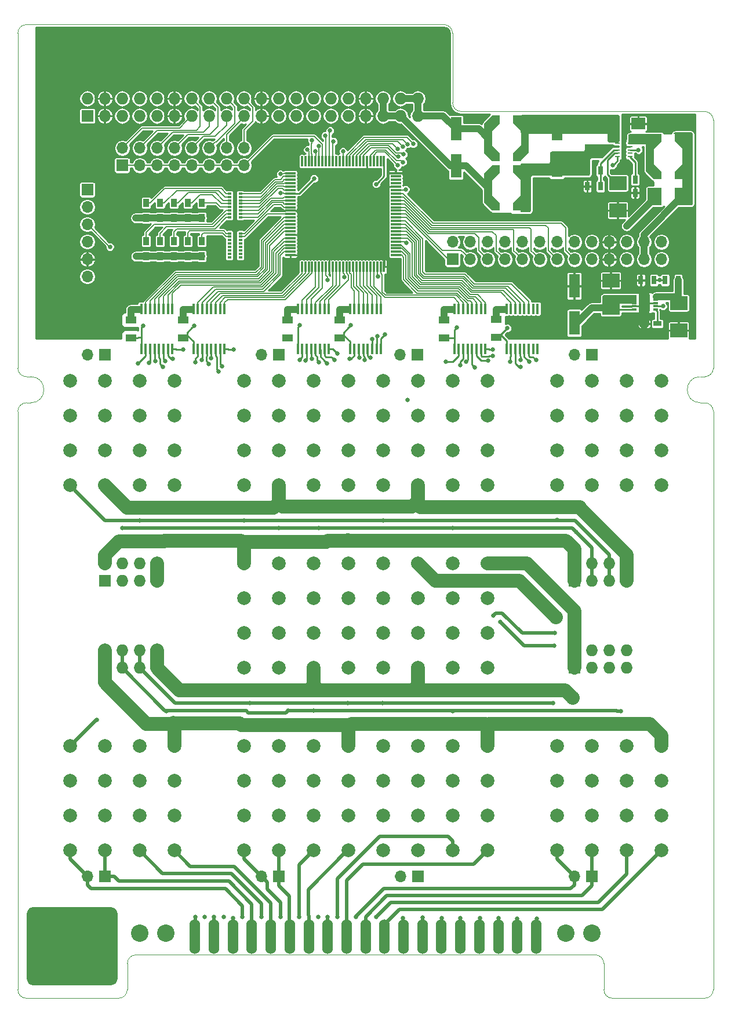
<source format=gtl>
G04 #@! TF.FileFunction,Copper,L1,Top,Signal*
%FSLAX46Y46*%
G04 Gerber Fmt 4.6, Leading zero omitted, Abs format (unit mm)*
G04 Created by KiCad (PCBNEW 4.0.7) date Monday, June 18, 2018 'PMt' 04:15:24 PM*
%MOMM*%
%LPD*%
G01*
G04 APERTURE LIST*
%ADD10C,0.020000*%
%ADD11C,0.100000*%
%ADD12C,2.540000*%
%ADD13O,1.524000X5.080000*%
%ADD14C,0.660400*%
%ADD15C,2.000000*%
%ADD16R,1.727200X1.727200*%
%ADD17O,1.727200X1.727200*%
%ADD18R,2.500000X2.000000*%
%ADD19R,0.750000X1.200000*%
%ADD20R,2.000000X2.500000*%
%ADD21R,1.200000X0.750000*%
%ADD22R,0.900000X1.200000*%
%ADD23R,0.450000X1.500000*%
%ADD24R,1.500000X0.300000*%
%ADD25R,0.300000X1.500000*%
%ADD26R,0.650000X0.300000*%
%ADD27R,0.775000X1.240000*%
%ADD28R,1.700000X1.700000*%
%ADD29O,1.700000X1.700000*%
%ADD30R,0.600000X0.350000*%
%ADD31R,2.000000X1.700000*%
%ADD32R,0.700000X0.250000*%
%ADD33R,0.640000X1.200000*%
%ADD34R,0.700000X1.300000*%
%ADD35R,1.600000X3.500000*%
%ADD36R,1.600000X1.000000*%
%ADD37C,2.032000*%
%ADD38C,0.254000*%
%ADD39C,1.016000*%
%ADD40C,0.152400*%
%ADD41C,1.524000*%
%ADD42C,0.250000*%
%ADD43C,2.032000*%
%ADD44C,0.508000*%
%ADD45C,0.228600*%
%ADD46C,0.177800*%
G04 APERTURE END LIST*
D10*
D11*
X36068000Y-88900000D02*
X49530000Y-88900000D01*
X34798000Y-83820000D02*
X34798000Y-87630000D01*
X-33528000Y-82550000D02*
X33528000Y-82550000D01*
X-34798000Y-83820000D02*
X-34798000Y-87630000D01*
X34798000Y-83820000D02*
G75*
G03X33528000Y-82550000I-1270000J0D01*
G01*
X34798000Y-87630000D02*
G75*
G03X36068000Y-88900000I1270000J0D01*
G01*
X-33530217Y-82550002D02*
G75*
G03X-34798000Y-83820000I2217J-1269998D01*
G01*
X-34798000Y-87630000D02*
G75*
G02X-36068000Y-88900000I-1270000J0D01*
G01*
X-50800000Y-3175000D02*
G75*
G02X-49530000Y-1905000I1270000J0D01*
G01*
X-49530000Y-1905000D02*
X-48895000Y-1905000D01*
X-48895000Y1905000D02*
G75*
G02X-48895000Y-1905000I0J-1905000D01*
G01*
X-48895000Y1905000D02*
X-49530000Y1905000D01*
X-49530000Y1905000D02*
G75*
G02X-50800000Y3175000I0J1270000D01*
G01*
X-50800000Y52070000D02*
X-50800000Y3175000D01*
X-50800000Y52070000D02*
G75*
G02X-49530000Y53340000I1270000J0D01*
G01*
X11430000Y53340000D02*
X-49530000Y53340000D01*
X11430000Y53340000D02*
G75*
G02X12700000Y52070000I0J-1270000D01*
G01*
X12700000Y52070000D02*
X12700000Y41910000D01*
X13970000Y40640000D02*
G75*
G02X12700000Y41910000I0J1270000D01*
G01*
X13970000Y40640000D02*
X49530000Y40640000D01*
X49530000Y40640000D02*
G75*
G02X50800000Y39370000I0J-1270000D01*
G01*
X50800000Y3175000D02*
X50800000Y39370000D01*
X50800000Y3175000D02*
G75*
G02X49530000Y1905000I-1270000J0D01*
G01*
X48895000Y1905000D02*
X49530000Y1905000D01*
X48895000Y-1905000D02*
G75*
G02X48895000Y1905000I0J1905000D01*
G01*
X49530000Y-1905000D02*
X48895000Y-1905000D01*
X49530000Y-1905000D02*
G75*
G02X50800000Y-3175000I0J-1270000D01*
G01*
X50800000Y-87630000D02*
X50800000Y-3175000D01*
X50800000Y-87630000D02*
G75*
G02X49530000Y-88900000I-1270000J0D01*
G01*
X-49530000Y-88900000D02*
X-36068000Y-88900000D01*
X-49530000Y-88900000D02*
G75*
G02X-50800000Y-87630000I0J1270000D01*
G01*
X-50800000Y-3175000D02*
X-50800000Y-87630000D01*
D12*
X-33020000Y-79375000D03*
X-29210000Y-79375000D03*
X33020000Y-79375000D03*
X29210000Y-79375000D03*
D13*
X24917400Y-79865198D03*
X22148800Y-79865198D03*
X19380200Y-79865198D03*
X16611600Y-79865198D03*
X13843000Y-79865198D03*
X11074400Y-79865198D03*
X8305800Y-79865198D03*
X5537200Y-79865198D03*
X2768600Y-79865198D03*
X0Y-79865198D03*
X-2768600Y-79865198D03*
X-5537200Y-79865198D03*
X-8305800Y-79865198D03*
X-11074400Y-79865198D03*
X-13843000Y-79865198D03*
X-16611600Y-79865198D03*
X-19380200Y-79865198D03*
X-22148800Y-79865198D03*
X-24917400Y-79865198D03*
D14*
X38354000Y33020000D03*
X37846000Y38100000D03*
X37846000Y36830000D03*
X37338000Y32258000D03*
X36830000Y8890000D03*
X-12700000Y34290000D03*
X-43180000Y8890000D03*
X-39370000Y8890000D03*
X-39370000Y12700000D03*
X-43180000Y12700000D03*
X-39370000Y33020000D03*
X-43180000Y36830000D03*
X-39370000Y36830000D03*
X-43180000Y33020000D03*
X-5080000Y46990000D03*
X2540000Y46990000D03*
X6350000Y46990000D03*
X-8890000Y46990000D03*
X-1270000Y46990000D03*
X-35560000Y46990000D03*
X-31750000Y46990000D03*
X-39370000Y46990000D03*
X-27940000Y46990000D03*
X-20320000Y46990000D03*
X-43180000Y46990000D03*
X-24130000Y46990000D03*
X-12700000Y46990000D03*
X-16510000Y46990000D03*
X6350000Y50800000D03*
X2540000Y50800000D03*
X-5080000Y50800000D03*
X-8890000Y50800000D03*
X-12700000Y50800000D03*
X-16510000Y50800000D03*
X-1270000Y50800000D03*
X-20320000Y50800000D03*
X-24130000Y50800000D03*
X-27940000Y50800000D03*
X-31750000Y50800000D03*
X-35560000Y50800000D03*
X-39370000Y50800000D03*
X-43180000Y50800000D03*
X10668000Y27940000D03*
X25400000Y15240000D03*
X27940000Y15240000D03*
X46990000Y19050000D03*
X46990000Y21590000D03*
X46990000Y24130000D03*
X46990000Y39370000D03*
X43180000Y39370000D03*
X26670000Y27940000D03*
X33020000Y25400000D03*
X-7112000Y29210000D03*
X254000Y29210000D03*
X254000Y21844000D03*
X-7112000Y21844000D03*
D15*
X12700000Y-40640000D03*
X12700000Y-35560000D03*
X12700000Y-30480000D03*
X12700000Y-25400000D03*
X7620000Y-40640000D03*
X7620000Y-35560000D03*
X7620000Y-30480000D03*
X7620000Y-25400000D03*
X-2540000Y-25400000D03*
X-2540000Y-30480000D03*
X-2540000Y-35560000D03*
X-2540000Y-40640000D03*
X2540000Y-40640000D03*
X2540000Y-35560000D03*
X2540000Y-30480000D03*
X2540000Y-25400000D03*
D16*
X30480000Y-27940000D03*
D17*
X30480000Y-25400000D03*
X33020000Y-27940000D03*
X33020000Y-25400000D03*
X35560000Y-27940000D03*
X35560000Y-25400000D03*
X38100000Y-27940000D03*
X38100000Y-25400000D03*
D16*
X-38100000Y-27940000D03*
D17*
X-38100000Y-25400000D03*
X-35560000Y-27940000D03*
X-35560000Y-25400000D03*
X-33020000Y-27940000D03*
X-33020000Y-25400000D03*
X-30480000Y-27940000D03*
X-30480000Y-25400000D03*
D10*
G36*
X42083500Y30736000D02*
X40908500Y31911000D01*
X40908500Y36161000D01*
X42083500Y37336000D01*
X42083500Y30736000D01*
X42083500Y30736000D01*
G37*
G36*
X43208500Y30723500D02*
X42083500Y30723500D01*
X42083500Y31848500D01*
X43208500Y31848500D01*
X43208500Y30723500D01*
X43208500Y30723500D01*
G37*
G36*
X43208500Y36223500D02*
X42083500Y36223500D01*
X42083500Y37348500D01*
X43208500Y37348500D01*
X43208500Y36223500D01*
X43208500Y36223500D01*
G37*
G36*
X42083500Y32960500D02*
X43208500Y31836500D01*
X43208500Y31835500D01*
X42083500Y30711500D01*
X42083500Y32960500D01*
X42083500Y32960500D01*
G37*
G36*
X42083500Y37360500D02*
X43208500Y36236500D01*
X43208500Y36235500D01*
X42083500Y35111500D01*
X42083500Y37360500D01*
X42083500Y37360500D01*
G37*
G36*
X46309101Y37352373D02*
X47484101Y36177373D01*
X47484101Y31927373D01*
X46309101Y30752373D01*
X46309101Y37352373D01*
X46309101Y37352373D01*
G37*
G36*
X45184101Y37364873D02*
X46309101Y37364873D01*
X46309101Y36239873D01*
X45184101Y36239873D01*
X45184101Y37364873D01*
X45184101Y37364873D01*
G37*
G36*
X46309101Y35127873D02*
X45184101Y36251873D01*
X45184101Y36252873D01*
X46309101Y37376873D01*
X46309101Y35127873D01*
X46309101Y35127873D01*
G37*
G36*
X45184101Y31864873D02*
X46309101Y31864873D01*
X46309101Y30739873D01*
X45184101Y30739873D01*
X45184101Y31864873D01*
X45184101Y31864873D01*
G37*
G36*
X46309101Y30727873D02*
X45184101Y31851873D01*
X45184101Y31852873D01*
X46309101Y32976873D01*
X46309101Y30727873D01*
X46309101Y30727873D01*
G37*
D15*
X-43180000Y-13970000D03*
X-43180000Y-8890000D03*
X-43180000Y-3810000D03*
X-43180000Y1270000D03*
X-7620000Y-13970000D03*
X-7620000Y-8890000D03*
X-7620000Y-3810000D03*
X-7620000Y1270000D03*
X7620000Y-13970000D03*
X7620000Y-8890000D03*
X7620000Y-3810000D03*
X7620000Y1270000D03*
X2540000Y-13970000D03*
X2540000Y-8890000D03*
X2540000Y-3810000D03*
X2540000Y1270000D03*
X33020000Y-13970000D03*
X33020000Y-8890000D03*
X33020000Y-3810000D03*
X33020000Y1270000D03*
X27940000Y-13970000D03*
X27940000Y-8890000D03*
X27940000Y-3810000D03*
X27940000Y1270000D03*
X43180000Y-13970000D03*
X43180000Y-8890000D03*
X43180000Y-3810000D03*
X43180000Y1270000D03*
X38100000Y-13970000D03*
X38100000Y-8890000D03*
X38100000Y-3810000D03*
X38100000Y1270000D03*
X17780000Y-13970000D03*
X17780000Y-8890000D03*
X17780000Y-3810000D03*
X17780000Y1270000D03*
D18*
X33274000Y34830000D03*
X33274000Y38830000D03*
X36830000Y30194000D03*
X36830000Y26194000D03*
D19*
X39370000Y30668000D03*
X39370000Y28768000D03*
D20*
X46196000Y28194000D03*
X42196000Y28194000D03*
D18*
X35814000Y11970000D03*
X35814000Y15970000D03*
D21*
X42606000Y9652000D03*
X40706000Y9652000D03*
D18*
X45720000Y12668000D03*
X45720000Y8668000D03*
D22*
X-32058926Y27272670D03*
X-32058926Y25072670D03*
X-30020164Y27272670D03*
X-30020164Y25072670D03*
X-27994926Y27272670D03*
X-27994926Y25072670D03*
X-25962926Y27272670D03*
X-25962926Y25072670D03*
X-23930926Y27272670D03*
X-23930926Y25072670D03*
X-32058926Y21684670D03*
X-32058926Y19484670D03*
X-30026926Y21684670D03*
X-30026926Y19484670D03*
X-27988164Y21684670D03*
X-27988164Y19484670D03*
X-25962926Y21684670D03*
X-25962926Y19484670D03*
X-23930926Y21684670D03*
X-23930926Y19484670D03*
D15*
X12700000Y-13970000D03*
X12700000Y-8890000D03*
X12700000Y-3810000D03*
X12700000Y1270000D03*
X-2540000Y-13970000D03*
X-2540000Y-8890000D03*
X-2540000Y-3810000D03*
X-2540000Y1270000D03*
X-12700000Y-13970000D03*
X-12700000Y-8890000D03*
X-12700000Y-3810000D03*
X-12700000Y1270000D03*
X-17780000Y-13970000D03*
X-17780000Y-8890000D03*
X-17780000Y-3810000D03*
X-17780000Y1270000D03*
X-27940000Y-13970000D03*
X-27940000Y-8890000D03*
X-27940000Y-3810000D03*
X-27940000Y1270000D03*
X-33020000Y-13970000D03*
X-33020000Y-8890000D03*
X-33020000Y-3810000D03*
X-33020000Y1270000D03*
X-38100000Y-13970000D03*
X-38100000Y-8890000D03*
X-38100000Y-3810000D03*
X-38100000Y1270000D03*
X-17780000Y-25400000D03*
X-17780000Y-30480000D03*
X-17780000Y-35560000D03*
X-17780000Y-40640000D03*
X-12700000Y-25400000D03*
X-12700000Y-30480000D03*
X-12700000Y-35560000D03*
X-12700000Y-40640000D03*
X-7620000Y-25400000D03*
X-7620000Y-30480000D03*
X-7620000Y-35560000D03*
X-7620000Y-40640000D03*
D23*
X-28205000Y11840000D03*
X-28855000Y11840000D03*
X-29505000Y11840000D03*
X-30155000Y11840000D03*
X-30805000Y11840000D03*
X-31455000Y11840000D03*
X-32105000Y11840000D03*
X-32755000Y11840000D03*
X-32755000Y5940000D03*
X-32105000Y5940000D03*
X-31455000Y5940000D03*
X-30805000Y5940000D03*
X-30155000Y5940000D03*
X-29505000Y5940000D03*
X-28855000Y5940000D03*
X-28205000Y5940000D03*
D24*
X4398000Y19654000D03*
X4398000Y20154000D03*
X4398000Y20654000D03*
X4398000Y21154000D03*
X4398000Y21654000D03*
X4398000Y22154000D03*
X4398000Y22654000D03*
X4398000Y23154000D03*
X4398000Y23654000D03*
X4398000Y24154000D03*
X4398000Y24654000D03*
X4398000Y25154000D03*
X4398000Y25654000D03*
X4398000Y26154000D03*
X4398000Y26654000D03*
X4398000Y27154000D03*
X4398000Y27654000D03*
X4398000Y28154000D03*
X4398000Y28654000D03*
X4398000Y29154000D03*
X4398000Y29654000D03*
X4398000Y30154000D03*
X4398000Y30654000D03*
X4398000Y31154000D03*
X4398000Y31654000D03*
D25*
X2698000Y33354000D03*
X2198000Y33354000D03*
X1698000Y33354000D03*
X1198000Y33354000D03*
X698000Y33354000D03*
X198000Y33354000D03*
X-302000Y33354000D03*
X-802000Y33354000D03*
X-1302000Y33354000D03*
X-1802000Y33354000D03*
X-2302000Y33354000D03*
X-2802000Y33354000D03*
X-3302000Y33354000D03*
X-3802000Y33354000D03*
X-4302000Y33354000D03*
X-4802000Y33354000D03*
X-5302000Y33354000D03*
X-5802000Y33354000D03*
X-6302000Y33354000D03*
X-6802000Y33354000D03*
X-7302000Y33354000D03*
X-7802000Y33354000D03*
X-8302000Y33354000D03*
X-8802000Y33354000D03*
X-9302000Y33354000D03*
D24*
X-11002000Y31654000D03*
X-11002000Y31154000D03*
X-11002000Y30654000D03*
X-11002000Y30154000D03*
X-11002000Y29654000D03*
X-11002000Y29154000D03*
X-11002000Y28654000D03*
X-11002000Y28154000D03*
X-11002000Y27654000D03*
X-11002000Y27154000D03*
X-11002000Y26654000D03*
X-11002000Y26154000D03*
X-11002000Y25654000D03*
X-11002000Y25154000D03*
X-11002000Y24654000D03*
X-11002000Y24154000D03*
X-11002000Y23654000D03*
X-11002000Y23154000D03*
X-11002000Y22654000D03*
X-11002000Y22154000D03*
X-11002000Y21654000D03*
X-11002000Y21154000D03*
X-11002000Y20654000D03*
X-11002000Y20154000D03*
X-11002000Y19654000D03*
D25*
X-9302000Y17954000D03*
X-8802000Y17954000D03*
X-8302000Y17954000D03*
X-7802000Y17954000D03*
X-7302000Y17954000D03*
X-6802000Y17954000D03*
X-6302000Y17954000D03*
X-5802000Y17954000D03*
X-5302000Y17954000D03*
X-4802000Y17954000D03*
X-4302000Y17954000D03*
X-3802000Y17954000D03*
X-3302000Y17954000D03*
X-2802000Y17954000D03*
X-2302000Y17954000D03*
X-1802000Y17954000D03*
X-1302000Y17954000D03*
X-802000Y17954000D03*
X-302000Y17954000D03*
X198000Y17954000D03*
X698000Y17954000D03*
X1198000Y17954000D03*
X1698000Y17954000D03*
X2198000Y17954000D03*
X2698000Y17954000D03*
D23*
X-20585000Y11840000D03*
X-21235000Y11840000D03*
X-21885000Y11840000D03*
X-22535000Y11840000D03*
X-23185000Y11840000D03*
X-23835000Y11840000D03*
X-24485000Y11840000D03*
X-25135000Y11840000D03*
X-25135000Y5940000D03*
X-24485000Y5940000D03*
X-23835000Y5940000D03*
X-23185000Y5940000D03*
X-22535000Y5940000D03*
X-21885000Y5940000D03*
X-21235000Y5940000D03*
X-20585000Y5940000D03*
X-5345000Y11840000D03*
X-5995000Y11840000D03*
X-6645000Y11840000D03*
X-7295000Y11840000D03*
X-7945000Y11840000D03*
X-8595000Y11840000D03*
X-9245000Y11840000D03*
X-9895000Y11840000D03*
X-9895000Y5940000D03*
X-9245000Y5940000D03*
X-8595000Y5940000D03*
X-7945000Y5940000D03*
X-7295000Y5940000D03*
X-6645000Y5940000D03*
X-5995000Y5940000D03*
X-5345000Y5940000D03*
D26*
X39223500Y13684000D03*
X39223500Y13184000D03*
X39223500Y12684000D03*
X39223500Y12184000D03*
X39223500Y11684000D03*
X42323500Y11684000D03*
X42323500Y12184000D03*
X42323500Y12684000D03*
X42323500Y13184000D03*
X42323500Y13684000D03*
D27*
X41161000Y12064000D03*
X41161000Y13304000D03*
X40386000Y12064000D03*
X40386000Y13304000D03*
D28*
X-40640000Y29210000D03*
D29*
X-40640000Y26670000D03*
X-40640000Y24130000D03*
X-40640000Y21590000D03*
X-40640000Y19050000D03*
X-40640000Y16510000D03*
D30*
X-19888079Y25174000D03*
X-18288079Y25174000D03*
X-19888079Y25674000D03*
X-18288079Y25674000D03*
X-19888079Y26174000D03*
X-18288079Y26174000D03*
X-19888079Y26674000D03*
X-18288079Y26674000D03*
X-19888079Y27174000D03*
X-18288079Y27174000D03*
X-19888079Y27674000D03*
X-18288079Y27674000D03*
X-19888079Y28174000D03*
X-18288079Y28174000D03*
X-19888079Y28674000D03*
X-18288079Y28674000D03*
X-19888000Y19344000D03*
X-18288000Y19344000D03*
X-19888000Y19844000D03*
X-18288000Y19844000D03*
X-19888000Y20344000D03*
X-18288000Y20344000D03*
X-19888000Y20844000D03*
X-18288000Y20844000D03*
X-19888000Y21344000D03*
X-18288000Y21344000D03*
X-19888000Y21844000D03*
X-18288000Y21844000D03*
X-19888000Y22344000D03*
X-18288000Y22344000D03*
X-19888000Y22844000D03*
X-18288000Y22844000D03*
D31*
X39846000Y38862000D03*
X35846000Y38862000D03*
D32*
X36758000Y36036000D03*
X36758000Y35536000D03*
X36758000Y35036000D03*
X36758000Y34536000D03*
X36758000Y34036000D03*
X38608000Y34036000D03*
X38608000Y34536000D03*
X38608000Y35036000D03*
X38608000Y35536000D03*
X38608000Y36036000D03*
D33*
X37683000Y34436000D03*
X37683000Y35636000D03*
D34*
X34290000Y32004000D03*
X32390000Y32004000D03*
X32390000Y29718000D03*
X34290000Y29718000D03*
X43754000Y16002000D03*
X45654000Y16002000D03*
X40198000Y16002000D03*
X42098000Y16002000D03*
D15*
X17780000Y-40640000D03*
X17780000Y-35560000D03*
X17780000Y-30480000D03*
X17780000Y-25400000D03*
X43180000Y-52070000D03*
X43180000Y-57150000D03*
X43180000Y-62230000D03*
X43180000Y-67310000D03*
X38100000Y-52070000D03*
X38100000Y-57150000D03*
X38100000Y-62230000D03*
X38100000Y-67310000D03*
X33020000Y-52070000D03*
X33020000Y-57150000D03*
X33020000Y-62230000D03*
X33020000Y-67310000D03*
X27940000Y-52070000D03*
X27940000Y-57150000D03*
X27940000Y-62230000D03*
X27940000Y-67310000D03*
X17780000Y-52070000D03*
X17780000Y-57150000D03*
X17780000Y-62230000D03*
X17780000Y-67310000D03*
X12700000Y-52070000D03*
X12700000Y-57150000D03*
X12700000Y-62230000D03*
X12700000Y-67310000D03*
X7620000Y-52070000D03*
X7620000Y-57150000D03*
X7620000Y-62230000D03*
X7620000Y-67310000D03*
X2540000Y-52070000D03*
X2540000Y-57150000D03*
X2540000Y-62230000D03*
X2540000Y-67310000D03*
X-2540000Y-52070000D03*
X-2540000Y-57150000D03*
X-2540000Y-62230000D03*
X-2540000Y-67310000D03*
X-7620000Y-52070000D03*
X-7620000Y-57150000D03*
X-7620000Y-62230000D03*
X-7620000Y-67310000D03*
X-12700000Y-52070000D03*
X-12700000Y-57150000D03*
X-12700000Y-62230000D03*
X-12700000Y-67310000D03*
X-17780000Y-52070000D03*
X-17780000Y-57150000D03*
X-17780000Y-62230000D03*
X-17780000Y-67310000D03*
X-27940000Y-52070000D03*
X-27940000Y-57150000D03*
X-27940000Y-62230000D03*
X-27940000Y-67310000D03*
X-33020000Y-52070000D03*
X-33020000Y-57150000D03*
X-33020000Y-62230000D03*
X-33020000Y-67310000D03*
X-38100000Y-52070000D03*
X-38100000Y-57150000D03*
X-38100000Y-62230000D03*
X-38100000Y-67310000D03*
X-43180000Y-52070000D03*
X-43180000Y-57150000D03*
X-43180000Y-62230000D03*
X-43180000Y-67310000D03*
D23*
X2275000Y11840000D03*
X1625000Y11840000D03*
X975000Y11840000D03*
X325000Y11840000D03*
X-325000Y11840000D03*
X-975000Y11840000D03*
X-1625000Y11840000D03*
X-2275000Y11840000D03*
X-2275000Y5940000D03*
X-1625000Y5940000D03*
X-975000Y5940000D03*
X-325000Y5940000D03*
X325000Y5940000D03*
X975000Y5940000D03*
X1625000Y5940000D03*
X2275000Y5940000D03*
X17515000Y11840000D03*
X16865000Y11840000D03*
X16215000Y11840000D03*
X15565000Y11840000D03*
X14915000Y11840000D03*
X14265000Y11840000D03*
X13615000Y11840000D03*
X12965000Y11840000D03*
X12965000Y5940000D03*
X13615000Y5940000D03*
X14265000Y5940000D03*
X14915000Y5940000D03*
X15565000Y5940000D03*
X16215000Y5940000D03*
X16865000Y5940000D03*
X17515000Y5940000D03*
X25135000Y11840000D03*
X24485000Y11840000D03*
X23835000Y11840000D03*
X23185000Y11840000D03*
X22535000Y11840000D03*
X21885000Y11840000D03*
X21235000Y11840000D03*
X20585000Y11840000D03*
X20585000Y5940000D03*
X21235000Y5940000D03*
X21885000Y5940000D03*
X22535000Y5940000D03*
X23185000Y5940000D03*
X23835000Y5940000D03*
X24485000Y5940000D03*
X25135000Y5940000D03*
D16*
X-40640000Y39992300D03*
D17*
X-40640000Y42532300D03*
X-38100000Y39992300D03*
X-38100000Y42532300D03*
X-35560000Y39992300D03*
X-35560000Y42532300D03*
X-33020000Y39992300D03*
X-33020000Y42532300D03*
X-30480000Y39992300D03*
X-30480000Y42532300D03*
X-27940000Y39992300D03*
X-27940000Y42532300D03*
X-25400000Y39992300D03*
X-25400000Y42532300D03*
X-22860000Y39992300D03*
X-22860000Y42532300D03*
X-20320000Y39992300D03*
X-20320000Y42532300D03*
X-17780000Y39992300D03*
X-17780000Y42532300D03*
X-15240000Y39992300D03*
X-15240000Y42532300D03*
X-12700000Y39992300D03*
X-12700000Y42532300D03*
X-10160000Y39992300D03*
X-10160000Y42532300D03*
X-7620000Y39992300D03*
X-7620000Y42532300D03*
X-5080000Y39992300D03*
X-5080000Y42532300D03*
X-2540000Y39992300D03*
X-2540000Y42532300D03*
X0Y39992300D03*
X0Y42532300D03*
X2540000Y39992300D03*
X2540000Y42532300D03*
X5080000Y39992300D03*
X5080000Y42532300D03*
X7620000Y39992300D03*
X7620000Y42532300D03*
D28*
X-35560000Y32766000D03*
D29*
X-35560000Y35306000D03*
X-33020000Y32766000D03*
X-33020000Y35306000D03*
X-30480000Y32766000D03*
X-30480000Y35306000D03*
X-27940000Y32766000D03*
X-27940000Y35306000D03*
X-25400000Y32766000D03*
X-25400000Y35306000D03*
X-22860000Y32766000D03*
X-22860000Y35306000D03*
X-20320000Y32766000D03*
X-20320000Y35306000D03*
X-17780000Y32766000D03*
X-17780000Y35306000D03*
D16*
X-38100000Y-40640000D03*
D17*
X-38100000Y-38100000D03*
X-35560000Y-40640000D03*
X-35560000Y-38100000D03*
X-33020000Y-40640000D03*
X-33020000Y-38100000D03*
X-30480000Y-40640000D03*
X-30480000Y-38100000D03*
D16*
X30480000Y-40640000D03*
D17*
X30480000Y-38100000D03*
X33020000Y-40640000D03*
X33020000Y-38100000D03*
X35560000Y-40640000D03*
X35560000Y-38100000D03*
X38100000Y-40640000D03*
X38100000Y-38100000D03*
D28*
X33020000Y5080000D03*
D29*
X30480000Y5080000D03*
D28*
X7605000Y5080000D03*
D29*
X5065000Y5080000D03*
D28*
X-12700000Y5080000D03*
D29*
X-15240000Y5080000D03*
D28*
X-38100000Y5080000D03*
D29*
X-40640000Y5080000D03*
D28*
X33020000Y-71120000D03*
D29*
X30480000Y-71120000D03*
D28*
X7620000Y-71120000D03*
D29*
X5080000Y-71120000D03*
D28*
X-12700000Y-71120000D03*
D29*
X-15240000Y-71120000D03*
D28*
X-38100000Y-71120000D03*
D29*
X-40640000Y-71120000D03*
D10*
G36*
X18461500Y26164000D02*
X17286500Y27339000D01*
X17286500Y31589000D01*
X18461500Y32764000D01*
X18461500Y26164000D01*
X18461500Y26164000D01*
G37*
G36*
X19586500Y26151500D02*
X18461500Y26151500D01*
X18461500Y27276500D01*
X19586500Y27276500D01*
X19586500Y26151500D01*
X19586500Y26151500D01*
G37*
G36*
X19586500Y31651500D02*
X18461500Y31651500D01*
X18461500Y32776500D01*
X19586500Y32776500D01*
X19586500Y31651500D01*
X19586500Y31651500D01*
G37*
G36*
X18461500Y28388500D02*
X19586500Y27264500D01*
X19586500Y27263500D01*
X18461500Y26139500D01*
X18461500Y28388500D01*
X18461500Y28388500D01*
G37*
G36*
X18461500Y32788500D02*
X19586500Y31664500D01*
X19586500Y31663500D01*
X18461500Y30539500D01*
X18461500Y32788500D01*
X18461500Y32788500D01*
G37*
G36*
X22687101Y32780373D02*
X23862101Y31605373D01*
X23862101Y27355373D01*
X22687101Y26180373D01*
X22687101Y32780373D01*
X22687101Y32780373D01*
G37*
G36*
X21562101Y32792873D02*
X22687101Y32792873D01*
X22687101Y31667873D01*
X21562101Y31667873D01*
X21562101Y32792873D01*
X21562101Y32792873D01*
G37*
G36*
X22687101Y30555873D02*
X21562101Y31679873D01*
X21562101Y31680873D01*
X22687101Y32804873D01*
X22687101Y30555873D01*
X22687101Y30555873D01*
G37*
G36*
X21562101Y27292873D02*
X22687101Y27292873D01*
X22687101Y26167873D01*
X21562101Y26167873D01*
X21562101Y27292873D01*
X21562101Y27292873D01*
G37*
G36*
X22687101Y26155873D02*
X21562101Y27279873D01*
X21562101Y27280873D01*
X22687101Y28404873D01*
X22687101Y26155873D01*
X22687101Y26155873D01*
G37*
G36*
X18461500Y33427627D02*
X17286500Y34602627D01*
X17286500Y38852627D01*
X18461500Y40027627D01*
X18461500Y33427627D01*
X18461500Y33427627D01*
G37*
G36*
X19586500Y33415127D02*
X18461500Y33415127D01*
X18461500Y34540127D01*
X19586500Y34540127D01*
X19586500Y33415127D01*
X19586500Y33415127D01*
G37*
G36*
X19586500Y38915127D02*
X18461500Y38915127D01*
X18461500Y40040127D01*
X19586500Y40040127D01*
X19586500Y38915127D01*
X19586500Y38915127D01*
G37*
G36*
X18461500Y35652127D02*
X19586500Y34528127D01*
X19586500Y34527127D01*
X18461500Y33403127D01*
X18461500Y35652127D01*
X18461500Y35652127D01*
G37*
G36*
X18461500Y40052127D02*
X19586500Y38928127D01*
X19586500Y38927127D01*
X18461500Y37803127D01*
X18461500Y40052127D01*
X18461500Y40052127D01*
G37*
G36*
X22687101Y40044000D02*
X23862101Y38869000D01*
X23862101Y34619000D01*
X22687101Y33444000D01*
X22687101Y40044000D01*
X22687101Y40044000D01*
G37*
G36*
X21562101Y40056500D02*
X22687101Y40056500D01*
X22687101Y38931500D01*
X21562101Y38931500D01*
X21562101Y40056500D01*
X21562101Y40056500D01*
G37*
G36*
X22687101Y37819500D02*
X21562101Y38943500D01*
X21562101Y38944500D01*
X22687101Y40068500D01*
X22687101Y37819500D01*
X22687101Y37819500D01*
G37*
G36*
X21562101Y34556500D02*
X22687101Y34556500D01*
X22687101Y33431500D01*
X21562101Y33431500D01*
X21562101Y34556500D01*
X21562101Y34556500D01*
G37*
G36*
X22687101Y33419500D02*
X21562101Y34543500D01*
X21562101Y34544500D01*
X22687101Y35668500D01*
X22687101Y33419500D01*
X22687101Y33419500D01*
G37*
D35*
X13208000Y32700000D03*
X13208000Y38100000D03*
X30480000Y9746000D03*
X30480000Y15146000D03*
X27940000Y32766000D03*
X27940000Y38166000D03*
D28*
X12700000Y19050000D03*
D29*
X12700000Y21590000D03*
X15240000Y19050000D03*
X15240000Y21590000D03*
X17780000Y19050000D03*
X17780000Y21590000D03*
X20320000Y19050000D03*
X20320000Y21590000D03*
X22860000Y19050000D03*
X22860000Y21590000D03*
X25400000Y19050000D03*
X25400000Y21590000D03*
X27940000Y19050000D03*
X27940000Y21590000D03*
X30480000Y19050000D03*
X30480000Y21590000D03*
X33020000Y19050000D03*
X33020000Y21590000D03*
X35560000Y19050000D03*
X35560000Y21590000D03*
X38100000Y19050000D03*
X38100000Y21590000D03*
X40640000Y19050000D03*
X40640000Y21590000D03*
X43180000Y19050000D03*
X43180000Y21590000D03*
D14*
X-3302000Y25654000D03*
D36*
X19050000Y7656000D03*
X19050000Y10256000D03*
X11430000Y7590000D03*
X11430000Y10190000D03*
X-3810000Y7590000D03*
X-3810000Y10190000D03*
X-11430000Y7590000D03*
X-11430000Y10190000D03*
X-26670000Y7590000D03*
X-26670000Y10190000D03*
X-34290000Y7590000D03*
X-34290000Y10190000D03*
D14*
X-7517418Y30850292D03*
X43382177Y13543089D03*
X1550146Y30043043D03*
X-12446000Y28702000D03*
X5947631Y21440612D03*
X33018855Y11935711D03*
X-33546575Y25067983D03*
X-33534143Y19473689D03*
X1807610Y16510000D03*
X5842000Y29260808D03*
X-3302000Y34798000D03*
X-12446000Y31496000D03*
X-3141590Y16442071D03*
X20678087Y8996476D03*
X13305337Y9086005D03*
X-2146597Y9392544D03*
X-9631185Y9415394D03*
X-25009760Y9386386D03*
X-32509803Y9379001D03*
X36066854Y32761384D03*
X43814702Y25759836D03*
X42926000Y16002000D03*
X43434000Y12192000D03*
X-6858000Y35560000D03*
X-7874000Y36449009D03*
X-8483611Y35052000D03*
X-37343493Y20871879D03*
X-5588000Y16002000D03*
X38104019Y23894573D03*
X30502058Y37729598D03*
X19050000Y11684000D03*
X11430000Y11684000D03*
X-3810000Y11684000D03*
X-11430000Y11684000D03*
X-26670000Y11684000D03*
X-34290000Y11684000D03*
D37*
X-27956009Y-22075879D03*
X-2562400Y-22020387D03*
X17785987Y-22054438D03*
D14*
X-6789956Y-20164199D03*
X-12673499Y-20194027D03*
X-35491817Y-20224420D03*
X30754642Y-20801159D03*
X12700000Y-20194520D03*
D37*
X-8000990Y-17073960D03*
X-30562397Y-17242228D03*
X31242000Y-17162213D03*
D14*
X-33020000Y-19126200D03*
X-17780000Y-19126200D03*
X27940000Y-19050000D03*
X2532649Y-19065013D03*
D37*
X-18434072Y-48733211D03*
D14*
X-11329200Y-46879001D03*
X-29134960Y-46938133D03*
X37243894Y-46977481D03*
X-7624964Y-46848479D03*
X12700000Y-46931243D03*
X-16880838Y-45799354D03*
X-39261443Y-48207584D03*
X-2561586Y-45745332D03*
X2518414Y-45745332D03*
X27404424Y-45745332D03*
D37*
X-13506442Y-43922525D03*
X30284368Y-44985291D03*
D14*
X24974165Y-77235053D03*
X22156657Y-77268629D03*
X19414177Y-77226102D03*
X16671437Y-77186729D03*
X13848067Y-77162226D03*
X11143056Y-77173857D03*
X8354234Y-77138443D03*
X5474618Y-77149409D03*
X-5563623Y-77042551D03*
X19651431Y-33904800D03*
X-22127566Y-77013996D03*
X27572281Y-37411073D03*
X18673280Y-32954553D03*
X-24895274Y-77013996D03*
X27631222Y-35558450D03*
X1535005Y-77025001D03*
X-1392196Y-77013996D03*
X-12443333Y-77013996D03*
X-4151094Y-77013996D03*
X-6898748Y-77013996D03*
X-9689714Y-77013996D03*
X-15196953Y-77013996D03*
X-23520235Y-77013996D03*
D37*
X27835177Y-33281752D03*
D14*
X-17980181Y-77038241D03*
X-20749833Y-77013996D03*
X30480000Y32766000D03*
X-4706696Y36264108D03*
X-5920812Y37104407D03*
X-5187242Y37840639D03*
X4696448Y32815249D03*
X5434422Y33257117D03*
X4739347Y34036001D03*
X5516468Y34374728D03*
X4669242Y35166593D03*
X5448869Y35492339D03*
X6159689Y35886546D03*
X6972010Y35914793D03*
X24892000Y4318000D03*
X23868258Y4103123D03*
X22606000Y4318000D03*
X22606000Y3302000D03*
X15915129Y3263295D03*
X11684000Y4064000D03*
X925961Y7434757D03*
X-927274Y4650128D03*
X-4553841Y4323498D03*
X-7841823Y4535545D03*
X-19304000Y5842000D03*
X-22535000Y4643000D03*
X-28194000Y4507777D03*
X-29238510Y4186569D03*
X-30726440Y4194387D03*
X-33231000Y3810000D03*
X21082000Y4064000D03*
X18542000Y5842000D03*
X18532587Y4951731D03*
X17902443Y4255256D03*
X13810166Y3577626D03*
X1718315Y7785907D03*
X-167632Y4360979D03*
X-4117011Y5293719D03*
X-6856009Y4032062D03*
X-9636065Y4330240D03*
X-21484090Y2614464D03*
X-23957411Y4322228D03*
X-24865331Y4041872D03*
X-26670000Y5842000D03*
X-29598500Y3346000D03*
X-31628913Y3959327D03*
X-7366000Y34798000D03*
X39862000Y35036000D03*
X-22872711Y3773492D03*
X-20976079Y3430796D03*
X-8743925Y4295673D03*
X-5630757Y3860372D03*
X14684587Y4097522D03*
X2835908Y8065318D03*
X6096000Y-1524000D03*
X698611Y4710132D03*
X-2361917Y4545384D03*
X-19380200Y-77216000D03*
D38*
X-7847617Y30520093D02*
X-7517418Y30850292D01*
X-9713710Y28654000D02*
X-7847617Y30520093D01*
X-11002000Y28654000D02*
X-9713710Y28654000D01*
X43241266Y13684000D02*
X43382177Y13543089D01*
X42323500Y13684000D02*
X43241266Y13684000D01*
X1880345Y30373242D02*
X1550146Y30043043D01*
X2698000Y31190897D02*
X1880345Y30373242D01*
X2698000Y33354000D02*
X2698000Y31190897D01*
D39*
X42459038Y13548462D02*
X45705865Y13548462D01*
X45705865Y13548462D02*
X45720000Y13534327D01*
X45720000Y13534327D02*
X45720000Y12668000D01*
X45654000Y16002000D02*
X45654000Y12734000D01*
X45654000Y12734000D02*
X45720000Y12668000D01*
D40*
X-11952400Y28702000D02*
X-12446000Y28702000D01*
X-11002000Y28654000D02*
X-11904400Y28654000D01*
X-11904400Y28654000D02*
X-11952400Y28702000D01*
D41*
X40706000Y9652000D02*
X40706000Y14374497D01*
D39*
X40706000Y14374497D02*
X40697765Y14382732D01*
D42*
X38608000Y35536000D02*
X37783000Y35536000D01*
X37783000Y35536000D02*
X37683000Y35636000D01*
X42323500Y12684000D02*
X41006000Y12684000D01*
X41006000Y12684000D02*
X40386000Y13304000D01*
X39223500Y12184000D02*
X40266000Y12184000D01*
X40266000Y12184000D02*
X40386000Y12064000D01*
D40*
X-15184505Y40416095D02*
X-15176500Y40424100D01*
D42*
X39228925Y11682160D02*
X39227085Y11684000D01*
X39227085Y11684000D02*
X36100000Y11684000D01*
X36100000Y11684000D02*
X35814000Y11970000D01*
D40*
X5734243Y21654000D02*
X5947631Y21440612D01*
X4398000Y21654000D02*
X5734243Y21654000D01*
D39*
X33018855Y11935711D02*
X30842673Y9759529D01*
X30842673Y9759529D02*
X30480000Y10122202D01*
X30480000Y10122202D02*
X30480000Y9746000D01*
X35814000Y11970000D02*
X33053144Y11970000D01*
X33053144Y11970000D02*
X33018855Y11935711D01*
X-33541888Y25072670D02*
X-33546575Y25067983D01*
X-23930926Y25072670D02*
X-33541888Y25072670D01*
X-33523162Y19484670D02*
X-33534143Y19473689D01*
X-23930926Y19484670D02*
X-33523162Y19484670D01*
D40*
X1698000Y16619610D02*
X1807610Y16510000D01*
X1698000Y17954000D02*
X1698000Y16619610D01*
X5735192Y29154000D02*
X5842000Y29260808D01*
X4398000Y29154000D02*
X5735192Y29154000D01*
X-3302000Y33354000D02*
X-3302000Y34798000D01*
X-12062400Y31496000D02*
X-12446000Y31496000D01*
X-11002000Y31654000D02*
X-11904400Y31654000D01*
X-11904400Y31654000D02*
X-12062400Y31496000D01*
X-3302000Y17954000D02*
X-3302000Y17069454D01*
X-3302000Y17069454D02*
X-3141590Y16909044D01*
X-3141590Y16909044D02*
X-3141590Y16442071D01*
D38*
X20347888Y8666277D02*
X20678087Y8996476D01*
X19687611Y8006000D02*
X20347888Y8666277D01*
X19558000Y8006000D02*
X19687611Y8006000D01*
X12965000Y5940000D02*
X12965000Y7620000D01*
X12935000Y7590000D02*
X12965000Y7620000D01*
X12965000Y7620000D02*
X12965000Y8745668D01*
X11430000Y7590000D02*
X12935000Y7590000D01*
X12975138Y8755806D02*
X13305337Y9086005D01*
X12965000Y8745668D02*
X12975138Y8755806D01*
X-2476796Y9062345D02*
X-2146597Y9392544D01*
X-3181000Y8358141D02*
X-2476796Y9062345D01*
X-3181000Y7940000D02*
X-3181000Y8358141D01*
X-9895000Y9151579D02*
X-9631185Y9415394D01*
X-9895000Y5940000D02*
X-9895000Y9151579D01*
X-25339959Y9056187D02*
X-25009760Y9386386D01*
X-26041000Y8355146D02*
X-25339959Y9056187D01*
X-26041000Y7940000D02*
X-26041000Y8355146D01*
X-32755000Y5940000D02*
X-32755000Y7620000D01*
X-32755000Y7620000D02*
X-32755000Y9133804D01*
X-34290000Y7590000D02*
X-33236000Y7590000D01*
X-33236000Y7590000D02*
X-33206000Y7620000D01*
X-33206000Y7620000D02*
X-32755000Y7620000D01*
X-32755000Y9133804D02*
X-32509803Y9379001D01*
D42*
X36397053Y33091583D02*
X36066854Y32761384D01*
X36758000Y33452530D02*
X36397053Y33091583D01*
X36758000Y34036000D02*
X36758000Y33452530D01*
D39*
X40640000Y21590000D02*
X40640000Y22638000D01*
X40640000Y22638000D02*
X46196000Y28194000D01*
X40640000Y21590000D02*
X40640000Y21622000D01*
X40640000Y21590000D02*
X40640000Y19050000D01*
D38*
X19558000Y8006000D02*
X19744641Y8006000D01*
X19050000Y8006000D02*
X19558000Y8006000D01*
X-2275000Y6944000D02*
X-2275000Y5940000D01*
X-2275000Y7034000D02*
X-2275000Y6944000D01*
X-3181000Y7940000D02*
X-2275000Y7034000D01*
X19744641Y8006000D02*
X20585000Y7165641D01*
X20585000Y7165641D02*
X20585000Y5940000D01*
X-26670000Y7940000D02*
X-26041000Y7940000D01*
X-26041000Y7940000D02*
X-25135000Y7034000D01*
X-25135000Y7034000D02*
X-25135000Y6944000D01*
X-25135000Y6944000D02*
X-25135000Y5940000D01*
X-3810000Y7940000D02*
X-3181000Y7940000D01*
X35326000Y31448000D02*
X36580000Y30194000D01*
X36580000Y30194000D02*
X36830000Y30194000D01*
X35326000Y33548000D02*
X35326000Y31448000D01*
X36314000Y34536000D02*
X35326000Y33548000D01*
X36758000Y34536000D02*
X36314000Y34536000D01*
X38608000Y34036000D02*
X38608000Y33950183D01*
X38608000Y33950183D02*
X39370000Y33188183D01*
X39370000Y33188183D02*
X39370000Y30668000D01*
D42*
X42606000Y9652000D02*
X42606000Y11401500D01*
X42606000Y11401500D02*
X42323500Y11684000D01*
D40*
X-20340479Y28674000D02*
X-19888079Y28674000D01*
X-32058926Y27272670D02*
X-31456526Y27272670D01*
X-31456526Y27272670D02*
X-29334238Y29394958D01*
X-29334238Y29394958D02*
X-21061437Y29394958D01*
X-21061437Y29394958D02*
X-20340479Y28674000D01*
X-29417764Y27272670D02*
X-27600287Y29090147D01*
X-20340479Y28174000D02*
X-19888079Y28174000D01*
X-20554000Y28174000D02*
X-20340479Y28174000D01*
X-27600287Y29090147D02*
X-21470147Y29090147D01*
X-21470147Y29090147D02*
X-20554000Y28174000D01*
X-30020164Y27272670D02*
X-29417764Y27272670D01*
X-20340479Y27674000D02*
X-19888079Y27674000D01*
X-25879860Y28785336D02*
X-21927336Y28785336D01*
X-20816000Y27674000D02*
X-20340479Y27674000D01*
X-21927336Y28785336D02*
X-20816000Y27674000D01*
X-27392526Y27272670D02*
X-25879860Y28785336D01*
X-27994926Y27272670D02*
X-27392526Y27272670D01*
X-20340479Y27174000D02*
X-19888079Y27174000D01*
X-21078000Y27174000D02*
X-20340479Y27174000D01*
X-25360526Y27272670D02*
X-24152671Y28480525D01*
X-25962926Y27272670D02*
X-25360526Y27272670D01*
X-24152671Y28480525D02*
X-22384525Y28480525D01*
X-22384525Y28480525D02*
X-21078000Y27174000D01*
X-23930926Y27272670D02*
X-21797875Y27272670D01*
X-21797875Y27272670D02*
X-21199205Y26674000D01*
X-21199205Y26674000D02*
X-20340479Y26674000D01*
X-20340479Y26674000D02*
X-19888079Y26674000D01*
X-20340479Y26174000D02*
X-19888079Y26174000D01*
X-22372010Y24142469D02*
X-20340479Y26174000D01*
X-30853859Y24142469D02*
X-22372010Y24142469D01*
X-32058926Y22937402D02*
X-30853859Y24142469D01*
X-32058926Y21684670D02*
X-32058926Y22937402D01*
X-30026926Y21684670D02*
X-30026926Y22829674D01*
X-30026926Y22829674D02*
X-29054303Y23802297D01*
X-29054303Y23802297D02*
X-22212182Y23802297D01*
X-20340479Y25674000D02*
X-19888079Y25674000D01*
X-22212182Y23802297D02*
X-20340479Y25674000D01*
X-22016993Y23497486D02*
X-20340479Y25174000D01*
X-20340479Y25174000D02*
X-19888079Y25174000D01*
X-27576007Y23497486D02*
X-22016993Y23497486D01*
X-27988164Y23085329D02*
X-27576007Y23497486D01*
X-27988164Y21684670D02*
X-27988164Y23085329D01*
X-20689075Y23192675D02*
X-20340400Y22844000D01*
X-20340400Y22844000D02*
X-19888000Y22844000D01*
X-25962926Y22926260D02*
X-25696511Y23192675D01*
X-25962926Y21684670D02*
X-25962926Y22926260D01*
X-25696511Y23192675D02*
X-20689075Y23192675D01*
X-20340400Y22344000D02*
X-19888000Y22344000D01*
X-23930926Y21684670D02*
X-23930926Y22640221D01*
X-23930926Y22640221D02*
X-23690516Y22880631D01*
X-23690516Y22880631D02*
X-20877031Y22880631D01*
X-20877031Y22880631D02*
X-20340400Y22344000D01*
X-6302000Y34256400D02*
X-6302000Y33354000D01*
X-6299198Y35828226D02*
X-6299198Y35291774D01*
X-6299198Y35291774D02*
X-6302000Y35288972D01*
X-7478783Y37007811D02*
X-6299198Y35828226D01*
X-17780000Y32766000D02*
X-13538189Y37007811D01*
X-6302000Y35288972D02*
X-6302000Y34256400D01*
X-13538189Y37007811D02*
X-7478783Y37007811D01*
X-35560000Y32766000D02*
X-17780000Y32766000D01*
D38*
X34290000Y32004000D02*
X34290000Y33086751D01*
X34290000Y33086751D02*
X36239249Y35036000D01*
X36239249Y35036000D02*
X36758000Y35036000D01*
X34290000Y32004000D02*
X34290000Y29718000D01*
X42098000Y16002000D02*
X42926000Y16002000D01*
X42926000Y16002000D02*
X43754000Y16002000D01*
X43172000Y12184000D02*
X43180000Y12192000D01*
X43180000Y12192000D02*
X43434000Y12192000D01*
X42323500Y12184000D02*
X43172000Y12184000D01*
D40*
X-6802000Y33354000D02*
X-6802000Y35504000D01*
X-6802000Y35504000D02*
X-6858000Y35560000D01*
X-7924801Y35931235D02*
X-7874000Y35982036D01*
X-7924801Y34529775D02*
X-7924801Y35931235D01*
X-7802000Y33354000D02*
X-7802000Y34406974D01*
X-7802000Y34406974D02*
X-7924801Y34529775D01*
X-7874000Y35982036D02*
X-7874000Y36449009D01*
X-8302000Y34870389D02*
X-8483611Y35052000D01*
X-8302000Y33354000D02*
X-8302000Y34870389D01*
X-37381879Y20871879D02*
X-37343493Y20871879D01*
X-40640000Y24130000D02*
X-37381879Y20871879D01*
X-5588000Y16002000D02*
X-5588000Y16468973D01*
X-5588000Y16468973D02*
X-5802000Y16682973D01*
X-5802000Y16682973D02*
X-5802000Y17051600D01*
X-5802000Y17051600D02*
X-5802000Y17954000D01*
X-11960972Y31154000D02*
X-11904400Y31154000D01*
X-13266187Y30670384D02*
X-12444588Y30670384D01*
X-15262571Y28674000D02*
X-13266187Y30670384D01*
X-11904400Y31154000D02*
X-11002000Y31154000D01*
X-18288079Y28674000D02*
X-15262571Y28674000D01*
X-12444588Y30670384D02*
X-11960972Y31154000D01*
X-15331505Y28174000D02*
X-13139931Y30365573D01*
X-11904400Y30654000D02*
X-11002000Y30654000D01*
X-12192827Y30365573D02*
X-11904400Y30654000D01*
X-13139931Y30365573D02*
X-12192827Y30365573D01*
X-18288079Y28174000D02*
X-15331505Y28174000D01*
X-13013675Y30060762D02*
X-11997638Y30060762D01*
X-15400437Y27674000D02*
X-13013675Y30060762D01*
X-11904400Y30154000D02*
X-11002000Y30154000D01*
X-11997638Y30060762D02*
X-11904400Y30154000D01*
X-18288079Y27674000D02*
X-15400437Y27674000D01*
X-12887419Y29755951D02*
X-12006351Y29755951D01*
X-18288079Y27174000D02*
X-15469371Y27174000D01*
X-12006351Y29755951D02*
X-11904400Y29654000D01*
X-11904400Y29654000D02*
X-11002000Y29654000D01*
X-15469371Y27174000D02*
X-12887419Y29755951D01*
X-15538303Y26674000D02*
X-12761163Y29451140D01*
X-18288079Y26674000D02*
X-15538303Y26674000D01*
X-12761163Y29451140D02*
X-12201540Y29451140D01*
X-12201540Y29451140D02*
X-11904400Y29154000D01*
X-11904400Y29154000D02*
X-11002000Y29154000D01*
X-11904400Y28154000D02*
X-11002000Y28154000D01*
X-12095234Y27963166D02*
X-11904400Y28154000D01*
X-15607236Y26174000D02*
X-13818070Y27963166D01*
X-18288079Y26174000D02*
X-15607236Y26174000D01*
X-13818070Y27963166D02*
X-12095234Y27963166D01*
X-11904400Y27654000D02*
X-11002000Y27654000D01*
X-13691814Y27658355D02*
X-11908755Y27658355D01*
X-18288079Y25674000D02*
X-15676169Y25674000D01*
X-15676169Y25674000D02*
X-13691814Y27658355D01*
X-11908755Y27658355D02*
X-11904400Y27654000D01*
X-11904400Y27154000D02*
X-11002000Y27154000D01*
X-12103944Y27353544D02*
X-11904400Y27154000D01*
X-15745103Y25174000D02*
X-13565559Y27353544D01*
X-18288079Y25174000D02*
X-15745103Y25174000D01*
X-13565559Y27353544D02*
X-12103944Y27353544D01*
X-18288000Y22844000D02*
X-17636211Y22844000D01*
X-17636211Y22844000D02*
X-13431478Y27048733D01*
X-13431478Y27048733D02*
X-12299133Y27048733D01*
X-12299133Y27048733D02*
X-11904400Y26654000D01*
X-11904400Y26654000D02*
X-11002000Y26654000D01*
X-18288000Y22344000D02*
X-17835600Y22344000D01*
X-17835600Y22344000D02*
X-17827600Y22352000D01*
X-17827600Y22352000D02*
X-17697145Y22352000D01*
X-17697145Y22352000D02*
X-14395145Y25654000D01*
X-14395145Y25654000D02*
X-11002000Y25654000D01*
D39*
X38146573Y23894573D02*
X38104019Y23894573D01*
X42196000Y27944000D02*
X38146573Y23894573D01*
X42196000Y28194000D02*
X42196000Y27944000D01*
X19050000Y11684000D02*
X20298799Y11684000D01*
X19050000Y10256000D02*
X19050000Y11684000D01*
X11430000Y11684000D02*
X12678799Y11684000D01*
X11430000Y10190000D02*
X11430000Y11684000D01*
X-3810000Y11684000D02*
X-2561201Y11684000D01*
X-3810000Y10190000D02*
X-3810000Y11684000D01*
X-11430000Y11684000D02*
X-10181201Y11684000D01*
X-11430000Y10190000D02*
X-11430000Y11684000D01*
X-26670000Y11684000D02*
X-25421201Y11684000D01*
X-26670000Y10190000D02*
X-26670000Y11684000D01*
X-34290000Y11684000D02*
X-33041201Y11684000D01*
X-34290000Y10190000D02*
X-34290000Y11684000D01*
D43*
X-18002842Y-22196415D02*
X-5721924Y-22196415D01*
X-18150527Y-22048730D02*
X-18002842Y-22196415D01*
X30480000Y-24178686D02*
X30480000Y-25400000D01*
X-5721924Y-22196415D02*
X-5574239Y-22048730D01*
X29259638Y-22048730D02*
X30480000Y-23269092D01*
X30480000Y-23269092D02*
X30480000Y-24178686D01*
X-5574239Y-22048730D02*
X29259638Y-22048730D01*
X-26519169Y-22075879D02*
X-27956009Y-22075879D01*
X-18150527Y-22048730D02*
X-18177676Y-22075879D01*
X-29437396Y-22120426D02*
X-29392849Y-22075879D01*
X-36041740Y-22120426D02*
X-29437396Y-22120426D01*
X-38100000Y-25400000D02*
X-38100000Y-24178686D01*
X-29392849Y-22075879D02*
X-27956009Y-22075879D01*
X-18177676Y-22075879D02*
X-26519169Y-22075879D01*
X-38100000Y-24178686D02*
X-36041740Y-22120426D01*
X-17780000Y-25400000D02*
X-17760076Y-25380076D01*
X-17760076Y-25380076D02*
X-17760076Y-22439181D01*
X-17760076Y-22439181D02*
X-18150527Y-22048730D01*
X-18151299Y-22047958D02*
X-18150527Y-22048730D01*
X30480000Y-27940000D02*
X30480000Y-25400000D01*
D44*
X-35024844Y-20224420D02*
X-35491817Y-20224420D01*
X-17231862Y-20194520D02*
X-17261762Y-20224420D01*
X-17261762Y-20224420D02*
X-35024844Y-20224420D01*
X12700000Y-20194520D02*
X-17231862Y-20194520D01*
X33020000Y-23066517D02*
X31084841Y-21131358D01*
X33020000Y-25400000D02*
X33020000Y-23066517D01*
X30424443Y-20470960D02*
X30754642Y-20801159D01*
X30148003Y-20194520D02*
X30424443Y-20470960D01*
X12700000Y-20194520D02*
X30148003Y-20194520D01*
X31084841Y-21131358D02*
X30754642Y-20801159D01*
X33020000Y-27940000D02*
X33020000Y-25400000D01*
D43*
X-12700000Y-16510000D02*
X-12136040Y-17073960D01*
X-9437830Y-17073960D02*
X-8000990Y-17073960D01*
X7366000Y-16510000D02*
X6802040Y-17073960D01*
X-12136040Y-17073960D02*
X-9437830Y-17073960D01*
X6802040Y-17073960D02*
X-6564150Y-17073960D01*
X-6564150Y-17073960D02*
X-8000990Y-17073960D01*
X38100000Y-25400000D02*
X38100000Y-24087411D01*
X8031215Y-17175215D02*
X7366000Y-16510000D01*
X38100000Y-24087411D02*
X31187804Y-17175215D01*
X31187804Y-17175215D02*
X8031215Y-17175215D01*
X-29125557Y-17242228D02*
X-30562397Y-17242228D01*
X-34827772Y-17242228D02*
X-31999237Y-17242228D01*
X-13432228Y-17242228D02*
X-29125557Y-17242228D01*
X-38100000Y-13970000D02*
X-34827772Y-17242228D01*
X-31999237Y-17242228D02*
X-30562397Y-17242228D01*
X-12700000Y-16510000D02*
X-13432228Y-17242228D01*
X7620000Y-13970000D02*
X7620000Y-16256000D01*
X7620000Y-16256000D02*
X7366000Y-16510000D01*
X-12700000Y-13970000D02*
X-12700000Y-15384213D01*
X-12700000Y-15384213D02*
X-12700000Y-16510000D01*
X-30480000Y-27940000D02*
X-30480000Y-25400000D01*
X38100000Y-27940000D02*
X38100000Y-25400000D01*
D44*
X-38048183Y-19101817D02*
X-42180001Y-14969999D01*
X-7314213Y-19071998D02*
X-7344032Y-19101817D01*
X-6265699Y-19071998D02*
X-7314213Y-19071998D01*
X-6235880Y-19101817D02*
X-6265699Y-19071998D01*
X35560000Y-25400000D02*
X35560000Y-24061897D01*
X30599920Y-19101817D02*
X-6235880Y-19101817D01*
X35560000Y-24061897D02*
X30599920Y-19101817D01*
X-42180001Y-14969999D02*
X-43180000Y-13970000D01*
X-7344032Y-19101817D02*
X-38048183Y-19101817D01*
X35560000Y-27940000D02*
X35560000Y-25400000D01*
D43*
X-2286000Y-49022023D02*
X-18145260Y-49022023D01*
X-18145260Y-49022023D02*
X-18434072Y-48733211D01*
X-38100000Y-38100000D02*
X-38100000Y-42735545D01*
X-32043211Y-48792334D02*
X-28174354Y-48792334D01*
X-28174354Y-48792334D02*
X-28067865Y-48685845D01*
X-38100000Y-42735545D02*
X-32043211Y-48792334D01*
X17780000Y-49022023D02*
X17970332Y-48831691D01*
X17970332Y-48831691D02*
X41530860Y-48831691D01*
X41530860Y-48831691D02*
X43189658Y-50490490D01*
X43189658Y-52060342D02*
X43180000Y-52070000D01*
X43189658Y-50490490D02*
X43189658Y-52060342D01*
X-19870912Y-48733211D02*
X-18434072Y-48733211D01*
X-27995637Y-48733211D02*
X-19870912Y-48733211D01*
X-28008068Y-48745642D02*
X-27995637Y-48733211D01*
X-2286000Y-49022023D02*
X-2087236Y-48823259D01*
X-2087236Y-48823259D02*
X17581236Y-48823259D01*
X17581236Y-48823259D02*
X17780000Y-49022023D01*
X-27940000Y-52070000D02*
X-27940000Y-48767269D01*
X17780000Y-52070000D02*
X17780000Y-50655787D01*
X17780000Y-50655787D02*
X17780000Y-49022023D01*
X-2540000Y-52070000D02*
X-2540000Y-49276023D01*
X-2540000Y-49276023D02*
X-2286000Y-49022023D01*
D44*
X-11659399Y-47209200D02*
X-11329200Y-46879001D01*
X-17448222Y-46879001D02*
X-17118023Y-47209200D01*
X-29320999Y-46879001D02*
X-17448222Y-46879001D01*
X-17118023Y-47209200D02*
X-11659399Y-47209200D01*
X-35560000Y-40640000D02*
X-29320999Y-46879001D01*
X-10862227Y-46879001D02*
X-11329200Y-46879001D01*
X-10820768Y-46837542D02*
X-10862227Y-46879001D01*
X36636982Y-46837542D02*
X-10820768Y-46837542D01*
X36776921Y-46977481D02*
X36636982Y-46837542D01*
X37243894Y-46977481D02*
X36776921Y-46977481D01*
X-35560000Y-38100000D02*
X-35560000Y-40640000D01*
X-2561586Y-45745332D02*
X-16826816Y-45745332D01*
X-16826816Y-45745332D02*
X-16880838Y-45799354D01*
X-33020000Y-40640000D02*
X-27860646Y-45799354D01*
X-27860646Y-45799354D02*
X-17347811Y-45799354D01*
X-17347811Y-45799354D02*
X-16880838Y-45799354D01*
X-43180000Y-52070000D02*
X-39317584Y-48207584D01*
X-39317584Y-48207584D02*
X-39261443Y-48207584D01*
X26990538Y-45745332D02*
X27404424Y-45745332D01*
X2518414Y-45745332D02*
X26990538Y-45745332D01*
X-2094613Y-45745332D02*
X2518414Y-45745332D01*
X-2561586Y-45745332D02*
X-2094613Y-45745332D01*
X-33020000Y-38100000D02*
X-33020000Y-40640000D01*
D43*
X-27228869Y-43891131D02*
X-8375464Y-43891131D01*
X-30480000Y-40640000D02*
X-27228869Y-43891131D01*
X-8375464Y-43891131D02*
X-8349922Y-43916673D01*
X8324380Y-43891131D02*
X-8324380Y-43891131D01*
X8331856Y-43898607D02*
X8324380Y-43891131D01*
X29268369Y-43969292D02*
X30284368Y-44985291D01*
X29190208Y-43891131D02*
X29268369Y-43969292D01*
X7490800Y-43931902D02*
X7531571Y-43891131D01*
X7531571Y-43891131D02*
X29190208Y-43891131D01*
X-8324380Y-43891131D02*
X-8349922Y-43916673D01*
X-6992798Y-43916673D02*
X-6941438Y-43865313D01*
X-7620000Y-43186751D02*
X-6941438Y-43865313D01*
X6941438Y-43865313D02*
X7620000Y-43186751D01*
X-8349922Y-43916673D02*
X-7620000Y-43186751D01*
X7620000Y-40640000D02*
X7620000Y-43186751D01*
X-7620000Y-40640000D02*
X-7620000Y-42054213D01*
X-7620000Y-42054213D02*
X-7620000Y-43186751D01*
X-30480000Y-38100000D02*
X-30480000Y-40640000D01*
D44*
X24974165Y-77702026D02*
X24974165Y-77235053D01*
X24917400Y-79865198D02*
X24974165Y-79808433D01*
X24974165Y-79808433D02*
X24974165Y-77702026D01*
X22148800Y-79865198D02*
X22156657Y-79857341D01*
X22156657Y-79857341D02*
X22156657Y-77735602D01*
X22156657Y-77735602D02*
X22156657Y-77268629D01*
D40*
X22148800Y-79865198D02*
X22148800Y-78087198D01*
D44*
X19414177Y-79831221D02*
X19414177Y-77693075D01*
X19380200Y-79865198D02*
X19414177Y-79831221D01*
X19414177Y-77693075D02*
X19414177Y-77226102D01*
X16671437Y-77653702D02*
X16671437Y-77186729D01*
X16671437Y-79805361D02*
X16671437Y-77653702D01*
X16611600Y-79865198D02*
X16671437Y-79805361D01*
X13848067Y-77629199D02*
X13848067Y-77162226D01*
X13843000Y-79865198D02*
X13848067Y-79860131D01*
X13848067Y-79860131D02*
X13848067Y-77629199D01*
X11143056Y-77640830D02*
X11143056Y-77173857D01*
X11143056Y-79796542D02*
X11143056Y-77640830D01*
X11074400Y-79865198D02*
X11143056Y-79796542D01*
X8354234Y-77605416D02*
X8354234Y-77138443D01*
X8305800Y-79865198D02*
X8354234Y-79816764D01*
X8354234Y-79816764D02*
X8354234Y-77605416D01*
X5474618Y-77616382D02*
X5474618Y-77149409D01*
X5474618Y-79802616D02*
X5474618Y-77616382D01*
X5537200Y-79865198D02*
X5474618Y-79802616D01*
X4909767Y-75946031D02*
X2768600Y-78087198D01*
X2768600Y-78087198D02*
X2768600Y-79865198D01*
X43180000Y-67310000D02*
X34543969Y-75946031D01*
X34543969Y-75946031D02*
X4909767Y-75946031D01*
X0Y-77015386D02*
X0Y-79865198D01*
X3101375Y-73914011D02*
X0Y-77015386D01*
X33020000Y-72478000D02*
X31583989Y-73914011D01*
X33020000Y-71120000D02*
X33020000Y-72478000D01*
X31583989Y-73914011D02*
X3101375Y-73914011D01*
X33020000Y-67310000D02*
X33020000Y-71120000D01*
X17780000Y-67310000D02*
X15785447Y-69304553D01*
X15785447Y-69304553D02*
X-368624Y-69304553D01*
X-368624Y-69304553D02*
X-2768600Y-71704529D01*
X-2768600Y-71704529D02*
X-2768600Y-76817198D01*
X-2768600Y-76817198D02*
X-2768600Y-79865198D01*
X-5563623Y-77509524D02*
X-5563623Y-77042551D01*
X-5563623Y-79838775D02*
X-5563623Y-77509524D01*
X-5537200Y-79865198D02*
X-5563623Y-79838775D01*
X-5537200Y-81643198D02*
X-5537200Y-79865198D01*
X-2540000Y-67310000D02*
X-2637867Y-67310000D01*
X-2637867Y-67310000D02*
X-8382036Y-73054169D01*
X-8382036Y-73054169D02*
X-8382036Y-76740962D01*
X-8382036Y-76740962D02*
X-8305800Y-76817198D01*
X-8305800Y-76817198D02*
X-8305800Y-79865198D01*
X-12700000Y-72478000D02*
X-11176047Y-74001953D01*
X-11176047Y-74676000D02*
X-11176047Y-79763551D01*
X-12700000Y-71120000D02*
X-12700000Y-72478000D01*
X-11176047Y-74001953D02*
X-11176047Y-74676000D01*
X-12700000Y-67310000D02*
X-12700000Y-71120000D01*
X-11176047Y-79763551D02*
X-11074400Y-79865198D01*
X-27940000Y-67310000D02*
X-25617137Y-69632863D01*
X-25617137Y-69632863D02*
X-19177326Y-69632863D01*
X-19177326Y-69632863D02*
X-13843000Y-74967189D01*
X-13843000Y-74967189D02*
X-13843000Y-76817198D01*
X-13843000Y-76817198D02*
X-13843000Y-79865198D01*
X-19930650Y-71791397D02*
X-16611600Y-75110447D01*
X-16611600Y-76817198D02*
X-16611600Y-79865198D01*
X-38100000Y-71120000D02*
X-36742000Y-71120000D01*
X-36742000Y-71120000D02*
X-36070603Y-71791397D01*
X-36070603Y-71791397D02*
X-19930650Y-71791397D01*
X-16611600Y-75110447D02*
X-16611600Y-76817198D01*
X-38100000Y-67310000D02*
X-38100000Y-71120000D01*
X23157704Y-37411073D02*
X19981630Y-34234999D01*
X19981630Y-34234999D02*
X19651431Y-33904800D01*
X27572281Y-37411073D02*
X23157704Y-37411073D01*
X-22127566Y-77480969D02*
X-22127566Y-77013996D01*
X-22127566Y-79843964D02*
X-22127566Y-77480969D01*
X-22148800Y-79865198D02*
X-22127566Y-79843964D01*
X22895628Y-35558450D02*
X19961532Y-32624354D01*
X19961532Y-32624354D02*
X19003479Y-32624354D01*
X19003479Y-32624354D02*
X18673280Y-32954553D01*
X27631222Y-35558450D02*
X22895628Y-35558450D01*
X-24917400Y-79865198D02*
X-24895274Y-79843072D01*
X-24895274Y-77480969D02*
X-24895274Y-77013996D01*
X-24895274Y-79843072D02*
X-24895274Y-77480969D01*
X1535005Y-77025001D02*
X3629986Y-74930020D01*
X3629986Y-74930020D02*
X33960138Y-74930020D01*
X38100000Y-70790158D02*
X38100000Y-68724213D01*
X33960138Y-74930020D02*
X38100000Y-70790158D01*
X38100000Y-68724213D02*
X38100000Y-67310000D01*
X30480000Y-72322081D02*
X30480000Y-71120000D01*
X-1392196Y-77013996D02*
X-1392196Y-76969286D01*
X-1392196Y-76969286D02*
X2679090Y-72898000D01*
X2679090Y-72898000D02*
X29904081Y-72898000D01*
X29904081Y-72898000D02*
X30480000Y-72322081D01*
X27940000Y-67310000D02*
X27940000Y-68580000D01*
X27940000Y-68580000D02*
X30480000Y-71120000D01*
X-12443333Y-74930000D02*
X-12443333Y-76547023D01*
X-14390001Y-72983332D02*
X-12443333Y-74930000D01*
X-15240000Y-71120000D02*
X-14390001Y-71969999D01*
X-14390001Y-71969999D02*
X-14390001Y-72983332D01*
X-17780000Y-67310000D02*
X-17780000Y-68580000D01*
X-17780000Y-68580000D02*
X-15240000Y-71120000D01*
X-12443333Y-76456667D02*
X-12443333Y-76547023D01*
X-12446000Y-76454000D02*
X-12443333Y-76456667D01*
X-12443333Y-76547023D02*
X-12443333Y-77013996D01*
X-4151094Y-77013996D02*
X-4151094Y-72390000D01*
X-4151094Y-72390000D02*
X-4151094Y-71969094D01*
X-2290121Y-69600121D02*
X-4151094Y-71461094D01*
X-4151094Y-71461094D02*
X-4151094Y-72390000D01*
X-2286000Y-69600121D02*
X-2290121Y-69600121D01*
X12700000Y-67310000D02*
X12700000Y-65895787D01*
X12700000Y-65895787D02*
X12082213Y-65278000D01*
X12082213Y-65278000D02*
X2036121Y-65278000D01*
X2036121Y-65278000D02*
X-2286000Y-69600121D01*
X-9689714Y-69379714D02*
X-9689714Y-76547023D01*
X-7620000Y-67310000D02*
X-9689714Y-69379714D01*
X-9689714Y-76547023D02*
X-9689714Y-77013996D01*
X-15196953Y-76547023D02*
X-15196953Y-77013996D01*
X-19599597Y-70685594D02*
X-15196953Y-75088238D01*
X-29644406Y-70685594D02*
X-19599597Y-70685594D01*
X-33020000Y-67310000D02*
X-29644406Y-70685594D01*
X-15196953Y-75088238D02*
X-15196953Y-76547023D01*
D43*
X22493436Y-27940011D02*
X26819178Y-32265753D01*
X7620000Y-25400000D02*
X10160011Y-27940011D01*
X26819178Y-32265753D02*
X27835177Y-33281752D01*
X10160011Y-27940011D02*
X22493436Y-27940011D01*
D44*
X-40640000Y-71120000D02*
X-40640000Y-72322081D01*
X-40640000Y-72322081D02*
X-40064081Y-72898000D01*
X-40064081Y-72898000D02*
X-20486927Y-72898000D01*
X-20486927Y-72898000D02*
X-17966529Y-75418398D01*
X-17966529Y-75418398D02*
X-17966529Y-77024589D01*
X-17966529Y-77024589D02*
X-17980181Y-77038241D01*
X-40640000Y-71120000D02*
X-40642409Y-71120000D01*
X-40642409Y-71120000D02*
X-43180000Y-68582409D01*
X-43180000Y-68582409D02*
X-43180000Y-67310000D01*
D43*
X30480000Y-32316509D02*
X30480000Y-36878686D01*
X17780000Y-25400000D02*
X23563491Y-25400000D01*
X23563491Y-25400000D02*
X30480000Y-32316509D01*
X30480000Y-36878686D02*
X30480000Y-38100000D01*
X30480000Y-38100000D02*
X30480000Y-40640000D01*
D40*
X-26263599Y39128701D02*
X-25400000Y39992300D01*
X-35560000Y35306000D02*
X-32639296Y38226704D01*
X-27165596Y38226704D02*
X-26263599Y39128701D01*
X-32639296Y38226704D02*
X-27165596Y38226704D01*
X-33020000Y35306000D02*
X-30412198Y37913802D01*
X-30412198Y37913802D02*
X-24720758Y37913802D01*
X-24720758Y37913802D02*
X-24142028Y38492532D01*
X-24142028Y38492532D02*
X-24142028Y41274328D01*
X-24142028Y41274328D02*
X-24536401Y41668701D01*
X-24536401Y41668701D02*
X-25400000Y42532300D01*
X-30480000Y35306000D02*
X-28185100Y37600900D01*
X-28185100Y37600900D02*
X-23690022Y37600900D01*
X-23690022Y37600900D02*
X-22861752Y38429170D01*
X-22861752Y38429170D02*
X-22861752Y39990548D01*
X-22861752Y39990548D02*
X-22860000Y39992300D01*
X-22735496Y37296089D02*
X-21595759Y38435826D01*
X-21996401Y41668701D02*
X-22860000Y42532300D01*
X-21595759Y38435826D02*
X-21595759Y41268059D01*
X-25949911Y37296089D02*
X-22735496Y37296089D01*
X-21595759Y41268059D02*
X-21996401Y41668701D01*
X-27940000Y35306000D02*
X-25949911Y37296089D01*
X-25400000Y35306000D02*
X-23714722Y36991278D01*
X-23714722Y36991278D02*
X-22009735Y36991278D01*
X-22009735Y36991278D02*
X-20320000Y38681013D01*
X-20320000Y38681013D02*
X-20320000Y38770986D01*
X-20320000Y38770986D02*
X-20320000Y39992300D01*
X-19456401Y41668701D02*
X-20320000Y42532300D01*
X-19074210Y41286510D02*
X-19456401Y41668701D01*
X-19074210Y38933018D02*
X-19074210Y41286510D01*
X-21851229Y36155999D02*
X-19074210Y38933018D01*
X-22860000Y35306000D02*
X-22010001Y36155999D01*
X-22010001Y36155999D02*
X-21851229Y36155999D01*
X-20320000Y35306000D02*
X-20320000Y37256162D01*
X-20320000Y37256162D02*
X-17780000Y39796162D01*
X-17780000Y39796162D02*
X-17780000Y39992300D01*
X-17780000Y35306000D02*
X-17780000Y37944921D01*
X-17780000Y37944921D02*
X-16503219Y39221702D01*
X-16503219Y39221702D02*
X-16503219Y41255519D01*
X-16503219Y41255519D02*
X-16916401Y41668701D01*
X-16916401Y41668701D02*
X-17780000Y42532300D01*
X-4802000Y36168804D02*
X-4706696Y36264108D01*
X-4802000Y33354000D02*
X-4802000Y36168804D01*
X-5802000Y33354000D02*
X-5802000Y36985595D01*
X-5802000Y36985595D02*
X-5920812Y37104407D01*
X-5302000Y37725881D02*
X-5187242Y37840639D01*
X-5302000Y33354000D02*
X-5302000Y37725881D01*
X5963429Y25154000D02*
X12067429Y19050000D01*
X4398000Y25154000D02*
X5963429Y25154000D01*
X12067429Y19050000D02*
X12700000Y19050000D01*
X1198000Y33354000D02*
X1198000Y34256400D01*
X4366249Y33145448D02*
X4696448Y32815249D01*
X1198000Y34256400D02*
X1668755Y34727155D01*
X1668755Y34727155D02*
X2784542Y34727155D01*
X2784542Y34727155D02*
X4366249Y33145448D01*
X4398000Y25654000D02*
X5894496Y25654000D01*
X13933295Y20356705D02*
X14390001Y19899999D01*
X5894496Y25654000D02*
X11191791Y20356705D01*
X11191791Y20356705D02*
X13933295Y20356705D01*
X14390001Y19899999D02*
X15240000Y19050000D01*
X2949941Y35034972D02*
X4507722Y33477191D01*
X698000Y34256400D02*
X1476572Y35034972D01*
X698000Y33354000D02*
X698000Y34256400D01*
X1476572Y35034972D02*
X2949941Y35034972D01*
X5214348Y33477191D02*
X5434422Y33257117D01*
X4507722Y33477191D02*
X5214348Y33477191D01*
X4398000Y26154000D02*
X5825560Y26154000D01*
X5825560Y26154000D02*
X9199586Y22779974D01*
X9199586Y22779974D02*
X15928556Y22779974D01*
X15928556Y22779974D02*
X16504904Y22203626D01*
X16504904Y22203626D02*
X16504904Y20325096D01*
X16504904Y20325096D02*
X16930001Y19899999D01*
X16930001Y19899999D02*
X17780000Y19050000D01*
X3237959Y35339783D02*
X4541741Y34036001D01*
X781383Y35339783D02*
X3237959Y35339783D01*
X-302000Y34256400D02*
X781383Y35339783D01*
X4541741Y34036001D02*
X4739347Y34036001D01*
X-302000Y33354000D02*
X-302000Y34256400D01*
X19066205Y22527194D02*
X19066205Y20303795D01*
X19470001Y19899999D02*
X20320000Y19050000D01*
X4398000Y26654000D02*
X5756629Y26654000D01*
X5756629Y26654000D02*
X9325842Y23084785D01*
X18508614Y23084785D02*
X19066205Y22527194D01*
X9325842Y23084785D02*
X18508614Y23084785D01*
X19066205Y20303795D02*
X19470001Y19899999D01*
X5286783Y34604413D02*
X5516468Y34374728D01*
X3364215Y35644594D02*
X4404396Y34604413D01*
X586194Y35644594D02*
X3364215Y35644594D01*
X4404396Y34604413D02*
X5286783Y34604413D01*
X-802000Y34256400D02*
X586194Y35644594D01*
X-802000Y33354000D02*
X-802000Y34256400D01*
X9452098Y23389596D02*
X21505803Y23389596D01*
X22010001Y19899999D02*
X22860000Y19050000D01*
X21601554Y20308446D02*
X22010001Y19899999D01*
X21601554Y23293845D02*
X21601554Y20308446D01*
X21505803Y23389596D02*
X21601554Y23293845D01*
X4398000Y27154000D02*
X5687695Y27154000D01*
X5687695Y27154000D02*
X9452098Y23389596D01*
X4339043Y35496792D02*
X4669242Y35166593D01*
X391005Y35949405D02*
X3886430Y35949405D01*
X-1302000Y34256400D02*
X391005Y35949405D01*
X-1302000Y33354000D02*
X-1302000Y34256400D01*
X3886430Y35949405D02*
X4339043Y35496792D01*
X4398000Y27654000D02*
X5618761Y27654000D01*
X5618761Y27654000D02*
X9578354Y23694407D01*
X9578354Y23694407D02*
X23927346Y23694407D01*
X24141359Y23480394D02*
X24141359Y20308641D01*
X24141359Y20308641D02*
X24550001Y19899999D01*
X23927346Y23694407D02*
X24141359Y23480394D01*
X24550001Y19899999D02*
X25400000Y19050000D01*
X-1802000Y34256400D02*
X195816Y36254216D01*
X-1802000Y33354000D02*
X-1802000Y34256400D01*
X5118670Y35822538D02*
X5448869Y35492339D01*
X195816Y36254216D02*
X4686992Y36254216D01*
X4686992Y36254216D02*
X5118670Y35822538D01*
X4398000Y28154000D02*
X5549828Y28154000D01*
X26287490Y23999218D02*
X26671610Y23615098D01*
X5549828Y28154000D02*
X9704610Y23999218D01*
X9704610Y23999218D02*
X26287490Y23999218D01*
X26671610Y23615098D02*
X26671610Y20318390D01*
X26671610Y20318390D02*
X27090001Y19899999D01*
X27090001Y19899999D02*
X27940000Y19050000D01*
X-2302000Y33354000D02*
X-2302000Y34256400D01*
X5487208Y36559027D02*
X5829490Y36216745D01*
X5829490Y36216745D02*
X6159689Y35886546D01*
X627Y36559027D02*
X5487208Y36559027D01*
X-2302000Y34256400D02*
X627Y36559027D01*
X4398000Y28654000D02*
X5300400Y28654000D01*
X5300400Y28654000D02*
X5303202Y28651198D01*
X5483697Y28651198D02*
X9830866Y24304029D01*
X5303202Y28651198D02*
X5483697Y28651198D01*
X9830866Y24304029D02*
X28584085Y24304029D01*
X28584085Y24304029D02*
X29213025Y23675089D01*
X29213025Y23675089D02*
X29213025Y20316975D01*
X29213025Y20316975D02*
X29630001Y19899999D01*
X29630001Y19899999D02*
X30480000Y19050000D01*
X6641811Y36244992D02*
X6972010Y35914793D01*
X6022965Y36863838D02*
X6641811Y36244992D01*
X-2802000Y33354000D02*
X-2802000Y34256400D01*
X-194562Y36863838D02*
X6022965Y36863838D01*
X-2802000Y34256400D02*
X-194562Y36863838D01*
D38*
X24401001Y4808999D02*
X24892000Y4318000D01*
X23955199Y4808999D02*
X24401001Y4808999D01*
X23835000Y4929198D02*
X23955199Y4808999D01*
X23835000Y5940000D02*
X23835000Y4929198D01*
X23185000Y4786381D02*
X23538059Y4433322D01*
X23538059Y4433322D02*
X23868258Y4103123D01*
X23185000Y5940000D02*
X23185000Y4786381D01*
X22606000Y4865000D02*
X22606000Y4318000D01*
X22535000Y5940000D02*
X22535000Y4936000D01*
X22535000Y4936000D02*
X22606000Y4865000D01*
X21844000Y3810000D02*
X22352000Y3302000D01*
X21844000Y4895000D02*
X21844000Y3810000D01*
X21885000Y5940000D02*
X21885000Y4936000D01*
X22352000Y3302000D02*
X22606000Y3302000D01*
X21885000Y4936000D02*
X21844000Y4895000D01*
X15584930Y3593494D02*
X15915129Y3263295D01*
X15544798Y3633626D02*
X15584930Y3593494D01*
X15544798Y4915798D02*
X15544798Y3633626D01*
X15565000Y5940000D02*
X15565000Y4936000D01*
X15565000Y4936000D02*
X15544798Y4915798D01*
X12743000Y4064000D02*
X11684000Y4064000D01*
X13615000Y5940000D02*
X13615000Y4936000D01*
X13615000Y4936000D02*
X12743000Y4064000D01*
X975000Y7385718D02*
X925961Y7434757D01*
X975000Y5940000D02*
X975000Y7385718D01*
X-975000Y4697854D02*
X-927274Y4650128D01*
X-975000Y5940000D02*
X-975000Y4697854D01*
X-4884040Y4653697D02*
X-4553841Y4323498D01*
X-5995000Y5940000D02*
X-5995000Y4989827D01*
X-5995000Y4989827D02*
X-5796196Y4791023D01*
X-5021366Y4791023D02*
X-4884040Y4653697D01*
X-5796196Y4791023D02*
X-5021366Y4791023D01*
X-7945000Y4638722D02*
X-7841823Y4535545D01*
X-7945000Y5940000D02*
X-7945000Y4638722D01*
X-20008000Y5842000D02*
X-19304000Y5842000D01*
X-20585000Y5940000D02*
X-20106000Y5940000D01*
X-20106000Y5940000D02*
X-20008000Y5842000D01*
X-22535000Y5940000D02*
X-22535000Y4643000D01*
X-28855000Y4936000D02*
X-28426777Y4507777D01*
X-28855000Y5940000D02*
X-28855000Y4936000D01*
X-28426777Y4507777D02*
X-28194000Y4507777D01*
X-29505000Y4453059D02*
X-29238510Y4186569D01*
X-29505000Y5940000D02*
X-29505000Y4453059D01*
X-30805000Y5940000D02*
X-30805000Y4272947D01*
X-30805000Y4272947D02*
X-30726440Y4194387D01*
X-32105000Y4936000D02*
X-33231000Y3810000D01*
X-32105000Y5940000D02*
X-32105000Y4936000D01*
X21235000Y4936000D02*
X21082000Y4783000D01*
X21235000Y5940000D02*
X21235000Y4936000D01*
X21082000Y4783000D02*
X21082000Y4064000D01*
X18092000Y5842000D02*
X18542000Y5842000D01*
X17994000Y5940000D02*
X18092000Y5842000D01*
X17515000Y5940000D02*
X17994000Y5940000D01*
X18065614Y4951731D02*
X18532587Y4951731D01*
X17978740Y4864857D02*
X18065614Y4951731D01*
X16936143Y4864857D02*
X17978740Y4864857D01*
X16865000Y4936000D02*
X16936143Y4864857D01*
X16865000Y5940000D02*
X16865000Y4936000D01*
X16215000Y4936000D02*
X16895744Y4255256D01*
X17435470Y4255256D02*
X17902443Y4255256D01*
X16215000Y5940000D02*
X16215000Y4936000D01*
X16895744Y4255256D02*
X17435470Y4255256D01*
X13810166Y4044599D02*
X13810166Y3577626D01*
X13810166Y4102965D02*
X13810166Y4044599D01*
X14265000Y5940000D02*
X14265000Y4557799D01*
X14265000Y4557799D02*
X13810166Y4102965D01*
X1625000Y5940000D02*
X1625000Y7692592D01*
X1625000Y7692592D02*
X1718315Y7785907D01*
X-167632Y4778632D02*
X-167632Y4360979D01*
X-325000Y4936000D02*
X-167632Y4778632D01*
X-325000Y5940000D02*
X-325000Y4936000D01*
X-4447210Y5623918D02*
X-4117011Y5293719D01*
X-4763292Y5940000D02*
X-4447210Y5623918D01*
X-5345000Y5940000D02*
X-4763292Y5940000D01*
X-7112124Y4288177D02*
X-6856009Y4032062D01*
X-7112124Y4863840D02*
X-7112124Y4288177D01*
X-7295000Y5940000D02*
X-7295000Y5046716D01*
X-7295000Y5046716D02*
X-7112124Y4863840D01*
X-9636065Y4400669D02*
X-9636065Y4330240D01*
X-9245000Y5940000D02*
X-9245000Y4791734D01*
X-9245000Y4791734D02*
X-9636065Y4400669D01*
X-21743011Y2873385D02*
X-21484090Y2614464D01*
X-21743011Y4794011D02*
X-21743011Y2873385D01*
X-21885000Y5940000D02*
X-21885000Y4936000D01*
X-21885000Y4936000D02*
X-21743011Y4794011D01*
X-23835000Y4444639D02*
X-23957411Y4322228D01*
X-23835000Y5940000D02*
X-23835000Y4444639D01*
X-24485000Y5940000D02*
X-24485000Y4936000D01*
X-24865331Y4508845D02*
X-24865331Y4041872D01*
X-24485000Y4936000D02*
X-24865331Y4555669D01*
X-24865331Y4555669D02*
X-24865331Y4508845D01*
X-27628000Y5842000D02*
X-26670000Y5842000D01*
X-28205000Y5940000D02*
X-27726000Y5940000D01*
X-27726000Y5940000D02*
X-27628000Y5842000D01*
X-30015238Y4535765D02*
X-30015238Y3762738D01*
X-30155000Y4675527D02*
X-30015238Y4535765D01*
X-30015238Y3762738D02*
X-29928699Y3676199D01*
X-30155000Y5940000D02*
X-30155000Y4675527D01*
X-29928699Y3676199D02*
X-29598500Y3346000D01*
X-31455000Y4133240D02*
X-31628913Y3959327D01*
X-31455000Y5940000D02*
X-31455000Y4133240D01*
D40*
X-7366000Y34798000D02*
X-7289815Y34721815D01*
X-7289815Y34721815D02*
X-7289815Y33494185D01*
X-7289815Y33494185D02*
X-7366000Y33418000D01*
D42*
X38608000Y35036000D02*
X39862000Y35036000D01*
D38*
X-23202910Y4103691D02*
X-22872711Y3773492D01*
X-23246201Y4874799D02*
X-23246201Y4146982D01*
X-23246201Y4146982D02*
X-23202910Y4103691D01*
X-23185000Y4936000D02*
X-23246201Y4874799D01*
X-23185000Y5940000D02*
X-23185000Y4936000D01*
X-21235000Y5940000D02*
X-21235000Y3689717D01*
X-21235000Y3689717D02*
X-20976079Y3430796D01*
X-8595000Y4444598D02*
X-8743925Y4295673D01*
X-8595000Y5940000D02*
X-8595000Y4444598D01*
X-5960956Y4190571D02*
X-5630757Y3860372D01*
X-6604113Y4833728D02*
X-5960956Y4190571D01*
X-6604113Y5899113D02*
X-6604113Y4833728D01*
X-6645000Y5940000D02*
X-6604113Y5899113D01*
X14915000Y4327935D02*
X14684587Y4097522D01*
X14915000Y5940000D02*
X14915000Y4327935D01*
X2505709Y7735119D02*
X2835908Y8065318D01*
X2275000Y7504410D02*
X2505709Y7735119D01*
X2275000Y5940000D02*
X2275000Y7504410D01*
X325000Y4936000D02*
X550868Y4710132D01*
X325000Y5940000D02*
X325000Y4936000D01*
X550868Y4710132D02*
X698611Y4710132D01*
X-2072799Y4545384D02*
X-2361917Y4545384D01*
X-1625000Y5940000D02*
X-1625000Y4993183D01*
X-1625000Y4993183D02*
X-2072799Y4545384D01*
D40*
X-13400116Y20158284D02*
X-13400116Y17170795D01*
X-28205000Y14082948D02*
X-28205000Y11840000D01*
X-11002000Y21654000D02*
X-11904400Y21654000D01*
X-11904400Y21654000D02*
X-13400116Y20158284D01*
X-13400116Y17170795D02*
X-15286688Y15284223D01*
X-15286688Y15284223D02*
X-27003725Y15284223D01*
X-27003725Y15284223D02*
X-28205000Y14082948D01*
X-11002000Y22154000D02*
X-11904400Y22154000D01*
X-27129981Y15589034D02*
X-28855000Y13864015D01*
X-15412943Y15589034D02*
X-27129981Y15589034D01*
X-13704927Y20353473D02*
X-13704927Y17297050D01*
X-11904400Y22154000D02*
X-13704927Y20353473D01*
X-28855000Y12742400D02*
X-28855000Y11840000D01*
X-28855000Y13864015D02*
X-28855000Y12742400D01*
X-13704927Y17297050D02*
X-15412943Y15589034D01*
X-14009738Y17423305D02*
X-15539198Y15893845D01*
X-11904400Y23154000D02*
X-14009738Y21048662D01*
X-14009738Y21048662D02*
X-14009738Y17423305D01*
X-11002000Y23154000D02*
X-11904400Y23154000D01*
X-29505000Y13645082D02*
X-29505000Y12742400D01*
X-27256237Y15893845D02*
X-29505000Y13645082D01*
X-15539198Y15893845D02*
X-27256237Y15893845D01*
X-29505000Y12742400D02*
X-29505000Y11840000D01*
X-11002000Y23654000D02*
X-11904400Y23654000D01*
X-27382493Y16198656D02*
X-30155000Y13426149D01*
X-11904400Y23654000D02*
X-14325567Y21232833D01*
X-30155000Y13426149D02*
X-30155000Y12742400D01*
X-14325567Y21232833D02*
X-14325567Y17538542D01*
X-15665453Y16198656D02*
X-27382493Y16198656D01*
X-14325567Y17538542D02*
X-15665453Y16198656D01*
X-30155000Y12742400D02*
X-30155000Y11840000D01*
X-30805000Y12742400D02*
X-30805000Y11840000D01*
X-14630378Y17664797D02*
X-15791708Y16503467D01*
X-30805000Y13207216D02*
X-30805000Y12742400D01*
X-27508749Y16503467D02*
X-30805000Y13207216D01*
X-15791708Y16503467D02*
X-27508749Y16503467D01*
X-11904400Y24154000D02*
X-14630378Y21428022D01*
X-11002000Y24154000D02*
X-11904400Y24154000D01*
X-14630378Y21428022D02*
X-14630378Y17664797D01*
X-31455000Y12742400D02*
X-31455000Y11840000D01*
X-31455000Y12997400D02*
X-31455000Y12742400D01*
X-27644122Y16808278D02*
X-31455000Y12997400D01*
X-14935189Y17791051D02*
X-15917962Y16808278D01*
X-11904400Y24654000D02*
X-14935189Y21623211D01*
X-11002000Y24654000D02*
X-11904400Y24654000D01*
X-14935189Y21623211D02*
X-14935189Y17791051D01*
X-15917962Y16808278D02*
X-27644122Y16808278D01*
X-11904400Y25154000D02*
X-15240000Y21818400D01*
X-32105000Y12778466D02*
X-32105000Y12742400D01*
X-15240000Y17917307D02*
X-16044218Y17113089D01*
X-32105000Y12742400D02*
X-32105000Y11840000D01*
X-16044218Y17113089D02*
X-27770377Y17113089D01*
X-15240000Y21818400D02*
X-15240000Y17917307D01*
X-11002000Y25154000D02*
X-11904400Y25154000D01*
X-27770377Y17113089D02*
X-32105000Y12778466D01*
X-15160433Y14979412D02*
X-22247988Y14979412D01*
X-13095305Y17044540D02*
X-15160433Y14979412D01*
X-24485000Y12742400D02*
X-24485000Y11840000D01*
X-22247988Y14979412D02*
X-24485000Y12742400D01*
X-13095305Y19963095D02*
X-13095305Y17044540D01*
X-11904400Y21154000D02*
X-13095305Y19963095D01*
X-11002000Y21154000D02*
X-11904400Y21154000D01*
X-12790494Y16918285D02*
X-15034178Y14674601D01*
X-21902799Y14674601D02*
X-23835000Y12742400D01*
X-15034178Y14674601D02*
X-21902799Y14674601D01*
X-11904400Y20654000D02*
X-12790494Y19767906D01*
X-12790494Y19767906D02*
X-12790494Y16918285D01*
X-23835000Y12742400D02*
X-23835000Y11840000D01*
X-11002000Y20654000D02*
X-11904400Y20654000D01*
X-12485683Y19572717D02*
X-12485683Y16792030D01*
X-21557610Y14369790D02*
X-23185000Y12742400D01*
X-23185000Y12742400D02*
X-23185000Y11840000D01*
X-11002000Y20154000D02*
X-11904400Y20154000D01*
X-11904400Y20154000D02*
X-12485683Y19572717D01*
X-12485683Y16792030D02*
X-14907923Y14369790D01*
X-14907923Y14369790D02*
X-21557610Y14369790D01*
X-12221090Y14064979D02*
X-9302000Y16984069D01*
X-9302000Y17051600D02*
X-9302000Y17954000D01*
X-9302000Y16984069D02*
X-9302000Y17051600D01*
X-22535000Y12742400D02*
X-21212421Y14064979D01*
X-21212421Y14064979D02*
X-12221090Y14064979D01*
X-22535000Y11840000D02*
X-22535000Y12742400D01*
X-12093432Y13760168D02*
X-20867232Y13760168D01*
X-21885000Y12742400D02*
X-21885000Y11840000D01*
X-20867232Y13760168D02*
X-21885000Y12742400D01*
X-8802000Y17051600D02*
X-12093432Y13760168D01*
X-8802000Y17954000D02*
X-8802000Y17051600D01*
X-11898243Y13455357D02*
X-20522043Y13455357D01*
X-20522043Y13455357D02*
X-21235000Y12742400D01*
X-8302000Y17954000D02*
X-8302000Y17051600D01*
X-8302000Y17051600D02*
X-11898243Y13455357D01*
X-21235000Y12742400D02*
X-21235000Y11840000D01*
X-20585000Y11840000D02*
X-20585000Y12696067D01*
X-7802000Y17051600D02*
X-7802000Y17954000D01*
X-20585000Y12696067D02*
X-20130521Y13150546D01*
X-20130521Y13150546D02*
X-11703054Y13150546D01*
X-11703054Y13150546D02*
X-7802000Y17051600D01*
X-9245000Y13107000D02*
X-7302000Y15050000D01*
X-7302000Y15050000D02*
X-7302000Y17954000D01*
X-9245000Y11840000D02*
X-9245000Y13107000D01*
X-6802000Y14953936D02*
X-6802000Y17004000D01*
X-6802000Y17004000D02*
X-6802000Y17954000D01*
X-8595000Y13160936D02*
X-6802000Y14953936D01*
X-8595000Y11840000D02*
X-8595000Y13160936D01*
X-6302000Y17954000D02*
X-6302000Y16954000D01*
X-6302000Y16954000D02*
X-6300841Y16952841D01*
X-6300841Y16952841D02*
X-6300841Y16915639D01*
X-7945000Y11840000D02*
X-7945000Y13240710D01*
X-7945000Y13240710D02*
X-6300841Y14884869D01*
X-6300841Y14884869D02*
X-6300841Y16915639D01*
X-6300841Y16915639D02*
X-6302000Y16916798D01*
X-4802000Y17954000D02*
X-4802000Y16916798D01*
X-7295000Y11840000D02*
X-7295000Y12717908D01*
X-7295000Y12717908D02*
X-4802000Y15210908D01*
X-4802000Y15210908D02*
X-4802000Y16916798D01*
X-4302000Y15246432D02*
X-4302000Y17051600D01*
X-6645000Y12903432D02*
X-4302000Y15246432D01*
X-4302000Y17051600D02*
X-4302000Y17954000D01*
X-6645000Y11840000D02*
X-6645000Y12903432D01*
X-3802000Y17051600D02*
X-3802000Y17954000D01*
X-3802000Y15243524D02*
X-3802000Y17051600D01*
X-5995000Y11840000D02*
X-5995000Y13050524D01*
X-5995000Y13050524D02*
X-3802000Y15243524D01*
X-5345000Y11840000D02*
X-5345000Y13186230D01*
X-5345000Y13186230D02*
X-2481189Y16050041D01*
X-2481189Y16050041D02*
X-2481189Y16730789D01*
X-2481189Y16730789D02*
X-2802000Y17051600D01*
X-2802000Y17051600D02*
X-2802000Y17954000D01*
X2275000Y12742400D02*
X2275000Y11840000D01*
X698000Y15151790D02*
X2275000Y13574790D01*
X2275000Y13574790D02*
X2275000Y12742400D01*
X698000Y17954000D02*
X698000Y15151790D01*
X1625000Y12742400D02*
X1625000Y11840000D01*
X1625000Y13726668D02*
X1625000Y12742400D01*
X198000Y15153668D02*
X1625000Y13726668D01*
X198000Y17954000D02*
X198000Y15153668D01*
X975000Y12742400D02*
X975000Y11840000D01*
X975000Y13873759D02*
X975000Y12742400D01*
X-302000Y17954000D02*
X-302000Y15150759D01*
X-302000Y15150759D02*
X975000Y13873759D01*
X325000Y12742400D02*
X325000Y11840000D01*
X-802000Y15147850D02*
X325000Y14020850D01*
X325000Y14020850D02*
X325000Y12742400D01*
X-802000Y17954000D02*
X-802000Y15147850D01*
X-1302000Y15144941D02*
X-325000Y14167941D01*
X-1302000Y17954000D02*
X-1302000Y15144941D01*
X-325000Y12742400D02*
X-325000Y11840000D01*
X-325000Y14167941D02*
X-325000Y12742400D01*
X-975000Y14315031D02*
X-975000Y12742400D01*
X-975000Y12742400D02*
X-975000Y11840000D01*
X-1769967Y17921967D02*
X-1769967Y15109998D01*
X-1802000Y17954000D02*
X-1769967Y17921967D01*
X-1769967Y15109998D02*
X-975000Y14315031D01*
X-2125578Y16906362D02*
X-2302000Y17082784D01*
X-2302000Y17082784D02*
X-2302000Y17954000D01*
X-2125578Y14962701D02*
X-2125578Y16906362D01*
X-1625000Y11840000D02*
X-1625000Y14462123D01*
X-1625000Y14462123D02*
X-2125578Y14962701D01*
X17515000Y12742400D02*
X17515000Y11840000D01*
X6105026Y22154000D02*
X6812301Y21446725D01*
X16342972Y13914428D02*
X17515000Y12742400D01*
X15272406Y13914428D02*
X16342972Y13914428D01*
X6812301Y16547949D02*
X8022760Y15337490D01*
X8022760Y15337490D02*
X13849345Y15337490D01*
X13849345Y15337490D02*
X15272406Y13914428D01*
X4398000Y22154000D02*
X6105026Y22154000D01*
X6812301Y21446725D02*
X6812301Y16547949D01*
X16865000Y12742400D02*
X16865000Y11840000D01*
X5210978Y21154000D02*
X6507490Y19857488D01*
X4398000Y21154000D02*
X5210978Y21154000D01*
X6507490Y19857488D02*
X6507490Y16421693D01*
X15997783Y13609617D02*
X16865000Y12742400D01*
X13723089Y15032679D02*
X15146150Y13609617D01*
X7896504Y15032679D02*
X13723089Y15032679D01*
X6507490Y16421693D02*
X7896504Y15032679D01*
X15146150Y13609617D02*
X15997783Y13609617D01*
X15652594Y13304806D02*
X16215000Y12742400D01*
X13596833Y14727868D02*
X15019894Y13304806D01*
X16215000Y12742400D02*
X16215000Y11840000D01*
X6202679Y16295437D02*
X7770248Y14727868D01*
X7770248Y14727868D02*
X13596833Y14727868D01*
X6202679Y19731233D02*
X6202679Y16295437D01*
X5279912Y20654000D02*
X6202679Y19731233D01*
X4398000Y20654000D02*
X5279912Y20654000D01*
X15019894Y13304806D02*
X15652594Y13304806D01*
X14893638Y12999995D02*
X15307405Y12999995D01*
X13470577Y14423057D02*
X14893638Y12999995D01*
X15307405Y12999995D02*
X15565000Y12742400D01*
X5897868Y16169181D02*
X7643992Y14423057D01*
X4398000Y20154000D02*
X5300400Y20154000D01*
X7643992Y14423057D02*
X13470577Y14423057D01*
X15565000Y12742400D02*
X15565000Y11840000D01*
X5300400Y20154000D02*
X5897868Y19556532D01*
X5897868Y19556532D02*
X5897868Y16169181D01*
X4398000Y19654000D02*
X5252353Y19654000D01*
X5252353Y19654000D02*
X5552582Y19353771D01*
X5552582Y19353771D02*
X5552582Y16083400D01*
X5552582Y16083400D02*
X7517736Y14118246D01*
X7517736Y14118246D02*
X13344321Y14118246D01*
X13344321Y14118246D02*
X14915000Y12547568D01*
X14915000Y12547568D02*
X14915000Y11840000D01*
X2417212Y16802610D02*
X2417212Y14294711D01*
X13217483Y13789917D02*
X14265000Y12742400D01*
X2198000Y17954000D02*
X2198000Y17021822D01*
X2198000Y17021822D02*
X2417212Y16802610D01*
X14265000Y12742400D02*
X14265000Y11840000D01*
X2417212Y14294711D02*
X2922006Y13789917D01*
X2922006Y13789917D02*
X13217483Y13789917D01*
X13615000Y12742400D02*
X13615000Y11840000D01*
X12872294Y13485106D02*
X13615000Y12742400D01*
X2795750Y13485106D02*
X12872294Y13485106D01*
X1198000Y17954000D02*
X1198000Y15082856D01*
X1198000Y15082856D02*
X2795750Y13485106D01*
X4398000Y24654000D02*
X5760361Y24654000D01*
X8336356Y17179229D02*
X8654040Y16861545D01*
X15903686Y15438483D02*
X21314584Y15438483D01*
X14480624Y16861545D02*
X15903686Y15438483D01*
X23835000Y12918067D02*
X23835000Y12742400D01*
X8336356Y22078005D02*
X8336356Y17179229D01*
X5760361Y24654000D02*
X8336356Y22078005D01*
X8654040Y16861545D02*
X14480624Y16861545D01*
X21314584Y15438483D02*
X23835000Y12918067D01*
X23835000Y12742400D02*
X23835000Y11840000D01*
X5829294Y24154000D02*
X8031545Y21951749D01*
X15777430Y15133672D02*
X20793728Y15133672D01*
X20793728Y15133672D02*
X23185000Y12742400D01*
X8031545Y21951749D02*
X8031545Y17052973D01*
X4398000Y24154000D02*
X5829294Y24154000D01*
X8031545Y17052973D02*
X8527784Y16556734D01*
X14354369Y16556734D02*
X15777430Y15133672D01*
X23185000Y12742400D02*
X23185000Y11840000D01*
X8527784Y16556734D02*
X14354369Y16556734D01*
X22535000Y12742400D02*
X22535000Y11840000D01*
X8401528Y16251923D02*
X14228113Y16251923D01*
X7726734Y16926717D02*
X8401528Y16251923D01*
X7726734Y21825493D02*
X7726734Y16926717D01*
X4398000Y23654000D02*
X5898227Y23654000D01*
X15651174Y14828861D02*
X20448539Y14828861D01*
X20448539Y14828861D02*
X22535000Y12742400D01*
X5898227Y23654000D02*
X7726734Y21825493D01*
X14228113Y16251923D02*
X15651174Y14828861D01*
X8275272Y15947112D02*
X14101857Y15947112D01*
X21885000Y12742400D02*
X21885000Y11840000D01*
X14101857Y15947112D02*
X15524918Y14524050D01*
X5967160Y23154000D02*
X7421923Y21699237D01*
X15524918Y14524050D02*
X20103350Y14524050D01*
X7421923Y21699237D02*
X7421923Y16800461D01*
X7421923Y16800461D02*
X8275272Y15947112D01*
X20103350Y14524050D02*
X21885000Y12742400D01*
X4398000Y23154000D02*
X5967160Y23154000D01*
X21235000Y12742400D02*
X21235000Y11840000D01*
X13975601Y15642301D02*
X15398662Y14219239D01*
X15398662Y14219239D02*
X19758161Y14219239D01*
X19758161Y14219239D02*
X21235000Y12742400D01*
X7117112Y16674205D02*
X8149016Y15642301D01*
X4398000Y22654000D02*
X6036093Y22654000D01*
X6036093Y22654000D02*
X7117112Y21572981D01*
X7117112Y21572981D02*
X7117112Y16674205D01*
X8149016Y15642301D02*
X13975601Y15642301D01*
X-19380200Y-79865198D02*
X-19380200Y-77216000D01*
X-19380200Y-77038200D02*
X-19380200Y-77216000D01*
D39*
X13208000Y32700000D02*
X14638000Y32700000D01*
X14638000Y32700000D02*
X17874000Y29464000D01*
X5080000Y39992300D02*
X12372300Y32700000D01*
X12372300Y32700000D02*
X13208000Y32700000D01*
X2540000Y39992300D02*
X2540000Y42532300D01*
X5080000Y39992300D02*
X2540000Y39992300D01*
X13208000Y38100000D02*
X16501627Y38100000D01*
X16501627Y38100000D02*
X17874000Y36727627D01*
X7620000Y39992300D02*
X11315700Y39992300D01*
X11315700Y39992300D02*
X13208000Y38100000D01*
X7620000Y39992300D02*
X7717802Y39992300D01*
X7620000Y42532300D02*
X7620000Y39992300D01*
X5080000Y42532300D02*
X7620000Y42532300D01*
D44*
G36*
X36830000Y36322000D02*
X35560000Y36322000D01*
X35560000Y37338000D01*
X35539988Y37436820D01*
X35483107Y37520069D01*
X35398318Y37574629D01*
X35306000Y37592000D01*
X22860000Y37592000D01*
X22860000Y39878000D01*
X36830000Y39878000D01*
X36830000Y36322000D01*
X36830000Y36322000D01*
G37*
X36830000Y36322000D02*
X35560000Y36322000D01*
X35560000Y37338000D01*
X35539988Y37436820D01*
X35483107Y37520069D01*
X35398318Y37574629D01*
X35306000Y37592000D01*
X22860000Y37592000D01*
X22860000Y39878000D01*
X36830000Y39878000D01*
X36830000Y36322000D01*
D45*
G36*
X11762705Y52873224D02*
X12044760Y52684761D01*
X12233223Y52402707D01*
X12307100Y52031300D01*
X12307100Y41910000D01*
X12314649Y41872048D01*
X12314649Y41833349D01*
X12411322Y41347341D01*
X12438594Y41281503D01*
X12469988Y41205709D01*
X12745289Y40793691D01*
X12853691Y40685289D01*
X13265708Y40409989D01*
X13299481Y40396000D01*
X13407341Y40351322D01*
X13893349Y40254650D01*
X13932044Y40254650D01*
X13970000Y40247100D01*
X18179708Y40247100D01*
X18164972Y40225533D01*
X17039283Y39099844D01*
X16964428Y38988648D01*
X16936883Y38852627D01*
X16936883Y38812876D01*
X16827253Y38886129D01*
X16501627Y38950900D01*
X14357617Y38950900D01*
X14357617Y39850000D01*
X14333707Y39977071D01*
X14258608Y40093778D01*
X14144021Y40172072D01*
X14008000Y40199617D01*
X12408000Y40199617D01*
X12326982Y40184372D01*
X11917377Y40593977D01*
X11641326Y40778429D01*
X11315700Y40843200D01*
X8490404Y40843200D01*
X8473124Y40869061D01*
X8470900Y40870547D01*
X8470900Y41654053D01*
X8473124Y41655539D01*
X8734661Y42046955D01*
X8826500Y42508663D01*
X8826500Y42555937D01*
X8734661Y43017645D01*
X8473124Y43409061D01*
X8081708Y43670598D01*
X7620000Y43762437D01*
X7158292Y43670598D01*
X6766876Y43409061D01*
X6749596Y43383200D01*
X5950404Y43383200D01*
X5933124Y43409061D01*
X5541708Y43670598D01*
X5080000Y43762437D01*
X4618292Y43670598D01*
X4226876Y43409061D01*
X3965339Y43017645D01*
X3873500Y42555937D01*
X3873500Y42508663D01*
X3965339Y42046955D01*
X4226876Y41655539D01*
X4618292Y41394002D01*
X5080000Y41302163D01*
X5541708Y41394002D01*
X5933124Y41655539D01*
X5950404Y41681400D01*
X6749596Y41681400D01*
X6766876Y41655539D01*
X6769100Y41654053D01*
X6769100Y40870547D01*
X6766876Y40869061D01*
X6505339Y40477645D01*
X6413500Y40015937D01*
X6413500Y39968663D01*
X6439946Y39835708D01*
X6286500Y39989154D01*
X6286500Y40015937D01*
X6194661Y40477645D01*
X5933124Y40869061D01*
X5541708Y41130598D01*
X5080000Y41222437D01*
X4618292Y41130598D01*
X4226876Y40869061D01*
X4209596Y40843200D01*
X3410404Y40843200D01*
X3393124Y40869061D01*
X3390900Y40870547D01*
X3390900Y41654053D01*
X3393124Y41655539D01*
X3654661Y42046955D01*
X3746500Y42508663D01*
X3746500Y42555937D01*
X3654661Y43017645D01*
X3393124Y43409061D01*
X3001708Y43670598D01*
X2540000Y43762437D01*
X2078292Y43670598D01*
X1686876Y43409061D01*
X1425339Y43017645D01*
X1333500Y42555937D01*
X1333500Y42508663D01*
X1425339Y42046955D01*
X1686876Y41655539D01*
X1689100Y41654053D01*
X1689100Y40870547D01*
X1686876Y40869061D01*
X1425339Y40477645D01*
X1333500Y40015937D01*
X1333500Y39968663D01*
X1425339Y39506955D01*
X1686876Y39115539D01*
X2078292Y38854002D01*
X2540000Y38762163D01*
X3001708Y38854002D01*
X3393124Y39115539D01*
X3410404Y39141400D01*
X4209596Y39141400D01*
X4226876Y39115539D01*
X4618292Y38854002D01*
X5080000Y38762163D01*
X5102339Y38766607D01*
X11770623Y32098323D01*
X12046675Y31913871D01*
X12058383Y31911542D01*
X12058383Y30950000D01*
X12082293Y30822929D01*
X12157392Y30706222D01*
X12271979Y30627928D01*
X12408000Y30600383D01*
X14008000Y30600383D01*
X14135071Y30624293D01*
X14251778Y30699392D01*
X14330072Y30813979D01*
X14357617Y30950000D01*
X14357617Y31777029D01*
X16936883Y29197763D01*
X16936883Y27339000D01*
X16962580Y27207442D01*
X17039283Y27091783D01*
X18167192Y25963874D01*
X18207441Y25899321D01*
X18320901Y25819400D01*
X18456515Y25789919D01*
X18510569Y25800065D01*
X18542000Y25793700D01*
X21124075Y25793700D01*
X21125284Y25791890D01*
X21219890Y25697284D01*
X21302293Y25642224D01*
X21425900Y25591024D01*
X21523102Y25571689D01*
X21590000Y25565100D01*
X23876000Y25565100D01*
X23942898Y25571689D01*
X24040100Y25591024D01*
X24163707Y25642224D01*
X24246110Y25697284D01*
X24340716Y25791890D01*
X24395776Y25874293D01*
X24446976Y25997900D01*
X24466311Y26095102D01*
X24466357Y26095575D01*
X35237100Y26095575D01*
X35237100Y25125793D01*
X35289303Y24999763D01*
X35385763Y24903303D01*
X35511793Y24851100D01*
X36731575Y24851100D01*
X36817300Y24936825D01*
X36817300Y26181300D01*
X36842700Y26181300D01*
X36842700Y24936825D01*
X36928425Y24851100D01*
X37899746Y24851100D01*
X37630586Y24581940D01*
X37502342Y24496250D01*
X37317890Y24220198D01*
X37253119Y23894573D01*
X37317890Y23568948D01*
X37502342Y23292896D01*
X37778394Y23108444D01*
X38104019Y23043673D01*
X38146573Y23043673D01*
X38472199Y23108444D01*
X38748250Y23292896D01*
X42049737Y26594383D01*
X43196000Y26594383D01*
X43323071Y26618293D01*
X43439778Y26693392D01*
X43518072Y26807979D01*
X43518421Y26809700D01*
X43608346Y26809700D01*
X40038323Y23239677D01*
X39853871Y22963626D01*
X39798961Y22687576D01*
X39789100Y22638000D01*
X39789100Y22445815D01*
X39537904Y22069873D01*
X39447100Y21613370D01*
X39447100Y21566630D01*
X39537904Y21110127D01*
X39789100Y20734185D01*
X39789100Y19905815D01*
X39537904Y19529873D01*
X39447100Y19073370D01*
X39447100Y19026630D01*
X39537904Y18570127D01*
X39796492Y18183122D01*
X40183497Y17924534D01*
X40640000Y17833730D01*
X41096503Y17924534D01*
X41483508Y18183122D01*
X41742096Y18570127D01*
X41832900Y19026630D01*
X41832900Y19073370D01*
X41987100Y19073370D01*
X41987100Y19026630D01*
X42077904Y18570127D01*
X42336492Y18183122D01*
X42723497Y17924534D01*
X43180000Y17833730D01*
X43636503Y17924534D01*
X44023508Y18183122D01*
X44282096Y18570127D01*
X44372900Y19026630D01*
X44372900Y19073370D01*
X44282096Y19529873D01*
X44023508Y19916878D01*
X43636503Y20175466D01*
X43180000Y20266270D01*
X42723497Y20175466D01*
X42336492Y19916878D01*
X42077904Y19529873D01*
X41987100Y19073370D01*
X41832900Y19073370D01*
X41742096Y19529873D01*
X41490900Y19905815D01*
X41490900Y20734185D01*
X41742096Y21110127D01*
X41832900Y21566630D01*
X41832900Y21613370D01*
X41987100Y21613370D01*
X41987100Y21566630D01*
X42077904Y21110127D01*
X42336492Y20723122D01*
X42723497Y20464534D01*
X43180000Y20373730D01*
X43636503Y20464534D01*
X44023508Y20723122D01*
X44282096Y21110127D01*
X44372900Y21566630D01*
X44372900Y21613370D01*
X44282096Y22069873D01*
X44023508Y22456878D01*
X43636503Y22715466D01*
X43180000Y22806270D01*
X42723497Y22715466D01*
X42336492Y22456878D01*
X42077904Y22069873D01*
X41987100Y21613370D01*
X41832900Y21613370D01*
X41742096Y22069873D01*
X41555095Y22349741D01*
X45786454Y26581100D01*
X47498000Y26581100D01*
X47564898Y26587689D01*
X47662100Y26607024D01*
X47785707Y26658224D01*
X47868110Y26713284D01*
X47962716Y26807890D01*
X48017776Y26890293D01*
X48068976Y27013900D01*
X48088311Y27111102D01*
X48094900Y27178000D01*
X48094900Y37338000D01*
X48088311Y37404898D01*
X48068976Y37502100D01*
X48017776Y37625707D01*
X47962716Y37708110D01*
X47868110Y37802716D01*
X47785707Y37857776D01*
X47662100Y37908976D01*
X47564898Y37928311D01*
X47498000Y37934900D01*
X45212000Y37934900D01*
X45145102Y37928311D01*
X45047900Y37908976D01*
X44924293Y37857776D01*
X44841890Y37802716D01*
X44747284Y37708110D01*
X44692224Y37625707D01*
X44641024Y37502100D01*
X44631118Y37452300D01*
X43538586Y37452300D01*
X43534207Y37475571D01*
X43459108Y37592278D01*
X43344521Y37670572D01*
X43208500Y37698117D01*
X42144432Y37698117D01*
X42093159Y37709984D01*
X41956429Y37686207D01*
X41948182Y37680900D01*
X40942695Y37680900D01*
X41040237Y37721303D01*
X41136697Y37817763D01*
X41188900Y37943793D01*
X41188900Y38763575D01*
X41103175Y38849300D01*
X39858700Y38849300D01*
X39858700Y38829300D01*
X39833300Y38829300D01*
X39833300Y38849300D01*
X38588825Y38849300D01*
X38503100Y38763575D01*
X38503100Y37943793D01*
X38555303Y37817763D01*
X38651763Y37721303D01*
X38749305Y37680900D01*
X38608000Y37680900D01*
X38541102Y37674311D01*
X38443900Y37654976D01*
X38320293Y37603776D01*
X38237890Y37548716D01*
X38143284Y37454110D01*
X38088224Y37371707D01*
X38037024Y37248100D01*
X38017689Y37150898D01*
X38011100Y37084000D01*
X38011100Y36578900D01*
X37781425Y36578900D01*
X37695700Y36493175D01*
X37695700Y35648700D01*
X37715700Y35648700D01*
X37715700Y35623300D01*
X37695700Y35623300D01*
X37695700Y34448700D01*
X37715700Y34448700D01*
X37715700Y34423300D01*
X37695700Y34423300D01*
X37695700Y33578825D01*
X37781425Y33493100D01*
X38071207Y33493100D01*
X38197237Y33545303D01*
X38220842Y33568908D01*
X38258000Y33561383D01*
X38332262Y33561383D01*
X38900100Y32993544D01*
X38900100Y31599760D01*
X38867929Y31593707D01*
X38751222Y31518608D01*
X38672928Y31404021D01*
X38645383Y31268000D01*
X38645383Y30068000D01*
X38669293Y29940929D01*
X38744392Y29824222D01*
X38858979Y29745928D01*
X38995000Y29718383D01*
X39745000Y29718383D01*
X39872071Y29742293D01*
X39988778Y29817392D01*
X40067072Y29931979D01*
X40094617Y30068000D01*
X40094617Y31268000D01*
X40070707Y31395071D01*
X39995608Y31511778D01*
X39881021Y31590072D01*
X39839900Y31598399D01*
X39839900Y33188183D01*
X39804131Y33368006D01*
X39780664Y33403127D01*
X39702270Y33520452D01*
X39307617Y33915104D01*
X39307617Y34161000D01*
X39283707Y34288071D01*
X39282959Y34289234D01*
X39307617Y34411000D01*
X39307617Y34568100D01*
X39378006Y34568100D01*
X39480222Y34465706D01*
X39727525Y34363017D01*
X39995301Y34362783D01*
X40242783Y34465041D01*
X40432294Y34654222D01*
X40534983Y34901525D01*
X40535217Y35169301D01*
X40432959Y35416783D01*
X40378737Y35471100D01*
X40558883Y35471100D01*
X40558883Y31911000D01*
X40584580Y31779442D01*
X40661283Y31663783D01*
X41789192Y30535874D01*
X41829441Y30471321D01*
X41942901Y30391400D01*
X42049700Y30368183D01*
X42049700Y29793617D01*
X41196000Y29793617D01*
X41068929Y29769707D01*
X40952222Y29694608D01*
X40873928Y29580021D01*
X40846383Y29444000D01*
X40846383Y27797737D01*
X38422900Y25374254D01*
X38422900Y26095575D01*
X38337175Y26181300D01*
X36842700Y26181300D01*
X36817300Y26181300D01*
X35322825Y26181300D01*
X35237100Y26095575D01*
X24466357Y26095575D01*
X24472900Y26162000D01*
X24472900Y27262207D01*
X35237100Y27262207D01*
X35237100Y26292425D01*
X35322825Y26206700D01*
X36817300Y26206700D01*
X36817300Y27451175D01*
X36842700Y27451175D01*
X36842700Y26206700D01*
X38337175Y26206700D01*
X38422900Y26292425D01*
X38422900Y27262207D01*
X38370697Y27388237D01*
X38274237Y27484697D01*
X38148207Y27536900D01*
X36928425Y27536900D01*
X36842700Y27451175D01*
X36817300Y27451175D01*
X36731575Y27536900D01*
X35511793Y27536900D01*
X35385763Y27484697D01*
X35289303Y27388237D01*
X35237100Y27262207D01*
X24472900Y27262207D01*
X24472900Y28669575D01*
X38652100Y28669575D01*
X38652100Y28099793D01*
X38704303Y27973763D01*
X38800763Y27877303D01*
X38926793Y27825100D01*
X39271575Y27825100D01*
X39357300Y27910825D01*
X39357300Y28755300D01*
X39382700Y28755300D01*
X39382700Y27910825D01*
X39468425Y27825100D01*
X39813207Y27825100D01*
X39939237Y27877303D01*
X40035697Y27973763D01*
X40087900Y28099793D01*
X40087900Y28669575D01*
X40002175Y28755300D01*
X39382700Y28755300D01*
X39357300Y28755300D01*
X38737825Y28755300D01*
X38652100Y28669575D01*
X24472900Y28669575D01*
X24472900Y29619575D01*
X31697100Y29619575D01*
X31697100Y28999793D01*
X31749303Y28873763D01*
X31845763Y28777303D01*
X31971793Y28725100D01*
X32291575Y28725100D01*
X32377300Y28810825D01*
X32377300Y29705300D01*
X32402700Y29705300D01*
X32402700Y28810825D01*
X32488425Y28725100D01*
X32808207Y28725100D01*
X32934237Y28777303D01*
X33030697Y28873763D01*
X33082900Y28999793D01*
X33082900Y29619575D01*
X32997175Y29705300D01*
X32402700Y29705300D01*
X32377300Y29705300D01*
X31782825Y29705300D01*
X31697100Y29619575D01*
X24472900Y29619575D01*
X24472900Y30436207D01*
X31697100Y30436207D01*
X31697100Y29816425D01*
X31782825Y29730700D01*
X32377300Y29730700D01*
X32377300Y30625175D01*
X32402700Y30625175D01*
X32402700Y29730700D01*
X32997175Y29730700D01*
X33082900Y29816425D01*
X33082900Y30436207D01*
X33030697Y30562237D01*
X32934237Y30658697D01*
X32808207Y30710900D01*
X32488425Y30710900D01*
X32402700Y30625175D01*
X32377300Y30625175D01*
X32291575Y30710900D01*
X31971793Y30710900D01*
X31845763Y30658697D01*
X31749303Y30562237D01*
X31697100Y30436207D01*
X24472900Y30436207D01*
X24472900Y30899100D01*
X26812379Y30899100D01*
X26814293Y30888929D01*
X26889392Y30772222D01*
X27003979Y30693928D01*
X27140000Y30666383D01*
X28740000Y30666383D01*
X28867071Y30690293D01*
X28983778Y30765392D01*
X29062072Y30879979D01*
X29065944Y30899100D01*
X32512000Y30899100D01*
X32578898Y30905689D01*
X32676100Y30925024D01*
X32799707Y30976224D01*
X32882110Y31031284D01*
X32900865Y31050039D01*
X32983778Y31103392D01*
X33062072Y31217979D01*
X33089617Y31354000D01*
X33089617Y31365286D01*
X33102311Y31429102D01*
X33108900Y31496000D01*
X33108900Y33439100D01*
X33977811Y33439100D01*
X33957731Y33419020D01*
X33855869Y33266574D01*
X33820100Y33086751D01*
X33820100Y32981056D01*
X33812929Y32979707D01*
X33696222Y32904608D01*
X33617928Y32790021D01*
X33590383Y32654000D01*
X33590383Y31354000D01*
X33614293Y31226929D01*
X33689392Y31110222D01*
X33803979Y31031928D01*
X33820100Y31028663D01*
X33820100Y30695056D01*
X33812929Y30693707D01*
X33696222Y30618608D01*
X33617928Y30504021D01*
X33590383Y30368000D01*
X33590383Y29068000D01*
X33614293Y28940929D01*
X33689392Y28824222D01*
X33803979Y28745928D01*
X33940000Y28718383D01*
X34640000Y28718383D01*
X34767071Y28742293D01*
X34883778Y28817392D01*
X34962072Y28931979D01*
X34989617Y29068000D01*
X34989617Y30368000D01*
X34965707Y30495071D01*
X34890608Y30611778D01*
X34776021Y30690072D01*
X34759900Y30693337D01*
X34759900Y31026944D01*
X34767071Y31028293D01*
X34883778Y31103392D01*
X34943537Y31190852D01*
X34993731Y31115731D01*
X35230383Y30879079D01*
X35230383Y29194000D01*
X35254293Y29066929D01*
X35329392Y28950222D01*
X35443979Y28871928D01*
X35580000Y28844383D01*
X38080000Y28844383D01*
X38207071Y28868293D01*
X38323778Y28943392D01*
X38402072Y29057979D01*
X38429617Y29194000D01*
X38429617Y29436207D01*
X38652100Y29436207D01*
X38652100Y28866425D01*
X38737825Y28780700D01*
X39357300Y28780700D01*
X39357300Y29625175D01*
X39382700Y29625175D01*
X39382700Y28780700D01*
X40002175Y28780700D01*
X40087900Y28866425D01*
X40087900Y29436207D01*
X40035697Y29562237D01*
X39939237Y29658697D01*
X39813207Y29710900D01*
X39468425Y29710900D01*
X39382700Y29625175D01*
X39357300Y29625175D01*
X39271575Y29710900D01*
X38926793Y29710900D01*
X38800763Y29658697D01*
X38704303Y29562237D01*
X38652100Y29436207D01*
X38429617Y29436207D01*
X38429617Y31194000D01*
X38405707Y31321071D01*
X38330608Y31437778D01*
X38216021Y31516072D01*
X38080000Y31543617D01*
X35894921Y31543617D01*
X35795900Y31642638D01*
X35795900Y32145072D01*
X35932379Y32088401D01*
X36200155Y32088167D01*
X36447637Y32190425D01*
X36637148Y32379606D01*
X36739837Y32626909D01*
X36739964Y32772784D01*
X37088855Y33121675D01*
X37105632Y33146783D01*
X37190283Y33273472D01*
X37225900Y33452530D01*
X37225900Y33521636D01*
X37294793Y33493100D01*
X37584575Y33493100D01*
X37670300Y33578825D01*
X37670300Y34423300D01*
X37650300Y34423300D01*
X37650300Y34448700D01*
X37670300Y34448700D01*
X37670300Y35623300D01*
X37650300Y35623300D01*
X37650300Y35648700D01*
X37670300Y35648700D01*
X37670300Y36493175D01*
X37584575Y36578900D01*
X37452300Y36578900D01*
X37452300Y39780207D01*
X38503100Y39780207D01*
X38503100Y38960425D01*
X38588825Y38874700D01*
X39833300Y38874700D01*
X39833300Y39969175D01*
X39858700Y39969175D01*
X39858700Y38874700D01*
X41103175Y38874700D01*
X41188900Y38960425D01*
X41188900Y39780207D01*
X41136697Y39906237D01*
X41040237Y40002697D01*
X40914207Y40054900D01*
X39944425Y40054900D01*
X39858700Y39969175D01*
X39833300Y39969175D01*
X39747575Y40054900D01*
X38777793Y40054900D01*
X38651763Y40002697D01*
X38555303Y39906237D01*
X38503100Y39780207D01*
X37452300Y39780207D01*
X37452300Y40132000D01*
X37430642Y40247100D01*
X48145700Y40247100D01*
X48145700Y7480300D01*
X47263405Y7480300D01*
X47312900Y7599793D01*
X47312900Y8569575D01*
X47227175Y8655300D01*
X45732700Y8655300D01*
X45732700Y8635300D01*
X45707300Y8635300D01*
X45707300Y8655300D01*
X44212825Y8655300D01*
X44127100Y8569575D01*
X44127100Y7599793D01*
X44176595Y7480300D01*
X20929036Y7480300D01*
X20917269Y7497911D01*
X20476334Y7938845D01*
X20476334Y8130184D01*
X20669533Y8323383D01*
X20811388Y8323259D01*
X21058870Y8425517D01*
X21248381Y8614698D01*
X21351070Y8862001D01*
X21351304Y9129777D01*
X21249046Y9377259D01*
X21059865Y9566770D01*
X20812562Y9669459D01*
X20544786Y9669693D01*
X20451010Y9630945D01*
X20476334Y9756000D01*
X20476334Y10740383D01*
X20810000Y10740383D01*
X20913671Y10759890D01*
X21010000Y10740383D01*
X21460000Y10740383D01*
X21563671Y10759890D01*
X21660000Y10740383D01*
X22110000Y10740383D01*
X22213671Y10759890D01*
X22310000Y10740383D01*
X22760000Y10740383D01*
X22863671Y10759890D01*
X22960000Y10740383D01*
X23410000Y10740383D01*
X23513671Y10759890D01*
X23610000Y10740383D01*
X24060000Y10740383D01*
X24163671Y10759890D01*
X24260000Y10740383D01*
X24710000Y10740383D01*
X24813671Y10759890D01*
X24910000Y10740383D01*
X25360000Y10740383D01*
X25487071Y10764293D01*
X25603778Y10839392D01*
X25682072Y10953979D01*
X25709617Y11090000D01*
X25709617Y11496000D01*
X29330383Y11496000D01*
X29330383Y7996000D01*
X29354293Y7868929D01*
X29429392Y7752222D01*
X29543979Y7673928D01*
X29680000Y7646383D01*
X31280000Y7646383D01*
X31407071Y7670293D01*
X31523778Y7745392D01*
X31602072Y7859979D01*
X31629617Y7996000D01*
X31629617Y9343119D01*
X31840073Y9553575D01*
X39763100Y9553575D01*
X39763100Y9208793D01*
X39815303Y9082763D01*
X39911763Y8986303D01*
X40037793Y8934100D01*
X40607575Y8934100D01*
X40693300Y9019825D01*
X40693300Y9639300D01*
X40718700Y9639300D01*
X40718700Y9019825D01*
X40804425Y8934100D01*
X41374207Y8934100D01*
X41500237Y8986303D01*
X41596697Y9082763D01*
X41648900Y9208793D01*
X41648900Y9553575D01*
X41563175Y9639300D01*
X40718700Y9639300D01*
X40693300Y9639300D01*
X39848825Y9639300D01*
X39763100Y9553575D01*
X31840073Y9553575D01*
X32381705Y10095207D01*
X39763100Y10095207D01*
X39763100Y9750425D01*
X39848825Y9664700D01*
X40693300Y9664700D01*
X40693300Y10284175D01*
X40718700Y10284175D01*
X40718700Y9664700D01*
X41563175Y9664700D01*
X41648900Y9750425D01*
X41648900Y10095207D01*
X41596697Y10221237D01*
X41500237Y10317697D01*
X41374207Y10369900D01*
X40804425Y10369900D01*
X40718700Y10284175D01*
X40693300Y10284175D01*
X40607575Y10369900D01*
X40037793Y10369900D01*
X39911763Y10317697D01*
X39815303Y10221237D01*
X39763100Y10095207D01*
X32381705Y10095207D01*
X33405598Y11119100D01*
X34214383Y11119100D01*
X34214383Y10970000D01*
X34238293Y10842929D01*
X34313392Y10726222D01*
X34427979Y10647928D01*
X34564000Y10620383D01*
X37064000Y10620383D01*
X37191071Y10644293D01*
X37307778Y10719392D01*
X37386072Y10833979D01*
X37413617Y10970000D01*
X37413617Y11216100D01*
X38756373Y11216100D01*
X38762479Y11211928D01*
X38898500Y11184383D01*
X39548500Y11184383D01*
X39675571Y11208293D01*
X39720416Y11237150D01*
X39804263Y11153303D01*
X39930293Y11101100D01*
X40287575Y11101100D01*
X40373300Y11186825D01*
X40373300Y12051300D01*
X40398700Y12051300D01*
X40398700Y11186825D01*
X40484425Y11101100D01*
X41062575Y11101100D01*
X41148300Y11186825D01*
X41148300Y12051300D01*
X40398700Y12051300D01*
X40373300Y12051300D01*
X40353300Y12051300D01*
X40353300Y12076700D01*
X40373300Y12076700D01*
X40373300Y13291300D01*
X40398700Y13291300D01*
X40398700Y12076700D01*
X41148300Y12076700D01*
X41148300Y13291300D01*
X40398700Y13291300D01*
X40373300Y13291300D01*
X40353300Y13291300D01*
X40353300Y13316700D01*
X40373300Y13316700D01*
X40373300Y14181175D01*
X40398700Y14181175D01*
X40398700Y13316700D01*
X41148300Y13316700D01*
X41148300Y14181175D01*
X41173700Y14181175D01*
X41173700Y13316700D01*
X41193700Y13316700D01*
X41193700Y13291300D01*
X41173700Y13291300D01*
X41173700Y12076700D01*
X41193700Y12076700D01*
X41193700Y12051300D01*
X41173700Y12051300D01*
X41173700Y11186825D01*
X41259425Y11101100D01*
X41616707Y11101100D01*
X41742737Y11153303D01*
X41826171Y11236737D01*
X41862479Y11211928D01*
X41998500Y11184383D01*
X42138100Y11184383D01*
X42138100Y10376617D01*
X42006000Y10376617D01*
X41878929Y10352707D01*
X41762222Y10277608D01*
X41683928Y10163021D01*
X41656383Y10027000D01*
X41656383Y9277000D01*
X41680293Y9149929D01*
X41755392Y9033222D01*
X41869979Y8954928D01*
X42006000Y8927383D01*
X43206000Y8927383D01*
X43333071Y8951293D01*
X43449778Y9026392D01*
X43528072Y9140979D01*
X43555617Y9277000D01*
X43555617Y9736207D01*
X44127100Y9736207D01*
X44127100Y8766425D01*
X44212825Y8680700D01*
X45707300Y8680700D01*
X45707300Y9925175D01*
X45732700Y9925175D01*
X45732700Y8680700D01*
X47227175Y8680700D01*
X47312900Y8766425D01*
X47312900Y9736207D01*
X47260697Y9862237D01*
X47164237Y9958697D01*
X47038207Y10010900D01*
X45818425Y10010900D01*
X45732700Y9925175D01*
X45707300Y9925175D01*
X45621575Y10010900D01*
X44401793Y10010900D01*
X44275763Y9958697D01*
X44179303Y9862237D01*
X44127100Y9736207D01*
X43555617Y9736207D01*
X43555617Y10027000D01*
X43531707Y10154071D01*
X43456608Y10270778D01*
X43342021Y10349072D01*
X43206000Y10376617D01*
X43073900Y10376617D01*
X43073900Y11401500D01*
X43038283Y11580558D01*
X42998117Y11640670D01*
X42998117Y11675905D01*
X43052222Y11621706D01*
X43299525Y11519017D01*
X43567301Y11518783D01*
X43814783Y11621041D01*
X44004294Y11810222D01*
X44106983Y12057525D01*
X44107217Y12325301D01*
X44004959Y12572783D01*
X43880397Y12697562D01*
X44120383Y12697562D01*
X44120383Y11668000D01*
X44144293Y11540929D01*
X44219392Y11424222D01*
X44333979Y11345928D01*
X44470000Y11318383D01*
X46970000Y11318383D01*
X47097071Y11342293D01*
X47213778Y11417392D01*
X47292072Y11531979D01*
X47319617Y11668000D01*
X47319617Y13668000D01*
X47295707Y13795071D01*
X47220608Y13911778D01*
X47106021Y13990072D01*
X46970000Y14017617D01*
X46504900Y14017617D01*
X46504900Y16002000D01*
X46440129Y16327625D01*
X46353617Y16457099D01*
X46353617Y16652000D01*
X46329707Y16779071D01*
X46254608Y16895778D01*
X46140021Y16974072D01*
X46004000Y17001617D01*
X45304000Y17001617D01*
X45176929Y16977707D01*
X45060222Y16902608D01*
X44981928Y16788021D01*
X44954383Y16652000D01*
X44954383Y16457099D01*
X44867871Y16327625D01*
X44803100Y16002000D01*
X44803100Y14399362D01*
X42459038Y14399362D01*
X42133413Y14334591D01*
X41871779Y14159773D01*
X41871429Y14159707D01*
X41826584Y14130850D01*
X41742737Y14214697D01*
X41616707Y14266900D01*
X41259425Y14266900D01*
X41173700Y14181175D01*
X41148300Y14181175D01*
X41062575Y14266900D01*
X40484425Y14266900D01*
X40398700Y14181175D01*
X40373300Y14181175D01*
X40287575Y14266900D01*
X39930293Y14266900D01*
X39804263Y14214697D01*
X39720829Y14131263D01*
X39684521Y14156072D01*
X39548500Y14183617D01*
X38898500Y14183617D01*
X38775643Y14160500D01*
X34823400Y14160500D01*
X34756502Y14153911D01*
X34659300Y14134576D01*
X34535693Y14083376D01*
X34453290Y14028316D01*
X34358684Y13933710D01*
X34303624Y13851307D01*
X34252424Y13727700D01*
X34233089Y13630498D01*
X34226500Y13563600D01*
X34226500Y13029835D01*
X34214383Y12970000D01*
X34214383Y12820900D01*
X33053144Y12820900D01*
X32727519Y12756129D01*
X32451467Y12571677D01*
X31565439Y11685649D01*
X31530608Y11739778D01*
X31416021Y11818072D01*
X31280000Y11845617D01*
X29680000Y11845617D01*
X29552929Y11821707D01*
X29436222Y11746608D01*
X29357928Y11632021D01*
X29330383Y11496000D01*
X25709617Y11496000D01*
X25709617Y12590000D01*
X25685707Y12717071D01*
X25610608Y12833778D01*
X25496021Y12912072D01*
X25360000Y12939617D01*
X24910000Y12939617D01*
X24806329Y12920110D01*
X24710000Y12939617D01*
X24260000Y12939617D01*
X24250181Y12937769D01*
X24222198Y13078450D01*
X24209756Y13097071D01*
X24131348Y13214416D01*
X22298189Y15047575D01*
X29337100Y15047575D01*
X29337100Y13327793D01*
X29389303Y13201763D01*
X29485763Y13105303D01*
X29611793Y13053100D01*
X30381575Y13053100D01*
X30467300Y13138825D01*
X30467300Y15133300D01*
X30492700Y15133300D01*
X30492700Y13138825D01*
X30578425Y13053100D01*
X31348207Y13053100D01*
X31474237Y13105303D01*
X31570697Y13201763D01*
X31622900Y13327793D01*
X31622900Y15047575D01*
X31537175Y15133300D01*
X30492700Y15133300D01*
X30467300Y15133300D01*
X29422825Y15133300D01*
X29337100Y15047575D01*
X22298189Y15047575D01*
X21610932Y15734831D01*
X21578368Y15756590D01*
X21474967Y15825681D01*
X21314584Y15857583D01*
X16077283Y15857583D01*
X14970659Y16964207D01*
X29337100Y16964207D01*
X29337100Y15244425D01*
X29422825Y15158700D01*
X30467300Y15158700D01*
X30467300Y17153175D01*
X30492700Y17153175D01*
X30492700Y15158700D01*
X31537175Y15158700D01*
X31622900Y15244425D01*
X31622900Y15871575D01*
X34221100Y15871575D01*
X34221100Y14901793D01*
X34273303Y14775763D01*
X34369763Y14679303D01*
X34495793Y14627100D01*
X35715575Y14627100D01*
X35801300Y14712825D01*
X35801300Y15957300D01*
X35826700Y15957300D01*
X35826700Y14712825D01*
X35912425Y14627100D01*
X37132207Y14627100D01*
X37258237Y14679303D01*
X37354697Y14775763D01*
X37406900Y14901793D01*
X37406900Y15871575D01*
X37374900Y15903575D01*
X39505100Y15903575D01*
X39505100Y15283793D01*
X39557303Y15157763D01*
X39653763Y15061303D01*
X39779793Y15009100D01*
X40099575Y15009100D01*
X40185300Y15094825D01*
X40185300Y15989300D01*
X40210700Y15989300D01*
X40210700Y15094825D01*
X40296425Y15009100D01*
X40616207Y15009100D01*
X40742237Y15061303D01*
X40838697Y15157763D01*
X40890900Y15283793D01*
X40890900Y15903575D01*
X40805175Y15989300D01*
X40210700Y15989300D01*
X40185300Y15989300D01*
X39590825Y15989300D01*
X39505100Y15903575D01*
X37374900Y15903575D01*
X37321175Y15957300D01*
X35826700Y15957300D01*
X35801300Y15957300D01*
X34306825Y15957300D01*
X34221100Y15871575D01*
X31622900Y15871575D01*
X31622900Y16964207D01*
X31592249Y17038207D01*
X34221100Y17038207D01*
X34221100Y16068425D01*
X34306825Y15982700D01*
X35801300Y15982700D01*
X35801300Y17227175D01*
X35826700Y17227175D01*
X35826700Y15982700D01*
X37321175Y15982700D01*
X37406900Y16068425D01*
X37406900Y16720207D01*
X39505100Y16720207D01*
X39505100Y16100425D01*
X39590825Y16014700D01*
X40185300Y16014700D01*
X40185300Y16909175D01*
X40210700Y16909175D01*
X40210700Y16014700D01*
X40805175Y16014700D01*
X40890900Y16100425D01*
X40890900Y16652000D01*
X41398383Y16652000D01*
X41398383Y15352000D01*
X41422293Y15224929D01*
X41497392Y15108222D01*
X41611979Y15029928D01*
X41748000Y15002383D01*
X42448000Y15002383D01*
X42575071Y15026293D01*
X42691778Y15101392D01*
X42770072Y15215979D01*
X42792963Y15329016D01*
X43058751Y15328783D01*
X43078293Y15224929D01*
X43153392Y15108222D01*
X43267979Y15029928D01*
X43404000Y15002383D01*
X44104000Y15002383D01*
X44231071Y15026293D01*
X44347778Y15101392D01*
X44426072Y15215979D01*
X44453617Y15352000D01*
X44453617Y16652000D01*
X44429707Y16779071D01*
X44354608Y16895778D01*
X44240021Y16974072D01*
X44104000Y17001617D01*
X43404000Y17001617D01*
X43276929Y16977707D01*
X43160222Y16902608D01*
X43081928Y16788021D01*
X43059037Y16674984D01*
X42793249Y16675217D01*
X42773707Y16779071D01*
X42698608Y16895778D01*
X42584021Y16974072D01*
X42448000Y17001617D01*
X41748000Y17001617D01*
X41620929Y16977707D01*
X41504222Y16902608D01*
X41425928Y16788021D01*
X41398383Y16652000D01*
X40890900Y16652000D01*
X40890900Y16720207D01*
X40838697Y16846237D01*
X40742237Y16942697D01*
X40616207Y16994900D01*
X40296425Y16994900D01*
X40210700Y16909175D01*
X40185300Y16909175D01*
X40099575Y16994900D01*
X39779793Y16994900D01*
X39653763Y16942697D01*
X39557303Y16846237D01*
X39505100Y16720207D01*
X37406900Y16720207D01*
X37406900Y17038207D01*
X37354697Y17164237D01*
X37258237Y17260697D01*
X37132207Y17312900D01*
X35912425Y17312900D01*
X35826700Y17227175D01*
X35801300Y17227175D01*
X35715575Y17312900D01*
X34495793Y17312900D01*
X34369763Y17260697D01*
X34273303Y17164237D01*
X34221100Y17038207D01*
X31592249Y17038207D01*
X31570697Y17090237D01*
X31474237Y17186697D01*
X31348207Y17238900D01*
X30578425Y17238900D01*
X30492700Y17153175D01*
X30467300Y17153175D01*
X30381575Y17238900D01*
X29611793Y17238900D01*
X29485763Y17186697D01*
X29389303Y17090237D01*
X29337100Y16964207D01*
X14970659Y16964207D01*
X14776972Y17157893D01*
X14740588Y17182204D01*
X14641007Y17248743D01*
X14480624Y17280645D01*
X8827636Y17280645D01*
X8755456Y17352825D01*
X8755456Y21769276D01*
X11500383Y19024349D01*
X11500383Y18200000D01*
X11524293Y18072929D01*
X11599392Y17956222D01*
X11713979Y17877928D01*
X11850000Y17850383D01*
X13550000Y17850383D01*
X13677071Y17874293D01*
X13793778Y17949392D01*
X13872072Y18063979D01*
X13899617Y18200000D01*
X13899617Y19797686D01*
X14093653Y19603650D01*
X14093656Y19603648D01*
X14149731Y19547573D01*
X14137904Y19529873D01*
X14047100Y19073370D01*
X14047100Y19026630D01*
X14137904Y18570127D01*
X14396492Y18183122D01*
X14783497Y17924534D01*
X15240000Y17833730D01*
X15696503Y17924534D01*
X16083508Y18183122D01*
X16342096Y18570127D01*
X16432900Y19026630D01*
X16432900Y19073370D01*
X16342096Y19529873D01*
X16083508Y19916878D01*
X15696503Y20175466D01*
X15240000Y20266270D01*
X14783497Y20175466D01*
X14737778Y20144918D01*
X14686352Y20196344D01*
X14686350Y20196347D01*
X14229643Y20653053D01*
X14172862Y20690993D01*
X14093678Y20743903D01*
X13933295Y20775805D01*
X13578710Y20775805D01*
X13802096Y21110127D01*
X13892900Y21566630D01*
X13892900Y21613370D01*
X13802096Y22069873D01*
X13607656Y22360874D01*
X14332344Y22360874D01*
X14137904Y22069873D01*
X14047100Y21613370D01*
X14047100Y21566630D01*
X14137904Y21110127D01*
X14396492Y20723122D01*
X14783497Y20464534D01*
X15240000Y20373730D01*
X15696503Y20464534D01*
X16083508Y20723122D01*
X16085804Y20726558D01*
X16085804Y20325096D01*
X16117706Y20164713D01*
X16197932Y20044648D01*
X16208556Y20028748D01*
X16689731Y19547573D01*
X16677904Y19529873D01*
X16587100Y19073370D01*
X16587100Y19026630D01*
X16677904Y18570127D01*
X16936492Y18183122D01*
X17323497Y17924534D01*
X17780000Y17833730D01*
X18236503Y17924534D01*
X18623508Y18183122D01*
X18882096Y18570127D01*
X18972900Y19026630D01*
X18972900Y19073370D01*
X18882096Y19529873D01*
X18623508Y19916878D01*
X18236503Y20175466D01*
X17780000Y20266270D01*
X17323497Y20175466D01*
X17277778Y20144918D01*
X16924004Y20498692D01*
X16924004Y20741812D01*
X16936492Y20723122D01*
X17323497Y20464534D01*
X17780000Y20373730D01*
X18236503Y20464534D01*
X18623508Y20723122D01*
X18647105Y20758437D01*
X18647105Y20303795D01*
X18679007Y20143412D01*
X18766619Y20012293D01*
X18769857Y20007447D01*
X19173653Y19603650D01*
X19173656Y19603648D01*
X19229731Y19547573D01*
X19217904Y19529873D01*
X19127100Y19073370D01*
X19127100Y19026630D01*
X19217904Y18570127D01*
X19476492Y18183122D01*
X19863497Y17924534D01*
X20320000Y17833730D01*
X20776503Y17924534D01*
X21163508Y18183122D01*
X21422096Y18570127D01*
X21512900Y19026630D01*
X21512900Y19073370D01*
X21422096Y19529873D01*
X21163508Y19916878D01*
X20776503Y20175466D01*
X20320000Y20266270D01*
X19863497Y20175466D01*
X19817778Y20144918D01*
X19766352Y20196344D01*
X19766350Y20196347D01*
X19485305Y20477391D01*
X19485305Y20717233D01*
X19863497Y20464534D01*
X20320000Y20373730D01*
X20776503Y20464534D01*
X21163508Y20723122D01*
X21182454Y20751477D01*
X21182454Y20308446D01*
X21214356Y20148063D01*
X21295201Y20027071D01*
X21305206Y20012098D01*
X21713652Y19603651D01*
X21713655Y19603649D01*
X21769731Y19547573D01*
X21757904Y19529873D01*
X21667100Y19073370D01*
X21667100Y19026630D01*
X21757904Y18570127D01*
X22016492Y18183122D01*
X22403497Y17924534D01*
X22860000Y17833730D01*
X23316503Y17924534D01*
X23703508Y18183122D01*
X23962096Y18570127D01*
X24052900Y19026630D01*
X24052900Y19073370D01*
X23962096Y19529873D01*
X23703508Y19916878D01*
X23316503Y20175466D01*
X22860000Y20266270D01*
X22403497Y20175466D01*
X22357778Y20144918D01*
X22306351Y20196345D01*
X22306349Y20196348D01*
X22020654Y20482042D01*
X22020654Y20720341D01*
X22403497Y20464534D01*
X22860000Y20373730D01*
X23316503Y20464534D01*
X23703508Y20723122D01*
X23722259Y20751185D01*
X23722259Y20308641D01*
X23754161Y20148258D01*
X23841284Y20017871D01*
X23845011Y20012293D01*
X24309731Y19547573D01*
X24297904Y19529873D01*
X24207100Y19073370D01*
X24207100Y19026630D01*
X24297904Y18570127D01*
X24556492Y18183122D01*
X24943497Y17924534D01*
X25400000Y17833730D01*
X25856503Y17924534D01*
X26243508Y18183122D01*
X26502096Y18570127D01*
X26592900Y19026630D01*
X26592900Y19073370D01*
X26502096Y19529873D01*
X26243508Y19916878D01*
X25856503Y20175466D01*
X25400000Y20266270D01*
X24943497Y20175466D01*
X24897778Y20144918D01*
X24560459Y20482237D01*
X24560459Y20720471D01*
X24943497Y20464534D01*
X25400000Y20373730D01*
X25856503Y20464534D01*
X26243508Y20723122D01*
X26252510Y20736594D01*
X26252510Y20318390D01*
X26284412Y20158007D01*
X26351820Y20057125D01*
X26375262Y20022042D01*
X26793652Y19603651D01*
X26793655Y19603649D01*
X26849731Y19547573D01*
X26837904Y19529873D01*
X26747100Y19073370D01*
X26747100Y19026630D01*
X26837904Y18570127D01*
X27096492Y18183122D01*
X27483497Y17924534D01*
X27940000Y17833730D01*
X28396503Y17924534D01*
X28783508Y18183122D01*
X29042096Y18570127D01*
X29132900Y19026630D01*
X29132900Y19073370D01*
X29042096Y19529873D01*
X28783508Y19916878D01*
X28396503Y20175466D01*
X27940000Y20266270D01*
X27483497Y20175466D01*
X27437778Y20144918D01*
X27386351Y20196345D01*
X27386349Y20196348D01*
X27090710Y20491986D01*
X27090710Y20731775D01*
X27096492Y20723122D01*
X27483497Y20464534D01*
X27940000Y20373730D01*
X28396503Y20464534D01*
X28783508Y20723122D01*
X28793925Y20738712D01*
X28793925Y20316975D01*
X28825827Y20156592D01*
X28901071Y20043983D01*
X28916677Y20020627D01*
X29333652Y19603651D01*
X29333655Y19603649D01*
X29389731Y19547573D01*
X29377904Y19529873D01*
X29287100Y19073370D01*
X29287100Y19026630D01*
X29377904Y18570127D01*
X29636492Y18183122D01*
X30023497Y17924534D01*
X30480000Y17833730D01*
X30936503Y17924534D01*
X31323508Y18183122D01*
X31582096Y18570127D01*
X31672900Y19026630D01*
X31672900Y19073370D01*
X31827100Y19073370D01*
X31827100Y19026630D01*
X31917904Y18570127D01*
X32176492Y18183122D01*
X32563497Y17924534D01*
X33020000Y17833730D01*
X33476503Y17924534D01*
X33863508Y18183122D01*
X34122096Y18570127D01*
X34177936Y18850856D01*
X34383838Y18850856D01*
X34549577Y18415917D01*
X34869144Y18077512D01*
X35293887Y17887159D01*
X35360856Y17873840D01*
X35547300Y17942898D01*
X35547300Y19037300D01*
X35572700Y19037300D01*
X35572700Y17942898D01*
X35759144Y17873840D01*
X35826113Y17887159D01*
X36250856Y18077512D01*
X36570423Y18415917D01*
X36736162Y18850856D01*
X36667109Y19037300D01*
X35572700Y19037300D01*
X35547300Y19037300D01*
X34452891Y19037300D01*
X34383838Y18850856D01*
X34177936Y18850856D01*
X34212900Y19026630D01*
X34212900Y19073370D01*
X34177937Y19249144D01*
X34383838Y19249144D01*
X34452891Y19062700D01*
X35547300Y19062700D01*
X35547300Y20157102D01*
X35572700Y20157102D01*
X35572700Y19062700D01*
X36667109Y19062700D01*
X36671060Y19073370D01*
X36907100Y19073370D01*
X36907100Y19026630D01*
X36997904Y18570127D01*
X37256492Y18183122D01*
X37643497Y17924534D01*
X38100000Y17833730D01*
X38556503Y17924534D01*
X38943508Y18183122D01*
X39202096Y18570127D01*
X39292900Y19026630D01*
X39292900Y19073370D01*
X39202096Y19529873D01*
X38943508Y19916878D01*
X38556503Y20175466D01*
X38100000Y20266270D01*
X37643497Y20175466D01*
X37256492Y19916878D01*
X36997904Y19529873D01*
X36907100Y19073370D01*
X36671060Y19073370D01*
X36736162Y19249144D01*
X36570423Y19684083D01*
X36250856Y20022488D01*
X35826113Y20212841D01*
X35759144Y20226160D01*
X35572700Y20157102D01*
X35547300Y20157102D01*
X35360856Y20226160D01*
X35293887Y20212841D01*
X34869144Y20022488D01*
X34549577Y19684083D01*
X34383838Y19249144D01*
X34177937Y19249144D01*
X34122096Y19529873D01*
X33863508Y19916878D01*
X33476503Y20175466D01*
X33020000Y20266270D01*
X32563497Y20175466D01*
X32176492Y19916878D01*
X31917904Y19529873D01*
X31827100Y19073370D01*
X31672900Y19073370D01*
X31582096Y19529873D01*
X31323508Y19916878D01*
X30936503Y20175466D01*
X30480000Y20266270D01*
X30023497Y20175466D01*
X29977778Y20144918D01*
X29926351Y20196345D01*
X29926349Y20196348D01*
X29632125Y20490571D01*
X29632125Y20729658D01*
X29636492Y20723122D01*
X30023497Y20464534D01*
X30480000Y20373730D01*
X30936503Y20464534D01*
X31323508Y20723122D01*
X31582096Y21110127D01*
X31672900Y21566630D01*
X31672900Y21613370D01*
X31827100Y21613370D01*
X31827100Y21566630D01*
X31917904Y21110127D01*
X32176492Y20723122D01*
X32563497Y20464534D01*
X33020000Y20373730D01*
X33476503Y20464534D01*
X33863508Y20723122D01*
X34122096Y21110127D01*
X34177936Y21390856D01*
X34383838Y21390856D01*
X34549577Y20955917D01*
X34869144Y20617512D01*
X35293887Y20427159D01*
X35360856Y20413840D01*
X35547300Y20482898D01*
X35547300Y21577300D01*
X35572700Y21577300D01*
X35572700Y20482898D01*
X35759144Y20413840D01*
X35826113Y20427159D01*
X36250856Y20617512D01*
X36570423Y20955917D01*
X36736162Y21390856D01*
X36667109Y21577300D01*
X35572700Y21577300D01*
X35547300Y21577300D01*
X34452891Y21577300D01*
X34383838Y21390856D01*
X34177936Y21390856D01*
X34212900Y21566630D01*
X34212900Y21613370D01*
X34177937Y21789144D01*
X34383838Y21789144D01*
X34452891Y21602700D01*
X35547300Y21602700D01*
X35547300Y22697102D01*
X35572700Y22697102D01*
X35572700Y21602700D01*
X36667109Y21602700D01*
X36671060Y21613370D01*
X36907100Y21613370D01*
X36907100Y21566630D01*
X36997904Y21110127D01*
X37256492Y20723122D01*
X37643497Y20464534D01*
X38100000Y20373730D01*
X38556503Y20464534D01*
X38943508Y20723122D01*
X39202096Y21110127D01*
X39292900Y21566630D01*
X39292900Y21613370D01*
X39202096Y22069873D01*
X38943508Y22456878D01*
X38556503Y22715466D01*
X38100000Y22806270D01*
X37643497Y22715466D01*
X37256492Y22456878D01*
X36997904Y22069873D01*
X36907100Y21613370D01*
X36671060Y21613370D01*
X36736162Y21789144D01*
X36570423Y22224083D01*
X36250856Y22562488D01*
X35826113Y22752841D01*
X35759144Y22766160D01*
X35572700Y22697102D01*
X35547300Y22697102D01*
X35360856Y22766160D01*
X35293887Y22752841D01*
X34869144Y22562488D01*
X34549577Y22224083D01*
X34383838Y21789144D01*
X34177937Y21789144D01*
X34122096Y22069873D01*
X33863508Y22456878D01*
X33476503Y22715466D01*
X33020000Y22806270D01*
X32563497Y22715466D01*
X32176492Y22456878D01*
X31917904Y22069873D01*
X31827100Y21613370D01*
X31672900Y21613370D01*
X31582096Y22069873D01*
X31323508Y22456878D01*
X30936503Y22715466D01*
X30480000Y22806270D01*
X30023497Y22715466D01*
X29636492Y22456878D01*
X29632125Y22450342D01*
X29632125Y23675089D01*
X29600223Y23835472D01*
X29593108Y23846120D01*
X29509373Y23971438D01*
X28880433Y24600377D01*
X28807091Y24649383D01*
X28744468Y24691227D01*
X28584085Y24723129D01*
X10004463Y24723129D01*
X6091845Y28635746D01*
X6222783Y28689849D01*
X6412294Y28879030D01*
X6514983Y29126333D01*
X6515217Y29394109D01*
X6412959Y29641591D01*
X6223778Y29831102D01*
X5976475Y29933791D01*
X5708699Y29934025D01*
X5490900Y29844032D01*
X5490900Y29872207D01*
X5477486Y29904591D01*
X5497617Y30004000D01*
X5497617Y30304000D01*
X5478110Y30407671D01*
X5497617Y30504000D01*
X5497617Y30804000D01*
X5478110Y30907671D01*
X5497617Y31004000D01*
X5497617Y31304000D01*
X5478467Y31405776D01*
X5490900Y31435793D01*
X5490900Y31555575D01*
X5405175Y31641300D01*
X5208823Y31641300D01*
X5148000Y31653617D01*
X3648000Y31653617D01*
X3582541Y31641300D01*
X3390825Y31641300D01*
X3305100Y31555575D01*
X3305100Y31435793D01*
X3318514Y31403409D01*
X3298383Y31304000D01*
X3298383Y31004000D01*
X3317890Y30900329D01*
X3298383Y30804000D01*
X3298383Y30504000D01*
X3317890Y30400329D01*
X3298383Y30304000D01*
X3298383Y30004000D01*
X3317533Y29902224D01*
X3305100Y29872207D01*
X3305100Y29752425D01*
X3390825Y29666700D01*
X3587177Y29666700D01*
X3648000Y29654383D01*
X4430700Y29654383D01*
X4430700Y29653617D01*
X3648000Y29653617D01*
X3582541Y29641300D01*
X3390825Y29641300D01*
X3305100Y29555575D01*
X3305100Y29435793D01*
X3318514Y29403409D01*
X3298383Y29304000D01*
X3298383Y29004000D01*
X3317890Y28900329D01*
X3298383Y28804000D01*
X3298383Y28504000D01*
X3317890Y28400329D01*
X3298383Y28304000D01*
X3298383Y28004000D01*
X3317890Y27900329D01*
X3298383Y27804000D01*
X3298383Y27504000D01*
X3317890Y27400329D01*
X3298383Y27304000D01*
X3298383Y27004000D01*
X3317890Y26900329D01*
X3298383Y26804000D01*
X3298383Y26504000D01*
X3317890Y26400329D01*
X3298383Y26304000D01*
X3298383Y26004000D01*
X3317890Y25900329D01*
X3298383Y25804000D01*
X3298383Y25504000D01*
X3317890Y25400329D01*
X3298383Y25304000D01*
X3298383Y25004000D01*
X3317890Y24900329D01*
X3298383Y24804000D01*
X3298383Y24504000D01*
X3317890Y24400329D01*
X3298383Y24304000D01*
X3298383Y24004000D01*
X3317890Y23900329D01*
X3298383Y23804000D01*
X3298383Y23504000D01*
X3317890Y23400329D01*
X3298383Y23304000D01*
X3298383Y23004000D01*
X3317890Y22900329D01*
X3298383Y22804000D01*
X3298383Y22504000D01*
X3317890Y22400329D01*
X3298383Y22304000D01*
X3298383Y22004000D01*
X3317890Y21900329D01*
X3298383Y21804000D01*
X3298383Y21504000D01*
X3317890Y21400329D01*
X3298383Y21304000D01*
X3298383Y21004000D01*
X3317890Y20900329D01*
X3298383Y20804000D01*
X3298383Y20504000D01*
X3317890Y20400329D01*
X3298383Y20304000D01*
X3298383Y20004000D01*
X3317890Y19900329D01*
X3298383Y19804000D01*
X3298383Y19504000D01*
X3322293Y19376929D01*
X3397392Y19260222D01*
X3511979Y19181928D01*
X3648000Y19154383D01*
X5133482Y19154383D01*
X5133482Y16083400D01*
X5165384Y15923017D01*
X5230423Y15825681D01*
X5256234Y15787052D01*
X6834268Y14209017D01*
X3095603Y14209017D01*
X2836312Y14468307D01*
X2836312Y16802610D01*
X2832087Y16823849D01*
X2824678Y16861100D01*
X2916207Y16861100D01*
X3042237Y16913303D01*
X3138697Y17009763D01*
X3190900Y17135793D01*
X3190900Y17855575D01*
X3105175Y17941300D01*
X2710700Y17941300D01*
X2710700Y17921300D01*
X2697617Y17921300D01*
X2697617Y18704000D01*
X2685300Y18769459D01*
X2685300Y18961175D01*
X2710700Y18961175D01*
X2710700Y17966700D01*
X3105175Y17966700D01*
X3190900Y18052425D01*
X3190900Y18772207D01*
X3138697Y18898237D01*
X3042237Y18994697D01*
X2916207Y19046900D01*
X2796425Y19046900D01*
X2710700Y18961175D01*
X2685300Y18961175D01*
X2599575Y19046900D01*
X2479793Y19046900D01*
X2447409Y19033486D01*
X2348000Y19053617D01*
X2048000Y19053617D01*
X1944329Y19034110D01*
X1848000Y19053617D01*
X1548000Y19053617D01*
X1444329Y19034110D01*
X1348000Y19053617D01*
X1048000Y19053617D01*
X944329Y19034110D01*
X848000Y19053617D01*
X548000Y19053617D01*
X444329Y19034110D01*
X348000Y19053617D01*
X48000Y19053617D01*
X-55671Y19034110D01*
X-152000Y19053617D01*
X-452000Y19053617D01*
X-555671Y19034110D01*
X-652000Y19053617D01*
X-952000Y19053617D01*
X-1055671Y19034110D01*
X-1152000Y19053617D01*
X-1452000Y19053617D01*
X-1555671Y19034110D01*
X-1652000Y19053617D01*
X-1952000Y19053617D01*
X-2055671Y19034110D01*
X-2152000Y19053617D01*
X-2452000Y19053617D01*
X-2555671Y19034110D01*
X-2652000Y19053617D01*
X-2952000Y19053617D01*
X-3055671Y19034110D01*
X-3152000Y19053617D01*
X-3452000Y19053617D01*
X-3555671Y19034110D01*
X-3652000Y19053617D01*
X-3952000Y19053617D01*
X-4055671Y19034110D01*
X-4152000Y19053617D01*
X-4452000Y19053617D01*
X-4555671Y19034110D01*
X-4652000Y19053617D01*
X-4952000Y19053617D01*
X-5053776Y19034467D01*
X-5083793Y19046900D01*
X-5203575Y19046900D01*
X-5289300Y18961175D01*
X-5289300Y18764823D01*
X-5301617Y18704000D01*
X-5301617Y17204000D01*
X-5289300Y17138541D01*
X-5289300Y16946825D01*
X-5221100Y16878625D01*
X-5221100Y16659734D01*
X-5243989Y16693989D01*
X-5291651Y16765321D01*
X-5382900Y16856570D01*
X-5382900Y16878625D01*
X-5314700Y16946825D01*
X-5314700Y17143177D01*
X-5302383Y17204000D01*
X-5302383Y18704000D01*
X-5314700Y18769459D01*
X-5314700Y18961175D01*
X-5400425Y19046900D01*
X-5520207Y19046900D01*
X-5552591Y19033486D01*
X-5652000Y19053617D01*
X-5952000Y19053617D01*
X-6055671Y19034110D01*
X-6152000Y19053617D01*
X-6452000Y19053617D01*
X-6555671Y19034110D01*
X-6652000Y19053617D01*
X-6952000Y19053617D01*
X-7055671Y19034110D01*
X-7152000Y19053617D01*
X-7452000Y19053617D01*
X-7555671Y19034110D01*
X-7652000Y19053617D01*
X-7952000Y19053617D01*
X-8055671Y19034110D01*
X-8152000Y19053617D01*
X-8452000Y19053617D01*
X-8555671Y19034110D01*
X-8652000Y19053617D01*
X-8952000Y19053617D01*
X-9055671Y19034110D01*
X-9152000Y19053617D01*
X-9452000Y19053617D01*
X-9579071Y19029707D01*
X-9695778Y18954608D01*
X-9774072Y18840021D01*
X-9801617Y18704000D01*
X-9801617Y17204000D01*
X-9781528Y17097238D01*
X-12394686Y14484079D01*
X-14200938Y14484079D01*
X-12189334Y16495682D01*
X-12121722Y16596871D01*
X-12098485Y16631647D01*
X-12066583Y16792030D01*
X-12066583Y19367429D01*
X-12042697Y19309763D01*
X-11946237Y19213303D01*
X-11820207Y19161100D01*
X-11100425Y19161100D01*
X-11014700Y19246825D01*
X-11014700Y19641300D01*
X-10989300Y19641300D01*
X-10989300Y19246825D01*
X-10903575Y19161100D01*
X-10183793Y19161100D01*
X-10057763Y19213303D01*
X-9961303Y19309763D01*
X-9909100Y19435793D01*
X-9909100Y19555575D01*
X-9994825Y19641300D01*
X-10989300Y19641300D01*
X-11014700Y19641300D01*
X-11034700Y19641300D01*
X-11034700Y19654383D01*
X-10252000Y19654383D01*
X-10186541Y19666700D01*
X-9994825Y19666700D01*
X-9909100Y19752425D01*
X-9909100Y19872207D01*
X-9922514Y19904591D01*
X-9902383Y20004000D01*
X-9902383Y20304000D01*
X-9921890Y20407671D01*
X-9902383Y20504000D01*
X-9902383Y20804000D01*
X-9921890Y20907671D01*
X-9902383Y21004000D01*
X-9902383Y21304000D01*
X-9921890Y21407671D01*
X-9902383Y21504000D01*
X-9902383Y21804000D01*
X-9921890Y21907671D01*
X-9902383Y22004000D01*
X-9902383Y22304000D01*
X-9921533Y22405776D01*
X-9909100Y22435793D01*
X-9909100Y22555575D01*
X-9994825Y22641300D01*
X-10191177Y22641300D01*
X-10252000Y22653617D01*
X-11034700Y22653617D01*
X-11034700Y22654383D01*
X-10252000Y22654383D01*
X-10186541Y22666700D01*
X-9994825Y22666700D01*
X-9909100Y22752425D01*
X-9909100Y22872207D01*
X-9922514Y22904591D01*
X-9902383Y23004000D01*
X-9902383Y23304000D01*
X-9921890Y23407671D01*
X-9902383Y23504000D01*
X-9902383Y23804000D01*
X-9921890Y23907671D01*
X-9902383Y24004000D01*
X-9902383Y24304000D01*
X-9921890Y24407671D01*
X-9902383Y24504000D01*
X-9902383Y24804000D01*
X-9921890Y24907671D01*
X-9902383Y25004000D01*
X-9902383Y25304000D01*
X-9921890Y25407671D01*
X-9902383Y25504000D01*
X-9902383Y25804000D01*
X-9921533Y25905776D01*
X-9909100Y25935793D01*
X-9909100Y26055575D01*
X-9994825Y26141300D01*
X-10191177Y26141300D01*
X-10252000Y26153617D01*
X-11752000Y26153617D01*
X-11817459Y26141300D01*
X-12009175Y26141300D01*
X-12077375Y26073100D01*
X-13814414Y26073100D01*
X-13257881Y26629633D01*
X-12472729Y26629633D01*
X-12200748Y26357651D01*
X-12148968Y26323053D01*
X-12094900Y26286926D01*
X-12094900Y26252425D01*
X-12009175Y26166700D01*
X-11812823Y26166700D01*
X-11752000Y26154383D01*
X-10252000Y26154383D01*
X-10186541Y26166700D01*
X-9994825Y26166700D01*
X-9909100Y26252425D01*
X-9909100Y26372207D01*
X-9922514Y26404591D01*
X-9902383Y26504000D01*
X-9902383Y26804000D01*
X-9921890Y26907671D01*
X-9902383Y27004000D01*
X-9902383Y27304000D01*
X-9921890Y27407671D01*
X-9902383Y27504000D01*
X-9902383Y27804000D01*
X-9921890Y27907671D01*
X-9902383Y28004000D01*
X-9902383Y28184100D01*
X-9713710Y28184100D01*
X-9533887Y28219869D01*
X-9381441Y28321731D01*
X-7525973Y30177199D01*
X-7384117Y30177075D01*
X-7136635Y30279333D01*
X-6947124Y30468514D01*
X-6844435Y30715817D01*
X-6844201Y30983593D01*
X-6946459Y31231075D01*
X-7135640Y31420586D01*
X-7382943Y31523275D01*
X-7650719Y31523509D01*
X-7898201Y31421251D01*
X-8087712Y31232070D01*
X-8190401Y30984767D01*
X-8190526Y30841722D01*
X-9902383Y29129865D01*
X-9902383Y29304000D01*
X-9921890Y29407671D01*
X-9902383Y29504000D01*
X-9902383Y29804000D01*
X-9921890Y29907671D01*
X-9902383Y30004000D01*
X-9902383Y30304000D01*
X-9921890Y30407671D01*
X-9902383Y30504000D01*
X-9902383Y30804000D01*
X-9921890Y30907671D01*
X-9902383Y31004000D01*
X-9902383Y31304000D01*
X-9921890Y31407671D01*
X-9902383Y31504000D01*
X-9902383Y31804000D01*
X-9926293Y31931071D01*
X-10001392Y32047778D01*
X-10115979Y32126072D01*
X-10252000Y32153617D01*
X-11752000Y32153617D01*
X-11879071Y32129707D01*
X-11995067Y32055065D01*
X-12043413Y32045449D01*
X-12064222Y32066294D01*
X-12311525Y32168983D01*
X-12579301Y32169217D01*
X-12826783Y32066959D01*
X-13016294Y31877778D01*
X-13118983Y31630475D01*
X-13119217Y31362699D01*
X-13016959Y31115217D01*
X-12991271Y31089484D01*
X-13266187Y31089484D01*
X-13426570Y31057582D01*
X-13562536Y30966732D01*
X-15436167Y29093100D01*
X-17737942Y29093100D01*
X-17852058Y29171072D01*
X-17988079Y29198617D01*
X-18588079Y29198617D01*
X-18715150Y29174707D01*
X-18831857Y29099608D01*
X-18910151Y28985021D01*
X-18937696Y28849000D01*
X-18937696Y28499000D01*
X-18923066Y28421246D01*
X-18937696Y28349000D01*
X-18937696Y27999000D01*
X-18923066Y27921246D01*
X-18937696Y27849000D01*
X-18937696Y27499000D01*
X-18923066Y27421246D01*
X-18937696Y27349000D01*
X-18937696Y26999000D01*
X-18923066Y26921246D01*
X-18937696Y26849000D01*
X-18937696Y26499000D01*
X-18923066Y26421246D01*
X-18937696Y26349000D01*
X-18937696Y25999000D01*
X-18923066Y25921246D01*
X-18937696Y25849000D01*
X-18937696Y25499000D01*
X-18923066Y25421246D01*
X-18937696Y25349000D01*
X-18937696Y24999000D01*
X-18913786Y24871929D01*
X-18838687Y24755222D01*
X-18724100Y24676928D01*
X-18588079Y24649383D01*
X-17988079Y24649383D01*
X-17861008Y24673293D01*
X-17744301Y24748392D01*
X-17739854Y24754900D01*
X-16318007Y24754900D01*
X-17780604Y23292303D01*
X-17851979Y23341072D01*
X-17988000Y23368617D01*
X-18588000Y23368617D01*
X-18715071Y23344707D01*
X-18831778Y23269608D01*
X-18910072Y23155021D01*
X-18937617Y23019000D01*
X-18937617Y22669000D01*
X-18922987Y22591246D01*
X-18937617Y22519000D01*
X-18937617Y22169000D01*
X-18922987Y22091246D01*
X-18937617Y22019000D01*
X-18937617Y21669000D01*
X-18922987Y21591246D01*
X-18937617Y21519000D01*
X-18937617Y21169000D01*
X-18922987Y21091246D01*
X-18937617Y21019000D01*
X-18937617Y20669000D01*
X-18922987Y20591246D01*
X-18937617Y20519000D01*
X-18937617Y20169000D01*
X-18922987Y20091246D01*
X-18937617Y20019000D01*
X-18937617Y19669000D01*
X-18922987Y19591246D01*
X-18937617Y19519000D01*
X-18937617Y19169000D01*
X-18913707Y19041929D01*
X-18838608Y18925222D01*
X-18724021Y18846928D01*
X-18588000Y18819383D01*
X-17988000Y18819383D01*
X-17860929Y18843293D01*
X-17744222Y18918392D01*
X-17665928Y19032979D01*
X-17638383Y19169000D01*
X-17638383Y19519000D01*
X-17653013Y19596754D01*
X-17638383Y19669000D01*
X-17638383Y20019000D01*
X-17653013Y20096754D01*
X-17638383Y20169000D01*
X-17638383Y20519000D01*
X-17653013Y20596754D01*
X-17638383Y20669000D01*
X-17638383Y21019000D01*
X-17653013Y21096754D01*
X-17638383Y21169000D01*
X-17638383Y21519000D01*
X-17653013Y21596754D01*
X-17638383Y21669000D01*
X-17638383Y21944588D01*
X-17536762Y21964802D01*
X-17400797Y22055652D01*
X-14221548Y25234900D01*
X-12416197Y25234900D01*
X-15536348Y22114748D01*
X-15627198Y21978783D01*
X-15659100Y21818400D01*
X-15659100Y18090903D01*
X-16217814Y17532189D01*
X-27770377Y17532189D01*
X-27930760Y17500287D01*
X-27975041Y17470699D01*
X-28066725Y17409438D01*
X-32401348Y13074814D01*
X-32492198Y12938849D01*
X-32493515Y12932229D01*
X-32530000Y12939617D01*
X-32980000Y12939617D01*
X-33107071Y12915707D01*
X-33223778Y12840608D01*
X-33302072Y12726021D01*
X-33329617Y12590000D01*
X-33329617Y12534900D01*
X-34290000Y12534900D01*
X-34615625Y12470129D01*
X-34891677Y12285677D01*
X-35076129Y12009625D01*
X-35140900Y11684000D01*
X-35140900Y11306757D01*
X-35317646Y11273500D01*
X-35526724Y11138961D01*
X-35666988Y10933679D01*
X-35716334Y10690000D01*
X-35716334Y9690000D01*
X-35673500Y9462354D01*
X-35538961Y9253276D01*
X-35333679Y9113012D01*
X-35090000Y9063666D01*
X-33490000Y9063666D01*
X-33262354Y9106500D01*
X-33224900Y9130601D01*
X-33224900Y8652352D01*
X-33246321Y8666988D01*
X-33490000Y8716334D01*
X-35090000Y8716334D01*
X-35317646Y8673500D01*
X-35526724Y8538961D01*
X-35666988Y8333679D01*
X-35716334Y8090000D01*
X-35716334Y7480300D01*
X-48145700Y7480300D01*
X-48145700Y16510000D01*
X-41856270Y16510000D01*
X-41765466Y16053497D01*
X-41506878Y15666492D01*
X-41119873Y15407904D01*
X-40663370Y15317100D01*
X-40616630Y15317100D01*
X-40160127Y15407904D01*
X-39773122Y15666492D01*
X-39514534Y16053497D01*
X-39423730Y16510000D01*
X-39514534Y16966503D01*
X-39773122Y17353508D01*
X-40160127Y17612096D01*
X-40616630Y17702900D01*
X-40663370Y17702900D01*
X-41119873Y17612096D01*
X-41506878Y17353508D01*
X-41765466Y16966503D01*
X-41856270Y16510000D01*
X-48145700Y16510000D01*
X-48145700Y18850856D01*
X-41816160Y18850856D01*
X-41802841Y18783887D01*
X-41612488Y18359144D01*
X-41274083Y18039577D01*
X-40839144Y17873838D01*
X-40652700Y17942891D01*
X-40652700Y19037300D01*
X-40627300Y19037300D01*
X-40627300Y17942891D01*
X-40440856Y17873838D01*
X-40005917Y18039577D01*
X-39667512Y18359144D01*
X-39477159Y18783887D01*
X-39463840Y18850856D01*
X-39532898Y19037300D01*
X-40627300Y19037300D01*
X-40652700Y19037300D01*
X-41747102Y19037300D01*
X-41816160Y18850856D01*
X-48145700Y18850856D01*
X-48145700Y19249144D01*
X-41816160Y19249144D01*
X-41747102Y19062700D01*
X-40652700Y19062700D01*
X-40652700Y20157109D01*
X-40627300Y20157109D01*
X-40627300Y19062700D01*
X-39532898Y19062700D01*
X-39463840Y19249144D01*
X-39477159Y19316113D01*
X-39547778Y19473689D01*
X-34385043Y19473689D01*
X-34320272Y19148063D01*
X-34135820Y18872012D01*
X-33859769Y18687560D01*
X-33534143Y18622789D01*
X-33478938Y18633770D01*
X-32749111Y18633770D01*
X-32644947Y18562598D01*
X-32508926Y18535053D01*
X-31608926Y18535053D01*
X-31481855Y18558963D01*
X-31365602Y18633770D01*
X-30717111Y18633770D01*
X-30612947Y18562598D01*
X-30476926Y18535053D01*
X-29576926Y18535053D01*
X-29449855Y18558963D01*
X-29333602Y18633770D01*
X-28678349Y18633770D01*
X-28574185Y18562598D01*
X-28438164Y18535053D01*
X-27538164Y18535053D01*
X-27411093Y18558963D01*
X-27294840Y18633770D01*
X-26653111Y18633770D01*
X-26548947Y18562598D01*
X-26412926Y18535053D01*
X-25512926Y18535053D01*
X-25385855Y18558963D01*
X-25269602Y18633770D01*
X-24621111Y18633770D01*
X-24516947Y18562598D01*
X-24380926Y18535053D01*
X-23480926Y18535053D01*
X-23353855Y18558963D01*
X-23237148Y18634062D01*
X-23158854Y18748649D01*
X-23131309Y18884670D01*
X-23131309Y19226854D01*
X-23080026Y19484670D01*
X-23131309Y19742486D01*
X-23131309Y20084670D01*
X-23155219Y20211741D01*
X-23230318Y20328448D01*
X-23344905Y20406742D01*
X-23480926Y20434287D01*
X-24380926Y20434287D01*
X-24507997Y20410377D01*
X-24624250Y20335570D01*
X-25272741Y20335570D01*
X-25376905Y20406742D01*
X-25512926Y20434287D01*
X-26412926Y20434287D01*
X-26539997Y20410377D01*
X-26656250Y20335570D01*
X-27297979Y20335570D01*
X-27402143Y20406742D01*
X-27538164Y20434287D01*
X-28438164Y20434287D01*
X-28565235Y20410377D01*
X-28681488Y20335570D01*
X-29336741Y20335570D01*
X-29440905Y20406742D01*
X-29576926Y20434287D01*
X-30476926Y20434287D01*
X-30603997Y20410377D01*
X-30720250Y20335570D01*
X-31368741Y20335570D01*
X-31472905Y20406742D01*
X-31608926Y20434287D01*
X-32508926Y20434287D01*
X-32635997Y20410377D01*
X-32752250Y20335570D01*
X-33523162Y20335570D01*
X-33848787Y20270799D01*
X-34069270Y20123477D01*
X-34124839Y20086347D01*
X-34135820Y20075366D01*
X-34320272Y19799315D01*
X-34385043Y19473689D01*
X-39547778Y19473689D01*
X-39667512Y19740856D01*
X-40005917Y20060423D01*
X-40440856Y20226162D01*
X-40627300Y20157109D01*
X-40652700Y20157109D01*
X-40839144Y20226162D01*
X-41274083Y20060423D01*
X-41612488Y19740856D01*
X-41802841Y19316113D01*
X-41816160Y19249144D01*
X-48145700Y19249144D01*
X-48145700Y21590000D01*
X-41856270Y21590000D01*
X-41765466Y21133497D01*
X-41506878Y20746492D01*
X-41119873Y20487904D01*
X-40663370Y20397100D01*
X-40616630Y20397100D01*
X-40160127Y20487904D01*
X-39773122Y20746492D01*
X-39514534Y21133497D01*
X-39423730Y21590000D01*
X-39514534Y22046503D01*
X-39773122Y22433508D01*
X-40160127Y22692096D01*
X-40616630Y22782900D01*
X-40663370Y22782900D01*
X-41119873Y22692096D01*
X-41506878Y22433508D01*
X-41765466Y22046503D01*
X-41856270Y21590000D01*
X-48145700Y21590000D01*
X-48145700Y24130000D01*
X-41856270Y24130000D01*
X-41765466Y23673497D01*
X-41506878Y23286492D01*
X-41119873Y23027904D01*
X-40663370Y22937100D01*
X-40616630Y22937100D01*
X-40160127Y23027904D01*
X-40142427Y23039731D01*
X-38016557Y20913860D01*
X-38016710Y20738578D01*
X-37914452Y20491096D01*
X-37725271Y20301585D01*
X-37477968Y20198896D01*
X-37210192Y20198662D01*
X-36962710Y20300920D01*
X-36773199Y20490101D01*
X-36670510Y20737404D01*
X-36670276Y21005180D01*
X-36772534Y21252662D01*
X-36961715Y21442173D01*
X-37209018Y21544862D01*
X-37462387Y21545083D01*
X-39545082Y23627778D01*
X-39514534Y23673497D01*
X-39423730Y24130000D01*
X-39514534Y24586503D01*
X-39773122Y24973508D01*
X-39914514Y25067983D01*
X-34397475Y25067983D01*
X-34332704Y24742357D01*
X-34148252Y24466306D01*
X-33872201Y24281854D01*
X-33546575Y24217083D01*
X-33523012Y24221770D01*
X-32749111Y24221770D01*
X-32644947Y24150598D01*
X-32508926Y24123053D01*
X-31608926Y24123053D01*
X-31481855Y24146963D01*
X-31370238Y24218786D01*
X-32355274Y23233750D01*
X-32446124Y23097785D01*
X-32478026Y22937402D01*
X-32478026Y22634287D01*
X-32508926Y22634287D01*
X-32635997Y22610377D01*
X-32752704Y22535278D01*
X-32830998Y22420691D01*
X-32858543Y22284670D01*
X-32858543Y21084670D01*
X-32834633Y20957599D01*
X-32759534Y20840892D01*
X-32644947Y20762598D01*
X-32508926Y20735053D01*
X-31608926Y20735053D01*
X-31481855Y20758963D01*
X-31365148Y20834062D01*
X-31286854Y20948649D01*
X-31259309Y21084670D01*
X-31259309Y22284670D01*
X-31283219Y22411741D01*
X-31358318Y22528448D01*
X-31472905Y22606742D01*
X-31608926Y22634287D01*
X-31639826Y22634287D01*
X-31639826Y22763806D01*
X-30680262Y23723369D01*
X-29725928Y23723369D01*
X-30323274Y23126022D01*
X-30414124Y22990057D01*
X-30446026Y22829674D01*
X-30446026Y22634287D01*
X-30476926Y22634287D01*
X-30603997Y22610377D01*
X-30720704Y22535278D01*
X-30798998Y22420691D01*
X-30826543Y22284670D01*
X-30826543Y21084670D01*
X-30802633Y20957599D01*
X-30727534Y20840892D01*
X-30612947Y20762598D01*
X-30476926Y20735053D01*
X-29576926Y20735053D01*
X-29449855Y20758963D01*
X-29333148Y20834062D01*
X-29254854Y20948649D01*
X-29227309Y21084670D01*
X-29227309Y22284670D01*
X-29251219Y22411741D01*
X-29326318Y22528448D01*
X-29440905Y22606742D01*
X-29576926Y22634287D01*
X-29607826Y22634287D01*
X-29607826Y22656078D01*
X-28880706Y23383197D01*
X-28282992Y23383197D01*
X-28284512Y23381677D01*
X-28375362Y23245712D01*
X-28407264Y23085329D01*
X-28407264Y22634287D01*
X-28438164Y22634287D01*
X-28565235Y22610377D01*
X-28681942Y22535278D01*
X-28760236Y22420691D01*
X-28787781Y22284670D01*
X-28787781Y21084670D01*
X-28763871Y20957599D01*
X-28688772Y20840892D01*
X-28574185Y20762598D01*
X-28438164Y20735053D01*
X-27538164Y20735053D01*
X-27411093Y20758963D01*
X-27294386Y20834062D01*
X-27216092Y20948649D01*
X-27188547Y21084670D01*
X-27188547Y22284670D01*
X-27212457Y22411741D01*
X-27287556Y22528448D01*
X-27402143Y22606742D01*
X-27538164Y22634287D01*
X-27569064Y22634287D01*
X-27569064Y22911733D01*
X-27402411Y23078386D01*
X-26351766Y23078386D01*
X-26382026Y22926260D01*
X-26382026Y22634287D01*
X-26412926Y22634287D01*
X-26539997Y22610377D01*
X-26656704Y22535278D01*
X-26734998Y22420691D01*
X-26762543Y22284670D01*
X-26762543Y21084670D01*
X-26738633Y20957599D01*
X-26663534Y20840892D01*
X-26548947Y20762598D01*
X-26412926Y20735053D01*
X-25512926Y20735053D01*
X-25385855Y20758963D01*
X-25269148Y20834062D01*
X-25190854Y20948649D01*
X-25163309Y21084670D01*
X-25163309Y22284670D01*
X-25187219Y22411741D01*
X-25262318Y22528448D01*
X-25376905Y22606742D01*
X-25512926Y22634287D01*
X-25543826Y22634287D01*
X-25543826Y22752664D01*
X-25522914Y22773575D01*
X-24323500Y22773575D01*
X-24350026Y22640221D01*
X-24350026Y22634287D01*
X-24380926Y22634287D01*
X-24507997Y22610377D01*
X-24624704Y22535278D01*
X-24702998Y22420691D01*
X-24730543Y22284670D01*
X-24730543Y21084670D01*
X-24706633Y20957599D01*
X-24631534Y20840892D01*
X-24516947Y20762598D01*
X-24380926Y20735053D01*
X-23480926Y20735053D01*
X-23353855Y20758963D01*
X-23237148Y20834062D01*
X-23158854Y20948649D01*
X-23131309Y21084670D01*
X-23131309Y22284670D01*
X-23155219Y22411741D01*
X-23187258Y22461531D01*
X-21050627Y22461531D01*
X-20636748Y22047651D01*
X-20581011Y22010409D01*
X-20537617Y21981414D01*
X-20537617Y21669000D01*
X-20522987Y21591246D01*
X-20537617Y21519000D01*
X-20537617Y21169000D01*
X-20522987Y21091246D01*
X-20537617Y21019000D01*
X-20537617Y20669000D01*
X-20522987Y20591246D01*
X-20537617Y20519000D01*
X-20537617Y20169000D01*
X-20522987Y20091246D01*
X-20537617Y20019000D01*
X-20537617Y19669000D01*
X-20522987Y19591246D01*
X-20537617Y19519000D01*
X-20537617Y19169000D01*
X-20513707Y19041929D01*
X-20438608Y18925222D01*
X-20324021Y18846928D01*
X-20188000Y18819383D01*
X-19588000Y18819383D01*
X-19460929Y18843293D01*
X-19344222Y18918392D01*
X-19265928Y19032979D01*
X-19238383Y19169000D01*
X-19238383Y19519000D01*
X-19253013Y19596754D01*
X-19238383Y19669000D01*
X-19238383Y20019000D01*
X-19253013Y20096754D01*
X-19238383Y20169000D01*
X-19238383Y20519000D01*
X-19253013Y20596754D01*
X-19238383Y20669000D01*
X-19238383Y21019000D01*
X-19253013Y21096754D01*
X-19238383Y21169000D01*
X-19238383Y21519000D01*
X-19253013Y21596754D01*
X-19238383Y21669000D01*
X-19238383Y22019000D01*
X-19253013Y22096754D01*
X-19238383Y22169000D01*
X-19238383Y22519000D01*
X-19253013Y22596754D01*
X-19238383Y22669000D01*
X-19238383Y23019000D01*
X-19262293Y23146071D01*
X-19337392Y23262778D01*
X-19451979Y23341072D01*
X-19588000Y23368617D01*
X-20188000Y23368617D01*
X-20258967Y23355264D01*
X-20392727Y23489023D01*
X-20414969Y23503885D01*
X-20528692Y23579873D01*
X-20689075Y23611775D01*
X-21310008Y23611775D01*
X-20258199Y24663583D01*
X-20188079Y24649383D01*
X-19588079Y24649383D01*
X-19461008Y24673293D01*
X-19344301Y24748392D01*
X-19266007Y24862979D01*
X-19238462Y24999000D01*
X-19238462Y25349000D01*
X-19253092Y25426754D01*
X-19238462Y25499000D01*
X-19238462Y25849000D01*
X-19253092Y25926754D01*
X-19238462Y25999000D01*
X-19238462Y26349000D01*
X-19253092Y26426754D01*
X-19238462Y26499000D01*
X-19238462Y26849000D01*
X-19253092Y26926754D01*
X-19238462Y26999000D01*
X-19238462Y27349000D01*
X-19253092Y27426754D01*
X-19238462Y27499000D01*
X-19238462Y27849000D01*
X-19253092Y27926754D01*
X-19238462Y27999000D01*
X-19238462Y28349000D01*
X-19253092Y28426754D01*
X-19238462Y28499000D01*
X-19238462Y28849000D01*
X-19262372Y28976071D01*
X-19337471Y29092778D01*
X-19452058Y29171072D01*
X-19588079Y29198617D01*
X-20188079Y29198617D01*
X-20259046Y29185264D01*
X-20765089Y29691306D01*
X-20824046Y29730700D01*
X-20901054Y29782156D01*
X-21061437Y29814058D01*
X-29334238Y29814058D01*
X-29494621Y29782156D01*
X-29630587Y29691306D01*
X-31298462Y28023430D01*
X-31358318Y28116448D01*
X-31472905Y28194742D01*
X-31608926Y28222287D01*
X-32508926Y28222287D01*
X-32635997Y28198377D01*
X-32752704Y28123278D01*
X-32830998Y28008691D01*
X-32858543Y27872670D01*
X-32858543Y26672670D01*
X-32834633Y26545599D01*
X-32759534Y26428892D01*
X-32644947Y26350598D01*
X-32508926Y26323053D01*
X-31608926Y26323053D01*
X-31481855Y26346963D01*
X-31365148Y26422062D01*
X-31286854Y26536649D01*
X-31259309Y26672670D01*
X-31259309Y26910084D01*
X-31160178Y26976322D01*
X-30819781Y27316719D01*
X-30819781Y26672670D01*
X-30795871Y26545599D01*
X-30720772Y26428892D01*
X-30606185Y26350598D01*
X-30470164Y26323053D01*
X-29570164Y26323053D01*
X-29443093Y26346963D01*
X-29326386Y26422062D01*
X-29248092Y26536649D01*
X-29220547Y26672670D01*
X-29220547Y26910084D01*
X-29121416Y26976322D01*
X-28794543Y27303195D01*
X-28794543Y26672670D01*
X-28770633Y26545599D01*
X-28695534Y26428892D01*
X-28580947Y26350598D01*
X-28444926Y26323053D01*
X-27544926Y26323053D01*
X-27417855Y26346963D01*
X-27301148Y26422062D01*
X-27222854Y26536649D01*
X-27195309Y26672670D01*
X-27195309Y26910084D01*
X-27096178Y26976322D01*
X-26762543Y27309957D01*
X-26762543Y26672670D01*
X-26738633Y26545599D01*
X-26663534Y26428892D01*
X-26548947Y26350598D01*
X-26412926Y26323053D01*
X-25512926Y26323053D01*
X-25385855Y26346963D01*
X-25269148Y26422062D01*
X-25190854Y26536649D01*
X-25163309Y26672670D01*
X-25163309Y26910084D01*
X-25064178Y26976322D01*
X-24730543Y27309957D01*
X-24730543Y26672670D01*
X-24706633Y26545599D01*
X-24631534Y26428892D01*
X-24516947Y26350598D01*
X-24380926Y26323053D01*
X-23480926Y26323053D01*
X-23353855Y26346963D01*
X-23237148Y26422062D01*
X-23158854Y26536649D01*
X-23131309Y26672670D01*
X-23131309Y26853570D01*
X-21971471Y26853570D01*
X-21495554Y26377652D01*
X-21368003Y26292425D01*
X-21359588Y26286802D01*
X-21199205Y26254900D01*
X-20852276Y26254900D01*
X-22545606Y24561569D01*
X-23131309Y24561569D01*
X-23131309Y24814854D01*
X-23080026Y25072670D01*
X-23131309Y25330486D01*
X-23131309Y25672670D01*
X-23155219Y25799741D01*
X-23230318Y25916448D01*
X-23344905Y25994742D01*
X-23480926Y26022287D01*
X-24380926Y26022287D01*
X-24507997Y25998377D01*
X-24624250Y25923570D01*
X-25272741Y25923570D01*
X-25376905Y25994742D01*
X-25512926Y26022287D01*
X-26412926Y26022287D01*
X-26539997Y25998377D01*
X-26656250Y25923570D01*
X-27304741Y25923570D01*
X-27408905Y25994742D01*
X-27544926Y26022287D01*
X-28444926Y26022287D01*
X-28571997Y25998377D01*
X-28688250Y25923570D01*
X-29329979Y25923570D01*
X-29434143Y25994742D01*
X-29570164Y26022287D01*
X-30470164Y26022287D01*
X-30597235Y25998377D01*
X-30713488Y25923570D01*
X-31368741Y25923570D01*
X-31472905Y25994742D01*
X-31608926Y26022287D01*
X-32508926Y26022287D01*
X-32635997Y25998377D01*
X-32752250Y25923570D01*
X-33541888Y25923570D01*
X-33867513Y25858799D01*
X-34052941Y25734900D01*
X-34143565Y25674347D01*
X-34148252Y25669660D01*
X-34332704Y25393609D01*
X-34397475Y25067983D01*
X-39914514Y25067983D01*
X-40160127Y25232096D01*
X-40616630Y25322900D01*
X-40663370Y25322900D01*
X-41119873Y25232096D01*
X-41506878Y24973508D01*
X-41765466Y24586503D01*
X-41856270Y24130000D01*
X-48145700Y24130000D01*
X-48145700Y26670000D01*
X-41856270Y26670000D01*
X-41765466Y26213497D01*
X-41506878Y25826492D01*
X-41119873Y25567904D01*
X-40663370Y25477100D01*
X-40616630Y25477100D01*
X-40160127Y25567904D01*
X-39773122Y25826492D01*
X-39514534Y26213497D01*
X-39423730Y26670000D01*
X-39514534Y27126503D01*
X-39773122Y27513508D01*
X-40160127Y27772096D01*
X-40616630Y27862900D01*
X-40663370Y27862900D01*
X-41119873Y27772096D01*
X-41506878Y27513508D01*
X-41765466Y27126503D01*
X-41856270Y26670000D01*
X-48145700Y26670000D01*
X-48145700Y30060000D01*
X-41839617Y30060000D01*
X-41839617Y28360000D01*
X-41815707Y28232929D01*
X-41740608Y28116222D01*
X-41626021Y28037928D01*
X-41490000Y28010383D01*
X-39790000Y28010383D01*
X-39662929Y28034293D01*
X-39546222Y28109392D01*
X-39467928Y28223979D01*
X-39440383Y28360000D01*
X-39440383Y30060000D01*
X-39464293Y30187071D01*
X-39539392Y30303778D01*
X-39653979Y30382072D01*
X-39790000Y30409617D01*
X-41490000Y30409617D01*
X-41617071Y30385707D01*
X-41733778Y30310608D01*
X-41812072Y30196021D01*
X-41839617Y30060000D01*
X-48145700Y30060000D01*
X-48145700Y33616000D01*
X-36759617Y33616000D01*
X-36759617Y31916000D01*
X-36735707Y31788929D01*
X-36660608Y31672222D01*
X-36546021Y31593928D01*
X-36410000Y31566383D01*
X-34710000Y31566383D01*
X-34582929Y31590293D01*
X-34466222Y31665392D01*
X-34387928Y31779979D01*
X-34360383Y31916000D01*
X-34360383Y32346900D01*
X-34134184Y32346900D01*
X-34122096Y32286127D01*
X-33863508Y31899122D01*
X-33476503Y31640534D01*
X-33020000Y31549730D01*
X-32563497Y31640534D01*
X-32176492Y31899122D01*
X-31917904Y32286127D01*
X-31905816Y32346900D01*
X-31594184Y32346900D01*
X-31582096Y32286127D01*
X-31323508Y31899122D01*
X-30936503Y31640534D01*
X-30480000Y31549730D01*
X-30023497Y31640534D01*
X-29636492Y31899122D01*
X-29377904Y32286127D01*
X-29365816Y32346900D01*
X-29054184Y32346900D01*
X-29042096Y32286127D01*
X-28783508Y31899122D01*
X-28396503Y31640534D01*
X-27940000Y31549730D01*
X-27483497Y31640534D01*
X-27096492Y31899122D01*
X-26837904Y32286127D01*
X-26825816Y32346900D01*
X-26514184Y32346900D01*
X-26502096Y32286127D01*
X-26243508Y31899122D01*
X-25856503Y31640534D01*
X-25400000Y31549730D01*
X-24943497Y31640534D01*
X-24556492Y31899122D01*
X-24297904Y32286127D01*
X-24285816Y32346900D01*
X-23974184Y32346900D01*
X-23962096Y32286127D01*
X-23703508Y31899122D01*
X-23316503Y31640534D01*
X-22860000Y31549730D01*
X-22403497Y31640534D01*
X-22016492Y31899122D01*
X-21757904Y32286127D01*
X-21745816Y32346900D01*
X-21434184Y32346900D01*
X-21422096Y32286127D01*
X-21163508Y31899122D01*
X-20776503Y31640534D01*
X-20320000Y31549730D01*
X-19863497Y31640534D01*
X-19476492Y31899122D01*
X-19217904Y32286127D01*
X-19205816Y32346900D01*
X-18894184Y32346900D01*
X-18882096Y32286127D01*
X-18623508Y31899122D01*
X-18236503Y31640534D01*
X-17780000Y31549730D01*
X-17323497Y31640534D01*
X-16936492Y31899122D01*
X-16677904Y32286127D01*
X-16587100Y32742630D01*
X-16587100Y32789370D01*
X-16677904Y33245873D01*
X-16689731Y33263573D01*
X-13364592Y36588711D01*
X-8544813Y36588711D01*
X-8546983Y36583484D01*
X-8547217Y36315708D01*
X-8444959Y36068226D01*
X-8337970Y35961051D01*
X-8343901Y35931235D01*
X-8343901Y35722809D01*
X-8349136Y35724983D01*
X-8616912Y35725217D01*
X-8864394Y35622959D01*
X-9053905Y35433778D01*
X-9156594Y35186475D01*
X-9156828Y34918699D01*
X-9054570Y34671217D01*
X-8865389Y34481706D01*
X-8797743Y34453617D01*
X-8952000Y34453617D01*
X-9055671Y34434110D01*
X-9152000Y34453617D01*
X-9452000Y34453617D01*
X-9579071Y34429707D01*
X-9695778Y34354608D01*
X-9774072Y34240021D01*
X-9801617Y34104000D01*
X-9801617Y32604000D01*
X-9777707Y32476929D01*
X-9702608Y32360222D01*
X-9588021Y32281928D01*
X-9452000Y32254383D01*
X-9152000Y32254383D01*
X-9048329Y32273890D01*
X-8952000Y32254383D01*
X-8652000Y32254383D01*
X-8548329Y32273890D01*
X-8452000Y32254383D01*
X-8152000Y32254383D01*
X-8048329Y32273890D01*
X-7952000Y32254383D01*
X-7652000Y32254383D01*
X-7548329Y32273890D01*
X-7452000Y32254383D01*
X-7152000Y32254383D01*
X-7048329Y32273890D01*
X-6952000Y32254383D01*
X-6652000Y32254383D01*
X-6548329Y32273890D01*
X-6452000Y32254383D01*
X-6152000Y32254383D01*
X-6048329Y32273890D01*
X-5952000Y32254383D01*
X-5652000Y32254383D01*
X-5548329Y32273890D01*
X-5452000Y32254383D01*
X-5152000Y32254383D01*
X-5048329Y32273890D01*
X-4952000Y32254383D01*
X-4652000Y32254383D01*
X-4548329Y32273890D01*
X-4452000Y32254383D01*
X-4152000Y32254383D01*
X-4048329Y32273890D01*
X-3952000Y32254383D01*
X-3652000Y32254383D01*
X-3548329Y32273890D01*
X-3452000Y32254383D01*
X-3152000Y32254383D01*
X-3048329Y32273890D01*
X-2952000Y32254383D01*
X-2652000Y32254383D01*
X-2548329Y32273890D01*
X-2452000Y32254383D01*
X-2152000Y32254383D01*
X-2048329Y32273890D01*
X-1952000Y32254383D01*
X-1652000Y32254383D01*
X-1548329Y32273890D01*
X-1452000Y32254383D01*
X-1152000Y32254383D01*
X-1048329Y32273890D01*
X-952000Y32254383D01*
X-652000Y32254383D01*
X-548329Y32273890D01*
X-452000Y32254383D01*
X-152000Y32254383D01*
X-50224Y32273533D01*
X-20207Y32261100D01*
X99575Y32261100D01*
X185300Y32346825D01*
X185300Y32543177D01*
X197617Y32604000D01*
X197617Y33386700D01*
X198383Y33386700D01*
X198383Y32604000D01*
X210700Y32538541D01*
X210700Y32346825D01*
X296425Y32261100D01*
X416207Y32261100D01*
X448591Y32274514D01*
X548000Y32254383D01*
X848000Y32254383D01*
X951671Y32273890D01*
X1048000Y32254383D01*
X1348000Y32254383D01*
X1451671Y32273890D01*
X1548000Y32254383D01*
X1848000Y32254383D01*
X1951671Y32273890D01*
X2048000Y32254383D01*
X2228100Y32254383D01*
X2228100Y31385536D01*
X1558701Y30716136D01*
X1416845Y30716260D01*
X1169363Y30614002D01*
X979852Y30424821D01*
X877163Y30177518D01*
X876929Y29909742D01*
X979187Y29662260D01*
X1168368Y29472749D01*
X1415671Y29370060D01*
X1683447Y29369826D01*
X1930929Y29472084D01*
X2120440Y29661265D01*
X2223129Y29908568D01*
X2223254Y30051613D01*
X3030270Y30858628D01*
X3132131Y31011074D01*
X3141382Y31057582D01*
X3167900Y31190897D01*
X3167900Y31872207D01*
X3305100Y31872207D01*
X3305100Y31752425D01*
X3390825Y31666700D01*
X4385300Y31666700D01*
X4385300Y32061175D01*
X4299575Y32146900D01*
X3579793Y32146900D01*
X3453763Y32094697D01*
X3357303Y31998237D01*
X3305100Y31872207D01*
X3167900Y31872207D01*
X3167900Y32464800D01*
X3170072Y32467979D01*
X3197617Y32604000D01*
X3197617Y33721384D01*
X4023418Y32895582D01*
X4023231Y32681948D01*
X4125489Y32434466D01*
X4314670Y32244955D01*
X4550813Y32146900D01*
X4496425Y32146900D01*
X4410700Y32061175D01*
X4410700Y31666700D01*
X5405175Y31666700D01*
X5490900Y31752425D01*
X5490900Y31872207D01*
X5438697Y31998237D01*
X5342237Y32094697D01*
X5216207Y32146900D01*
X4841530Y32146900D01*
X5077231Y32244290D01*
X5266742Y32433471D01*
X5329292Y32584108D01*
X5567723Y32583900D01*
X5815205Y32686158D01*
X6004716Y32875339D01*
X6107405Y33122642D01*
X6107639Y33390418D01*
X6005381Y33637900D01*
X5856578Y33786963D01*
X5897251Y33803769D01*
X6086762Y33992950D01*
X6189451Y34240253D01*
X6189685Y34508029D01*
X6087427Y34755511D01*
X5898246Y34945022D01*
X5866528Y34958192D01*
X6019163Y35110561D01*
X6061920Y35213531D01*
X6292990Y35213329D01*
X6540472Y35315587D01*
X6579851Y35354898D01*
X6590232Y35344499D01*
X6837535Y35241810D01*
X7105311Y35241576D01*
X7352793Y35343834D01*
X7542304Y35533015D01*
X7644993Y35780318D01*
X7645227Y36048094D01*
X7542969Y36295576D01*
X7353788Y36485087D01*
X7106485Y36587776D01*
X6891536Y36587964D01*
X6319313Y37160186D01*
X6253533Y37204139D01*
X6183348Y37251036D01*
X6022965Y37282938D01*
X-194562Y37282938D01*
X-354945Y37251036D01*
X-490911Y37160186D01*
X-2655393Y34995703D01*
X-2731041Y35178783D01*
X-2920222Y35368294D01*
X-3167525Y35470983D01*
X-3435301Y35471217D01*
X-3682783Y35368959D01*
X-3872294Y35179778D01*
X-3974983Y34932475D01*
X-3975217Y34664699D01*
X-3887999Y34453617D01*
X-3952000Y34453617D01*
X-4055671Y34434110D01*
X-4152000Y34453617D01*
X-4382900Y34453617D01*
X-4382900Y35669602D01*
X-4325913Y35693149D01*
X-4136402Y35882330D01*
X-4033713Y36129633D01*
X-4033479Y36397409D01*
X-4135737Y36644891D01*
X-4324918Y36834402D01*
X-4572221Y36937091D01*
X-4839997Y36937325D01*
X-4882900Y36919598D01*
X-4882900Y37238095D01*
X-4806459Y37269680D01*
X-4616948Y37458861D01*
X-4514259Y37706164D01*
X-4514025Y37973940D01*
X-4616283Y38221422D01*
X-4805464Y38410933D01*
X-5052767Y38513622D01*
X-5320543Y38513856D01*
X-5568025Y38411598D01*
X-5757536Y38222417D01*
X-5860225Y37975114D01*
X-5860398Y37777455D01*
X-6054113Y37777624D01*
X-6301595Y37675366D01*
X-6491106Y37486185D01*
X-6593795Y37238882D01*
X-6594029Y36971106D01*
X-6491771Y36723624D01*
X-6302590Y36534113D01*
X-6221100Y36500275D01*
X-6221100Y36342825D01*
X-7182435Y37304159D01*
X-7233081Y37338000D01*
X-7318400Y37395009D01*
X-7478783Y37426911D01*
X-13538189Y37426911D01*
X-13698572Y37395009D01*
X-13717339Y37382469D01*
X-13834537Y37304160D01*
X-17277778Y33860918D01*
X-17323497Y33891466D01*
X-17780000Y33982270D01*
X-18236503Y33891466D01*
X-18623508Y33632878D01*
X-18882096Y33245873D01*
X-18894184Y33185100D01*
X-19205816Y33185100D01*
X-19217904Y33245873D01*
X-19476492Y33632878D01*
X-19863497Y33891466D01*
X-20320000Y33982270D01*
X-20776503Y33891466D01*
X-21163508Y33632878D01*
X-21422096Y33245873D01*
X-21434184Y33185100D01*
X-21745816Y33185100D01*
X-21757904Y33245873D01*
X-22016492Y33632878D01*
X-22403497Y33891466D01*
X-22860000Y33982270D01*
X-23316503Y33891466D01*
X-23703508Y33632878D01*
X-23962096Y33245873D01*
X-23974184Y33185100D01*
X-24285816Y33185100D01*
X-24297904Y33245873D01*
X-24556492Y33632878D01*
X-24943497Y33891466D01*
X-25400000Y33982270D01*
X-25856503Y33891466D01*
X-26243508Y33632878D01*
X-26502096Y33245873D01*
X-26514184Y33185100D01*
X-26825816Y33185100D01*
X-26837904Y33245873D01*
X-27096492Y33632878D01*
X-27483497Y33891466D01*
X-27940000Y33982270D01*
X-28396503Y33891466D01*
X-28783508Y33632878D01*
X-29042096Y33245873D01*
X-29054184Y33185100D01*
X-29365816Y33185100D01*
X-29377904Y33245873D01*
X-29636492Y33632878D01*
X-30023497Y33891466D01*
X-30480000Y33982270D01*
X-30936503Y33891466D01*
X-31323508Y33632878D01*
X-31582096Y33245873D01*
X-31594184Y33185100D01*
X-31905816Y33185100D01*
X-31917904Y33245873D01*
X-32176492Y33632878D01*
X-32563497Y33891466D01*
X-33020000Y33982270D01*
X-33476503Y33891466D01*
X-33863508Y33632878D01*
X-34122096Y33245873D01*
X-34134184Y33185100D01*
X-34360383Y33185100D01*
X-34360383Y33616000D01*
X-34384293Y33743071D01*
X-34459392Y33859778D01*
X-34573979Y33938072D01*
X-34710000Y33965617D01*
X-36410000Y33965617D01*
X-36537071Y33941707D01*
X-36653778Y33866608D01*
X-36732072Y33752021D01*
X-36759617Y33616000D01*
X-48145700Y33616000D01*
X-48145700Y35329370D01*
X-36752900Y35329370D01*
X-36752900Y35282630D01*
X-36662096Y34826127D01*
X-36403508Y34439122D01*
X-36016503Y34180534D01*
X-35560000Y34089730D01*
X-35103497Y34180534D01*
X-34716492Y34439122D01*
X-34457904Y34826127D01*
X-34367100Y35282630D01*
X-34367100Y35329370D01*
X-34457904Y35785873D01*
X-34469731Y35803573D01*
X-32465699Y37807604D01*
X-31111092Y37807604D01*
X-32517778Y36400918D01*
X-32563497Y36431466D01*
X-33020000Y36522270D01*
X-33476503Y36431466D01*
X-33863508Y36172878D01*
X-34122096Y35785873D01*
X-34212900Y35329370D01*
X-34212900Y35282630D01*
X-34122096Y34826127D01*
X-33863508Y34439122D01*
X-33476503Y34180534D01*
X-33020000Y34089730D01*
X-32563497Y34180534D01*
X-32176492Y34439122D01*
X-31917904Y34826127D01*
X-31827100Y35282630D01*
X-31827100Y35329370D01*
X-31917904Y35785873D01*
X-31929731Y35803573D01*
X-30238602Y37494702D01*
X-28883995Y37494702D01*
X-29977778Y36400918D01*
X-30023497Y36431466D01*
X-30480000Y36522270D01*
X-30936503Y36431466D01*
X-31323508Y36172878D01*
X-31582096Y35785873D01*
X-31672900Y35329370D01*
X-31672900Y35282630D01*
X-31582096Y34826127D01*
X-31323508Y34439122D01*
X-30936503Y34180534D01*
X-30480000Y34089730D01*
X-30023497Y34180534D01*
X-29636492Y34439122D01*
X-29377904Y34826127D01*
X-29287100Y35282630D01*
X-29287100Y35329370D01*
X-29377904Y35785873D01*
X-29389731Y35803573D01*
X-28011503Y37181800D01*
X-26656897Y37181800D01*
X-27437778Y36400918D01*
X-27483497Y36431466D01*
X-27940000Y36522270D01*
X-28396503Y36431466D01*
X-28783508Y36172878D01*
X-29042096Y35785873D01*
X-29132900Y35329370D01*
X-29132900Y35282630D01*
X-29042096Y34826127D01*
X-28783508Y34439122D01*
X-28396503Y34180534D01*
X-27940000Y34089730D01*
X-27483497Y34180534D01*
X-27096492Y34439122D01*
X-26837904Y34826127D01*
X-26747100Y35282630D01*
X-26747100Y35329370D01*
X-26837904Y35785873D01*
X-26849731Y35803573D01*
X-25776314Y36876989D01*
X-24421707Y36876989D01*
X-24897778Y36400918D01*
X-24943497Y36431466D01*
X-25400000Y36522270D01*
X-25856503Y36431466D01*
X-26243508Y36172878D01*
X-26502096Y35785873D01*
X-26592900Y35329370D01*
X-26592900Y35282630D01*
X-26502096Y34826127D01*
X-26243508Y34439122D01*
X-25856503Y34180534D01*
X-25400000Y34089730D01*
X-24943497Y34180534D01*
X-24556492Y34439122D01*
X-24297904Y34826127D01*
X-24207100Y35282630D01*
X-24207100Y35329370D01*
X-24297904Y35785873D01*
X-24309731Y35803573D01*
X-23541126Y36572178D01*
X-22027746Y36572178D01*
X-22028506Y36571418D01*
X-22170384Y36543197D01*
X-22306350Y36452347D01*
X-22357779Y36400918D01*
X-22403497Y36431466D01*
X-22860000Y36522270D01*
X-23316503Y36431466D01*
X-23703508Y36172878D01*
X-23962096Y35785873D01*
X-24052900Y35329370D01*
X-24052900Y35282630D01*
X-23962096Y34826127D01*
X-23703508Y34439122D01*
X-23316503Y34180534D01*
X-22860000Y34089730D01*
X-22403497Y34180534D01*
X-22016492Y34439122D01*
X-21757904Y34826127D01*
X-21667100Y35282630D01*
X-21667100Y35329370D01*
X-21752085Y35756620D01*
X-21690846Y35768801D01*
X-21554881Y35859651D01*
X-20739100Y36675432D01*
X-20739100Y36438906D01*
X-20776503Y36431466D01*
X-21163508Y36172878D01*
X-21422096Y35785873D01*
X-21512900Y35329370D01*
X-21512900Y35282630D01*
X-21422096Y34826127D01*
X-21163508Y34439122D01*
X-20776503Y34180534D01*
X-20320000Y34089730D01*
X-19863497Y34180534D01*
X-19476492Y34439122D01*
X-19217904Y34826127D01*
X-19127100Y35282630D01*
X-19127100Y35329370D01*
X-19217904Y35785873D01*
X-19476492Y36172878D01*
X-19863497Y36431466D01*
X-19900900Y36438906D01*
X-19900900Y37082566D01*
X-18148086Y38835379D01*
X-17780000Y38762163D01*
X-17499699Y38817918D01*
X-18076348Y38241269D01*
X-18167198Y38105304D01*
X-18199100Y37944921D01*
X-18199100Y36438906D01*
X-18236503Y36431466D01*
X-18623508Y36172878D01*
X-18882096Y35785873D01*
X-18972900Y35329370D01*
X-18972900Y35282630D01*
X-18882096Y34826127D01*
X-18623508Y34439122D01*
X-18236503Y34180534D01*
X-17780000Y34089730D01*
X-17323497Y34180534D01*
X-16936492Y34439122D01*
X-16677904Y34826127D01*
X-16587100Y35282630D01*
X-16587100Y35329370D01*
X-16677904Y35785873D01*
X-16936492Y36172878D01*
X-17323497Y36431466D01*
X-17360900Y36438906D01*
X-17360900Y37771325D01*
X-16206871Y38925354D01*
X-16178163Y38968318D01*
X-16116021Y39061319D01*
X-16093816Y39172952D01*
X-15938849Y39008810D01*
X-15509287Y38816236D01*
X-15441271Y38802707D01*
X-15252700Y38871597D01*
X-15252700Y39979600D01*
X-15227300Y39979600D01*
X-15227300Y38871597D01*
X-15038729Y38802707D01*
X-14970713Y38816236D01*
X-14541151Y39008810D01*
X-14217982Y39351112D01*
X-14050406Y39791029D01*
X-14119291Y39979600D01*
X-15227300Y39979600D01*
X-15252700Y39979600D01*
X-15272700Y39979600D01*
X-15272700Y40005000D01*
X-15252700Y40005000D01*
X-15252700Y41113003D01*
X-15227300Y41113003D01*
X-15227300Y40005000D01*
X-14119291Y40005000D01*
X-14115296Y40015937D01*
X-13906500Y40015937D01*
X-13906500Y39968663D01*
X-13814661Y39506955D01*
X-13553124Y39115539D01*
X-13161708Y38854002D01*
X-12700000Y38762163D01*
X-12238292Y38854002D01*
X-11846876Y39115539D01*
X-11585339Y39506955D01*
X-11493500Y39968663D01*
X-11493500Y40015937D01*
X-11366500Y40015937D01*
X-11366500Y39968663D01*
X-11274661Y39506955D01*
X-11013124Y39115539D01*
X-10621708Y38854002D01*
X-10160000Y38762163D01*
X-9698292Y38854002D01*
X-9306876Y39115539D01*
X-9045339Y39506955D01*
X-8953500Y39968663D01*
X-8953500Y40015937D01*
X-8826500Y40015937D01*
X-8826500Y39968663D01*
X-8734661Y39506955D01*
X-8473124Y39115539D01*
X-8081708Y38854002D01*
X-7620000Y38762163D01*
X-7158292Y38854002D01*
X-6766876Y39115539D01*
X-6505339Y39506955D01*
X-6413500Y39968663D01*
X-6413500Y40015937D01*
X-6286500Y40015937D01*
X-6286500Y39968663D01*
X-6194661Y39506955D01*
X-5933124Y39115539D01*
X-5541708Y38854002D01*
X-5080000Y38762163D01*
X-4618292Y38854002D01*
X-4226876Y39115539D01*
X-3965339Y39506955D01*
X-3873500Y39968663D01*
X-3873500Y40015937D01*
X-3746500Y40015937D01*
X-3746500Y39968663D01*
X-3654661Y39506955D01*
X-3393124Y39115539D01*
X-3001708Y38854002D01*
X-2540000Y38762163D01*
X-2078292Y38854002D01*
X-1686876Y39115539D01*
X-1425339Y39506955D01*
X-1368834Y39791029D01*
X-1189594Y39791029D01*
X-1022018Y39351112D01*
X-698849Y39008810D01*
X-269287Y38816236D01*
X-201271Y38802707D01*
X-12700Y38871597D01*
X-12700Y39979600D01*
X12700Y39979600D01*
X12700Y38871597D01*
X201271Y38802707D01*
X269287Y38816236D01*
X698849Y39008810D01*
X1022018Y39351112D01*
X1189594Y39791029D01*
X1120709Y39979600D01*
X12700Y39979600D01*
X-12700Y39979600D01*
X-1120709Y39979600D01*
X-1189594Y39791029D01*
X-1368834Y39791029D01*
X-1333500Y39968663D01*
X-1333500Y40015937D01*
X-1368833Y40193571D01*
X-1189594Y40193571D01*
X-1120709Y40005000D01*
X-12700Y40005000D01*
X-12700Y41113003D01*
X12700Y41113003D01*
X12700Y40005000D01*
X1120709Y40005000D01*
X1189594Y40193571D01*
X1022018Y40633488D01*
X698849Y40975790D01*
X269287Y41168364D01*
X201271Y41181893D01*
X12700Y41113003D01*
X-12700Y41113003D01*
X-201271Y41181893D01*
X-269287Y41168364D01*
X-698849Y40975790D01*
X-1022018Y40633488D01*
X-1189594Y40193571D01*
X-1368833Y40193571D01*
X-1425339Y40477645D01*
X-1686876Y40869061D01*
X-2078292Y41130598D01*
X-2540000Y41222437D01*
X-3001708Y41130598D01*
X-3393124Y40869061D01*
X-3654661Y40477645D01*
X-3746500Y40015937D01*
X-3873500Y40015937D01*
X-3965339Y40477645D01*
X-4226876Y40869061D01*
X-4618292Y41130598D01*
X-5080000Y41222437D01*
X-5541708Y41130598D01*
X-5933124Y40869061D01*
X-6194661Y40477645D01*
X-6286500Y40015937D01*
X-6413500Y40015937D01*
X-6505339Y40477645D01*
X-6766876Y40869061D01*
X-7158292Y41130598D01*
X-7620000Y41222437D01*
X-8081708Y41130598D01*
X-8473124Y40869061D01*
X-8734661Y40477645D01*
X-8826500Y40015937D01*
X-8953500Y40015937D01*
X-9045339Y40477645D01*
X-9306876Y40869061D01*
X-9698292Y41130598D01*
X-10160000Y41222437D01*
X-10621708Y41130598D01*
X-11013124Y40869061D01*
X-11274661Y40477645D01*
X-11366500Y40015937D01*
X-11493500Y40015937D01*
X-11585339Y40477645D01*
X-11846876Y40869061D01*
X-12238292Y41130598D01*
X-12700000Y41222437D01*
X-13161708Y41130598D01*
X-13553124Y40869061D01*
X-13814661Y40477645D01*
X-13906500Y40015937D01*
X-14115296Y40015937D01*
X-14050406Y40193571D01*
X-14217982Y40633488D01*
X-14541151Y40975790D01*
X-14970713Y41168364D01*
X-15038729Y41181893D01*
X-15227300Y41113003D01*
X-15252700Y41113003D01*
X-15441271Y41181893D01*
X-15509287Y41168364D01*
X-15938849Y40975790D01*
X-16084119Y40821919D01*
X-16084119Y41255519D01*
X-16087860Y41274328D01*
X-16116020Y41415901D01*
X-16206870Y41551867D01*
X-16620051Y41965047D01*
X-16620053Y41965050D01*
X-16680007Y42025004D01*
X-16665339Y42046955D01*
X-16608834Y42331029D01*
X-16429594Y42331029D01*
X-16262018Y41891112D01*
X-15938849Y41548810D01*
X-15509287Y41356236D01*
X-15441271Y41342707D01*
X-15252700Y41411597D01*
X-15252700Y42519600D01*
X-15227300Y42519600D01*
X-15227300Y41411597D01*
X-15038729Y41342707D01*
X-14970713Y41356236D01*
X-14541151Y41548810D01*
X-14217982Y41891112D01*
X-14050406Y42331029D01*
X-14119291Y42519600D01*
X-15227300Y42519600D01*
X-15252700Y42519600D01*
X-16360709Y42519600D01*
X-16429594Y42331029D01*
X-16608834Y42331029D01*
X-16573500Y42508663D01*
X-16573500Y42555937D01*
X-16608833Y42733571D01*
X-16429594Y42733571D01*
X-16360709Y42545000D01*
X-15252700Y42545000D01*
X-15252700Y43653003D01*
X-15227300Y43653003D01*
X-15227300Y42545000D01*
X-14119291Y42545000D01*
X-14115296Y42555937D01*
X-13906500Y42555937D01*
X-13906500Y42508663D01*
X-13814661Y42046955D01*
X-13553124Y41655539D01*
X-13161708Y41394002D01*
X-12700000Y41302163D01*
X-12238292Y41394002D01*
X-11846876Y41655539D01*
X-11585339Y42046955D01*
X-11493500Y42508663D01*
X-11493500Y42555937D01*
X-11366500Y42555937D01*
X-11366500Y42508663D01*
X-11274661Y42046955D01*
X-11013124Y41655539D01*
X-10621708Y41394002D01*
X-10160000Y41302163D01*
X-9698292Y41394002D01*
X-9306876Y41655539D01*
X-9045339Y42046955D01*
X-8953500Y42508663D01*
X-8953500Y42555937D01*
X-8826500Y42555937D01*
X-8826500Y42508663D01*
X-8734661Y42046955D01*
X-8473124Y41655539D01*
X-8081708Y41394002D01*
X-7620000Y41302163D01*
X-7158292Y41394002D01*
X-6766876Y41655539D01*
X-6505339Y42046955D01*
X-6413500Y42508663D01*
X-6413500Y42555937D01*
X-6286500Y42555937D01*
X-6286500Y42508663D01*
X-6194661Y42046955D01*
X-5933124Y41655539D01*
X-5541708Y41394002D01*
X-5080000Y41302163D01*
X-4618292Y41394002D01*
X-4226876Y41655539D01*
X-3965339Y42046955D01*
X-3873500Y42508663D01*
X-3873500Y42555937D01*
X-3746500Y42555937D01*
X-3746500Y42508663D01*
X-3654661Y42046955D01*
X-3393124Y41655539D01*
X-3001708Y41394002D01*
X-2540000Y41302163D01*
X-2078292Y41394002D01*
X-1686876Y41655539D01*
X-1425339Y42046955D01*
X-1368834Y42331029D01*
X-1189594Y42331029D01*
X-1022018Y41891112D01*
X-698849Y41548810D01*
X-269287Y41356236D01*
X-201271Y41342707D01*
X-12700Y41411597D01*
X-12700Y42519600D01*
X12700Y42519600D01*
X12700Y41411597D01*
X201271Y41342707D01*
X269287Y41356236D01*
X698849Y41548810D01*
X1022018Y41891112D01*
X1189594Y42331029D01*
X1120709Y42519600D01*
X12700Y42519600D01*
X-12700Y42519600D01*
X-1120709Y42519600D01*
X-1189594Y42331029D01*
X-1368834Y42331029D01*
X-1333500Y42508663D01*
X-1333500Y42555937D01*
X-1368833Y42733571D01*
X-1189594Y42733571D01*
X-1120709Y42545000D01*
X-12700Y42545000D01*
X-12700Y43653003D01*
X12700Y43653003D01*
X12700Y42545000D01*
X1120709Y42545000D01*
X1189594Y42733571D01*
X1022018Y43173488D01*
X698849Y43515790D01*
X269287Y43708364D01*
X201271Y43721893D01*
X12700Y43653003D01*
X-12700Y43653003D01*
X-201271Y43721893D01*
X-269287Y43708364D01*
X-698849Y43515790D01*
X-1022018Y43173488D01*
X-1189594Y42733571D01*
X-1368833Y42733571D01*
X-1425339Y43017645D01*
X-1686876Y43409061D01*
X-2078292Y43670598D01*
X-2540000Y43762437D01*
X-3001708Y43670598D01*
X-3393124Y43409061D01*
X-3654661Y43017645D01*
X-3746500Y42555937D01*
X-3873500Y42555937D01*
X-3965339Y43017645D01*
X-4226876Y43409061D01*
X-4618292Y43670598D01*
X-5080000Y43762437D01*
X-5541708Y43670598D01*
X-5933124Y43409061D01*
X-6194661Y43017645D01*
X-6286500Y42555937D01*
X-6413500Y42555937D01*
X-6505339Y43017645D01*
X-6766876Y43409061D01*
X-7158292Y43670598D01*
X-7620000Y43762437D01*
X-8081708Y43670598D01*
X-8473124Y43409061D01*
X-8734661Y43017645D01*
X-8826500Y42555937D01*
X-8953500Y42555937D01*
X-9045339Y43017645D01*
X-9306876Y43409061D01*
X-9698292Y43670598D01*
X-10160000Y43762437D01*
X-10621708Y43670598D01*
X-11013124Y43409061D01*
X-11274661Y43017645D01*
X-11366500Y42555937D01*
X-11493500Y42555937D01*
X-11585339Y43017645D01*
X-11846876Y43409061D01*
X-12238292Y43670598D01*
X-12700000Y43762437D01*
X-13161708Y43670598D01*
X-13553124Y43409061D01*
X-13814661Y43017645D01*
X-13906500Y42555937D01*
X-14115296Y42555937D01*
X-14050406Y42733571D01*
X-14217982Y43173488D01*
X-14541151Y43515790D01*
X-14970713Y43708364D01*
X-15038729Y43721893D01*
X-15227300Y43653003D01*
X-15252700Y43653003D01*
X-15441271Y43721893D01*
X-15509287Y43708364D01*
X-15938849Y43515790D01*
X-16262018Y43173488D01*
X-16429594Y42733571D01*
X-16608833Y42733571D01*
X-16665339Y43017645D01*
X-16926876Y43409061D01*
X-17318292Y43670598D01*
X-17780000Y43762437D01*
X-18241708Y43670598D01*
X-18633124Y43409061D01*
X-18894661Y43017645D01*
X-18986500Y42555937D01*
X-18986500Y42508663D01*
X-18894661Y42046955D01*
X-18633124Y41655539D01*
X-18241708Y41394002D01*
X-17780000Y41302163D01*
X-17318292Y41394002D01*
X-17268002Y41427605D01*
X-17212750Y41372353D01*
X-17212747Y41372351D01*
X-16922319Y41081922D01*
X-16922319Y40862241D01*
X-16926876Y40869061D01*
X-17318292Y41130598D01*
X-17780000Y41222437D01*
X-18241708Y41130598D01*
X-18633124Y40869061D01*
X-18655110Y40836157D01*
X-18655110Y41286510D01*
X-18687012Y41446893D01*
X-18733923Y41517100D01*
X-18777861Y41582858D01*
X-19160051Y41965047D01*
X-19160053Y41965050D01*
X-19220007Y42025004D01*
X-19205339Y42046955D01*
X-19113500Y42508663D01*
X-19113500Y42555937D01*
X-19205339Y43017645D01*
X-19466876Y43409061D01*
X-19858292Y43670598D01*
X-20320000Y43762437D01*
X-20781708Y43670598D01*
X-21173124Y43409061D01*
X-21434661Y43017645D01*
X-21526500Y42555937D01*
X-21526500Y42508663D01*
X-21434661Y42046955D01*
X-21173124Y41655539D01*
X-20781708Y41394002D01*
X-20320000Y41302163D01*
X-19858292Y41394002D01*
X-19808002Y41427605D01*
X-19752750Y41372353D01*
X-19752747Y41372351D01*
X-19493310Y41112913D01*
X-19493310Y40886724D01*
X-19858292Y41130598D01*
X-20320000Y41222437D01*
X-20781708Y41130598D01*
X-21173124Y40869061D01*
X-21176659Y40863771D01*
X-21176659Y41268059D01*
X-21208561Y41428442D01*
X-21220890Y41446893D01*
X-21299411Y41564408D01*
X-21700051Y41965047D01*
X-21700053Y41965050D01*
X-21760007Y42025004D01*
X-21745339Y42046955D01*
X-21653500Y42508663D01*
X-21653500Y42555937D01*
X-21745339Y43017645D01*
X-22006876Y43409061D01*
X-22398292Y43670598D01*
X-22860000Y43762437D01*
X-23321708Y43670598D01*
X-23713124Y43409061D01*
X-23974661Y43017645D01*
X-24066500Y42555937D01*
X-24066500Y42508663D01*
X-23974661Y42046955D01*
X-23713124Y41655539D01*
X-23321708Y41394002D01*
X-22860000Y41302163D01*
X-22398292Y41394002D01*
X-22348002Y41427605D01*
X-22292750Y41372353D01*
X-22292747Y41372351D01*
X-22014859Y41094462D01*
X-22014859Y40874395D01*
X-22398292Y41130598D01*
X-22860000Y41222437D01*
X-23321708Y41130598D01*
X-23713124Y40869061D01*
X-23722928Y40854388D01*
X-23722928Y41274328D01*
X-23754830Y41434711D01*
X-23831069Y41548810D01*
X-23845679Y41570676D01*
X-24240051Y41965047D01*
X-24240053Y41965050D01*
X-24300007Y42025004D01*
X-24285339Y42046955D01*
X-24193500Y42508663D01*
X-24193500Y42555937D01*
X-24285339Y43017645D01*
X-24546876Y43409061D01*
X-24938292Y43670598D01*
X-25400000Y43762437D01*
X-25861708Y43670598D01*
X-26253124Y43409061D01*
X-26514661Y43017645D01*
X-26606500Y42555937D01*
X-26606500Y42508663D01*
X-26514661Y42046955D01*
X-26253124Y41655539D01*
X-25861708Y41394002D01*
X-25400000Y41302163D01*
X-24938292Y41394002D01*
X-24888002Y41427605D01*
X-24832750Y41372353D01*
X-24832747Y41372351D01*
X-24561128Y41100731D01*
X-24561128Y40878584D01*
X-24938292Y41130598D01*
X-25400000Y41222437D01*
X-25861708Y41130598D01*
X-26253124Y40869061D01*
X-26514661Y40477645D01*
X-26606500Y40015937D01*
X-26606500Y39968663D01*
X-26514661Y39506955D01*
X-26499993Y39485003D01*
X-26559945Y39425051D01*
X-26559948Y39425049D01*
X-27339192Y38645804D01*
X-32639296Y38645804D01*
X-32799679Y38613902D01*
X-32935645Y38523052D01*
X-35057778Y36400918D01*
X-35103497Y36431466D01*
X-35560000Y36522270D01*
X-36016503Y36431466D01*
X-36403508Y36172878D01*
X-36662096Y35785873D01*
X-36752900Y35329370D01*
X-48145700Y35329370D01*
X-48145700Y40855900D01*
X-41853217Y40855900D01*
X-41853217Y39128700D01*
X-41829307Y39001629D01*
X-41754208Y38884922D01*
X-41639621Y38806628D01*
X-41503600Y38779083D01*
X-39776400Y38779083D01*
X-39649329Y38802993D01*
X-39532622Y38878092D01*
X-39454328Y38992679D01*
X-39426783Y39128700D01*
X-39426783Y39791029D01*
X-39289594Y39791029D01*
X-39122018Y39351112D01*
X-38798849Y39008810D01*
X-38369287Y38816236D01*
X-38301271Y38802707D01*
X-38112700Y38871597D01*
X-38112700Y39979600D01*
X-38087300Y39979600D01*
X-38087300Y38871597D01*
X-37898729Y38802707D01*
X-37830713Y38816236D01*
X-37401151Y39008810D01*
X-37077982Y39351112D01*
X-36910406Y39791029D01*
X-36979291Y39979600D01*
X-38087300Y39979600D01*
X-38112700Y39979600D01*
X-39220709Y39979600D01*
X-39289594Y39791029D01*
X-39426783Y39791029D01*
X-39426783Y40193571D01*
X-39289594Y40193571D01*
X-39220709Y40005000D01*
X-38112700Y40005000D01*
X-38112700Y41113003D01*
X-38087300Y41113003D01*
X-38087300Y40005000D01*
X-36979291Y40005000D01*
X-36975296Y40015937D01*
X-36766500Y40015937D01*
X-36766500Y39968663D01*
X-36674661Y39506955D01*
X-36413124Y39115539D01*
X-36021708Y38854002D01*
X-35560000Y38762163D01*
X-35098292Y38854002D01*
X-34706876Y39115539D01*
X-34445339Y39506955D01*
X-34353500Y39968663D01*
X-34353500Y40015937D01*
X-34226500Y40015937D01*
X-34226500Y39968663D01*
X-34134661Y39506955D01*
X-33873124Y39115539D01*
X-33481708Y38854002D01*
X-33020000Y38762163D01*
X-32558292Y38854002D01*
X-32166876Y39115539D01*
X-31905339Y39506955D01*
X-31813500Y39968663D01*
X-31813500Y40015937D01*
X-31686500Y40015937D01*
X-31686500Y39968663D01*
X-31594661Y39506955D01*
X-31333124Y39115539D01*
X-30941708Y38854002D01*
X-30480000Y38762163D01*
X-30018292Y38854002D01*
X-29626876Y39115539D01*
X-29365339Y39506955D01*
X-29308834Y39791029D01*
X-29129594Y39791029D01*
X-28962018Y39351112D01*
X-28638849Y39008810D01*
X-28209287Y38816236D01*
X-28141271Y38802707D01*
X-27952700Y38871597D01*
X-27952700Y39979600D01*
X-27927300Y39979600D01*
X-27927300Y38871597D01*
X-27738729Y38802707D01*
X-27670713Y38816236D01*
X-27241151Y39008810D01*
X-26917982Y39351112D01*
X-26750406Y39791029D01*
X-26819291Y39979600D01*
X-27927300Y39979600D01*
X-27952700Y39979600D01*
X-29060709Y39979600D01*
X-29129594Y39791029D01*
X-29308834Y39791029D01*
X-29273500Y39968663D01*
X-29273500Y40015937D01*
X-29308833Y40193571D01*
X-29129594Y40193571D01*
X-29060709Y40005000D01*
X-27952700Y40005000D01*
X-27952700Y41113003D01*
X-27927300Y41113003D01*
X-27927300Y40005000D01*
X-26819291Y40005000D01*
X-26750406Y40193571D01*
X-26917982Y40633488D01*
X-27241151Y40975790D01*
X-27670713Y41168364D01*
X-27738729Y41181893D01*
X-27927300Y41113003D01*
X-27952700Y41113003D01*
X-28141271Y41181893D01*
X-28209287Y41168364D01*
X-28638849Y40975790D01*
X-28962018Y40633488D01*
X-29129594Y40193571D01*
X-29308833Y40193571D01*
X-29365339Y40477645D01*
X-29626876Y40869061D01*
X-30018292Y41130598D01*
X-30480000Y41222437D01*
X-30941708Y41130598D01*
X-31333124Y40869061D01*
X-31594661Y40477645D01*
X-31686500Y40015937D01*
X-31813500Y40015937D01*
X-31905339Y40477645D01*
X-32166876Y40869061D01*
X-32558292Y41130598D01*
X-33020000Y41222437D01*
X-33481708Y41130598D01*
X-33873124Y40869061D01*
X-34134661Y40477645D01*
X-34226500Y40015937D01*
X-34353500Y40015937D01*
X-34445339Y40477645D01*
X-34706876Y40869061D01*
X-35098292Y41130598D01*
X-35560000Y41222437D01*
X-36021708Y41130598D01*
X-36413124Y40869061D01*
X-36674661Y40477645D01*
X-36766500Y40015937D01*
X-36975296Y40015937D01*
X-36910406Y40193571D01*
X-37077982Y40633488D01*
X-37401151Y40975790D01*
X-37830713Y41168364D01*
X-37898729Y41181893D01*
X-38087300Y41113003D01*
X-38112700Y41113003D01*
X-38301271Y41181893D01*
X-38369287Y41168364D01*
X-38798849Y40975790D01*
X-39122018Y40633488D01*
X-39289594Y40193571D01*
X-39426783Y40193571D01*
X-39426783Y40855900D01*
X-39450693Y40982971D01*
X-39525792Y41099678D01*
X-39640379Y41177972D01*
X-39776400Y41205517D01*
X-41503600Y41205517D01*
X-41630671Y41181607D01*
X-41747378Y41106508D01*
X-41825672Y40991921D01*
X-41853217Y40855900D01*
X-48145700Y40855900D01*
X-48145700Y42555937D01*
X-41846500Y42555937D01*
X-41846500Y42508663D01*
X-41754661Y42046955D01*
X-41493124Y41655539D01*
X-41101708Y41394002D01*
X-40640000Y41302163D01*
X-40178292Y41394002D01*
X-39786876Y41655539D01*
X-39525339Y42046955D01*
X-39468834Y42331029D01*
X-39289594Y42331029D01*
X-39122018Y41891112D01*
X-38798849Y41548810D01*
X-38369287Y41356236D01*
X-38301271Y41342707D01*
X-38112700Y41411597D01*
X-38112700Y42519600D01*
X-38087300Y42519600D01*
X-38087300Y41411597D01*
X-37898729Y41342707D01*
X-37830713Y41356236D01*
X-37401151Y41548810D01*
X-37077982Y41891112D01*
X-36910406Y42331029D01*
X-36979291Y42519600D01*
X-38087300Y42519600D01*
X-38112700Y42519600D01*
X-39220709Y42519600D01*
X-39289594Y42331029D01*
X-39468834Y42331029D01*
X-39433500Y42508663D01*
X-39433500Y42555937D01*
X-39468833Y42733571D01*
X-39289594Y42733571D01*
X-39220709Y42545000D01*
X-38112700Y42545000D01*
X-38112700Y43653003D01*
X-38087300Y43653003D01*
X-38087300Y42545000D01*
X-36979291Y42545000D01*
X-36975296Y42555937D01*
X-36766500Y42555937D01*
X-36766500Y42508663D01*
X-36674661Y42046955D01*
X-36413124Y41655539D01*
X-36021708Y41394002D01*
X-35560000Y41302163D01*
X-35098292Y41394002D01*
X-34706876Y41655539D01*
X-34445339Y42046955D01*
X-34353500Y42508663D01*
X-34353500Y42555937D01*
X-34226500Y42555937D01*
X-34226500Y42508663D01*
X-34134661Y42046955D01*
X-33873124Y41655539D01*
X-33481708Y41394002D01*
X-33020000Y41302163D01*
X-32558292Y41394002D01*
X-32166876Y41655539D01*
X-31905339Y42046955D01*
X-31813500Y42508663D01*
X-31813500Y42555937D01*
X-31686500Y42555937D01*
X-31686500Y42508663D01*
X-31594661Y42046955D01*
X-31333124Y41655539D01*
X-30941708Y41394002D01*
X-30480000Y41302163D01*
X-30018292Y41394002D01*
X-29626876Y41655539D01*
X-29365339Y42046955D01*
X-29308834Y42331029D01*
X-29129594Y42331029D01*
X-28962018Y41891112D01*
X-28638849Y41548810D01*
X-28209287Y41356236D01*
X-28141271Y41342707D01*
X-27952700Y41411597D01*
X-27952700Y42519600D01*
X-27927300Y42519600D01*
X-27927300Y41411597D01*
X-27738729Y41342707D01*
X-27670713Y41356236D01*
X-27241151Y41548810D01*
X-26917982Y41891112D01*
X-26750406Y42331029D01*
X-26819291Y42519600D01*
X-27927300Y42519600D01*
X-27952700Y42519600D01*
X-29060709Y42519600D01*
X-29129594Y42331029D01*
X-29308834Y42331029D01*
X-29273500Y42508663D01*
X-29273500Y42555937D01*
X-29308833Y42733571D01*
X-29129594Y42733571D01*
X-29060709Y42545000D01*
X-27952700Y42545000D01*
X-27952700Y43653003D01*
X-27927300Y43653003D01*
X-27927300Y42545000D01*
X-26819291Y42545000D01*
X-26750406Y42733571D01*
X-26917982Y43173488D01*
X-27241151Y43515790D01*
X-27670713Y43708364D01*
X-27738729Y43721893D01*
X-27927300Y43653003D01*
X-27952700Y43653003D01*
X-28141271Y43721893D01*
X-28209287Y43708364D01*
X-28638849Y43515790D01*
X-28962018Y43173488D01*
X-29129594Y42733571D01*
X-29308833Y42733571D01*
X-29365339Y43017645D01*
X-29626876Y43409061D01*
X-30018292Y43670598D01*
X-30480000Y43762437D01*
X-30941708Y43670598D01*
X-31333124Y43409061D01*
X-31594661Y43017645D01*
X-31686500Y42555937D01*
X-31813500Y42555937D01*
X-31905339Y43017645D01*
X-32166876Y43409061D01*
X-32558292Y43670598D01*
X-33020000Y43762437D01*
X-33481708Y43670598D01*
X-33873124Y43409061D01*
X-34134661Y43017645D01*
X-34226500Y42555937D01*
X-34353500Y42555937D01*
X-34445339Y43017645D01*
X-34706876Y43409061D01*
X-35098292Y43670598D01*
X-35560000Y43762437D01*
X-36021708Y43670598D01*
X-36413124Y43409061D01*
X-36674661Y43017645D01*
X-36766500Y42555937D01*
X-36975296Y42555937D01*
X-36910406Y42733571D01*
X-37077982Y43173488D01*
X-37401151Y43515790D01*
X-37830713Y43708364D01*
X-37898729Y43721893D01*
X-38087300Y43653003D01*
X-38112700Y43653003D01*
X-38301271Y43721893D01*
X-38369287Y43708364D01*
X-38798849Y43515790D01*
X-39122018Y43173488D01*
X-39289594Y42733571D01*
X-39468833Y42733571D01*
X-39525339Y43017645D01*
X-39786876Y43409061D01*
X-40178292Y43670598D01*
X-40640000Y43762437D01*
X-41101708Y43670598D01*
X-41493124Y43409061D01*
X-41754661Y43017645D01*
X-41846500Y42555937D01*
X-48145700Y42555937D01*
X-48145700Y52947100D01*
X11391301Y52947100D01*
X11762705Y52873224D01*
X11762705Y52873224D01*
G37*
X11762705Y52873224D02*
X12044760Y52684761D01*
X12233223Y52402707D01*
X12307100Y52031300D01*
X12307100Y41910000D01*
X12314649Y41872048D01*
X12314649Y41833349D01*
X12411322Y41347341D01*
X12438594Y41281503D01*
X12469988Y41205709D01*
X12745289Y40793691D01*
X12853691Y40685289D01*
X13265708Y40409989D01*
X13299481Y40396000D01*
X13407341Y40351322D01*
X13893349Y40254650D01*
X13932044Y40254650D01*
X13970000Y40247100D01*
X18179708Y40247100D01*
X18164972Y40225533D01*
X17039283Y39099844D01*
X16964428Y38988648D01*
X16936883Y38852627D01*
X16936883Y38812876D01*
X16827253Y38886129D01*
X16501627Y38950900D01*
X14357617Y38950900D01*
X14357617Y39850000D01*
X14333707Y39977071D01*
X14258608Y40093778D01*
X14144021Y40172072D01*
X14008000Y40199617D01*
X12408000Y40199617D01*
X12326982Y40184372D01*
X11917377Y40593977D01*
X11641326Y40778429D01*
X11315700Y40843200D01*
X8490404Y40843200D01*
X8473124Y40869061D01*
X8470900Y40870547D01*
X8470900Y41654053D01*
X8473124Y41655539D01*
X8734661Y42046955D01*
X8826500Y42508663D01*
X8826500Y42555937D01*
X8734661Y43017645D01*
X8473124Y43409061D01*
X8081708Y43670598D01*
X7620000Y43762437D01*
X7158292Y43670598D01*
X6766876Y43409061D01*
X6749596Y43383200D01*
X5950404Y43383200D01*
X5933124Y43409061D01*
X5541708Y43670598D01*
X5080000Y43762437D01*
X4618292Y43670598D01*
X4226876Y43409061D01*
X3965339Y43017645D01*
X3873500Y42555937D01*
X3873500Y42508663D01*
X3965339Y42046955D01*
X4226876Y41655539D01*
X4618292Y41394002D01*
X5080000Y41302163D01*
X5541708Y41394002D01*
X5933124Y41655539D01*
X5950404Y41681400D01*
X6749596Y41681400D01*
X6766876Y41655539D01*
X6769100Y41654053D01*
X6769100Y40870547D01*
X6766876Y40869061D01*
X6505339Y40477645D01*
X6413500Y40015937D01*
X6413500Y39968663D01*
X6439946Y39835708D01*
X6286500Y39989154D01*
X6286500Y40015937D01*
X6194661Y40477645D01*
X5933124Y40869061D01*
X5541708Y41130598D01*
X5080000Y41222437D01*
X4618292Y41130598D01*
X4226876Y40869061D01*
X4209596Y40843200D01*
X3410404Y40843200D01*
X3393124Y40869061D01*
X3390900Y40870547D01*
X3390900Y41654053D01*
X3393124Y41655539D01*
X3654661Y42046955D01*
X3746500Y42508663D01*
X3746500Y42555937D01*
X3654661Y43017645D01*
X3393124Y43409061D01*
X3001708Y43670598D01*
X2540000Y43762437D01*
X2078292Y43670598D01*
X1686876Y43409061D01*
X1425339Y43017645D01*
X1333500Y42555937D01*
X1333500Y42508663D01*
X1425339Y42046955D01*
X1686876Y41655539D01*
X1689100Y41654053D01*
X1689100Y40870547D01*
X1686876Y40869061D01*
X1425339Y40477645D01*
X1333500Y40015937D01*
X1333500Y39968663D01*
X1425339Y39506955D01*
X1686876Y39115539D01*
X2078292Y38854002D01*
X2540000Y38762163D01*
X3001708Y38854002D01*
X3393124Y39115539D01*
X3410404Y39141400D01*
X4209596Y39141400D01*
X4226876Y39115539D01*
X4618292Y38854002D01*
X5080000Y38762163D01*
X5102339Y38766607D01*
X11770623Y32098323D01*
X12046675Y31913871D01*
X12058383Y31911542D01*
X12058383Y30950000D01*
X12082293Y30822929D01*
X12157392Y30706222D01*
X12271979Y30627928D01*
X12408000Y30600383D01*
X14008000Y30600383D01*
X14135071Y30624293D01*
X14251778Y30699392D01*
X14330072Y30813979D01*
X14357617Y30950000D01*
X14357617Y31777029D01*
X16936883Y29197763D01*
X16936883Y27339000D01*
X16962580Y27207442D01*
X17039283Y27091783D01*
X18167192Y25963874D01*
X18207441Y25899321D01*
X18320901Y25819400D01*
X18456515Y25789919D01*
X18510569Y25800065D01*
X18542000Y25793700D01*
X21124075Y25793700D01*
X21125284Y25791890D01*
X21219890Y25697284D01*
X21302293Y25642224D01*
X21425900Y25591024D01*
X21523102Y25571689D01*
X21590000Y25565100D01*
X23876000Y25565100D01*
X23942898Y25571689D01*
X24040100Y25591024D01*
X24163707Y25642224D01*
X24246110Y25697284D01*
X24340716Y25791890D01*
X24395776Y25874293D01*
X24446976Y25997900D01*
X24466311Y26095102D01*
X24466357Y26095575D01*
X35237100Y26095575D01*
X35237100Y25125793D01*
X35289303Y24999763D01*
X35385763Y24903303D01*
X35511793Y24851100D01*
X36731575Y24851100D01*
X36817300Y24936825D01*
X36817300Y26181300D01*
X36842700Y26181300D01*
X36842700Y24936825D01*
X36928425Y24851100D01*
X37899746Y24851100D01*
X37630586Y24581940D01*
X37502342Y24496250D01*
X37317890Y24220198D01*
X37253119Y23894573D01*
X37317890Y23568948D01*
X37502342Y23292896D01*
X37778394Y23108444D01*
X38104019Y23043673D01*
X38146573Y23043673D01*
X38472199Y23108444D01*
X38748250Y23292896D01*
X42049737Y26594383D01*
X43196000Y26594383D01*
X43323071Y26618293D01*
X43439778Y26693392D01*
X43518072Y26807979D01*
X43518421Y26809700D01*
X43608346Y26809700D01*
X40038323Y23239677D01*
X39853871Y22963626D01*
X39798961Y22687576D01*
X39789100Y22638000D01*
X39789100Y22445815D01*
X39537904Y22069873D01*
X39447100Y21613370D01*
X39447100Y21566630D01*
X39537904Y21110127D01*
X39789100Y20734185D01*
X39789100Y19905815D01*
X39537904Y19529873D01*
X39447100Y19073370D01*
X39447100Y19026630D01*
X39537904Y18570127D01*
X39796492Y18183122D01*
X40183497Y17924534D01*
X40640000Y17833730D01*
X41096503Y17924534D01*
X41483508Y18183122D01*
X41742096Y18570127D01*
X41832900Y19026630D01*
X41832900Y19073370D01*
X41987100Y19073370D01*
X41987100Y19026630D01*
X42077904Y18570127D01*
X42336492Y18183122D01*
X42723497Y17924534D01*
X43180000Y17833730D01*
X43636503Y17924534D01*
X44023508Y18183122D01*
X44282096Y18570127D01*
X44372900Y19026630D01*
X44372900Y19073370D01*
X44282096Y19529873D01*
X44023508Y19916878D01*
X43636503Y20175466D01*
X43180000Y20266270D01*
X42723497Y20175466D01*
X42336492Y19916878D01*
X42077904Y19529873D01*
X41987100Y19073370D01*
X41832900Y19073370D01*
X41742096Y19529873D01*
X41490900Y19905815D01*
X41490900Y20734185D01*
X41742096Y21110127D01*
X41832900Y21566630D01*
X41832900Y21613370D01*
X41987100Y21613370D01*
X41987100Y21566630D01*
X42077904Y21110127D01*
X42336492Y20723122D01*
X42723497Y20464534D01*
X43180000Y20373730D01*
X43636503Y20464534D01*
X44023508Y20723122D01*
X44282096Y21110127D01*
X44372900Y21566630D01*
X44372900Y21613370D01*
X44282096Y22069873D01*
X44023508Y22456878D01*
X43636503Y22715466D01*
X43180000Y22806270D01*
X42723497Y22715466D01*
X42336492Y22456878D01*
X42077904Y22069873D01*
X41987100Y21613370D01*
X41832900Y21613370D01*
X41742096Y22069873D01*
X41555095Y22349741D01*
X45786454Y26581100D01*
X47498000Y26581100D01*
X47564898Y26587689D01*
X47662100Y26607024D01*
X47785707Y26658224D01*
X47868110Y26713284D01*
X47962716Y26807890D01*
X48017776Y26890293D01*
X48068976Y27013900D01*
X48088311Y27111102D01*
X48094900Y27178000D01*
X48094900Y37338000D01*
X48088311Y37404898D01*
X48068976Y37502100D01*
X48017776Y37625707D01*
X47962716Y37708110D01*
X47868110Y37802716D01*
X47785707Y37857776D01*
X47662100Y37908976D01*
X47564898Y37928311D01*
X47498000Y37934900D01*
X45212000Y37934900D01*
X45145102Y37928311D01*
X45047900Y37908976D01*
X44924293Y37857776D01*
X44841890Y37802716D01*
X44747284Y37708110D01*
X44692224Y37625707D01*
X44641024Y37502100D01*
X44631118Y37452300D01*
X43538586Y37452300D01*
X43534207Y37475571D01*
X43459108Y37592278D01*
X43344521Y37670572D01*
X43208500Y37698117D01*
X42144432Y37698117D01*
X42093159Y37709984D01*
X41956429Y37686207D01*
X41948182Y37680900D01*
X40942695Y37680900D01*
X41040237Y37721303D01*
X41136697Y37817763D01*
X41188900Y37943793D01*
X41188900Y38763575D01*
X41103175Y38849300D01*
X39858700Y38849300D01*
X39858700Y38829300D01*
X39833300Y38829300D01*
X39833300Y38849300D01*
X38588825Y38849300D01*
X38503100Y38763575D01*
X38503100Y37943793D01*
X38555303Y37817763D01*
X38651763Y37721303D01*
X38749305Y37680900D01*
X38608000Y37680900D01*
X38541102Y37674311D01*
X38443900Y37654976D01*
X38320293Y37603776D01*
X38237890Y37548716D01*
X38143284Y37454110D01*
X38088224Y37371707D01*
X38037024Y37248100D01*
X38017689Y37150898D01*
X38011100Y37084000D01*
X38011100Y36578900D01*
X37781425Y36578900D01*
X37695700Y36493175D01*
X37695700Y35648700D01*
X37715700Y35648700D01*
X37715700Y35623300D01*
X37695700Y35623300D01*
X37695700Y34448700D01*
X37715700Y34448700D01*
X37715700Y34423300D01*
X37695700Y34423300D01*
X37695700Y33578825D01*
X37781425Y33493100D01*
X38071207Y33493100D01*
X38197237Y33545303D01*
X38220842Y33568908D01*
X38258000Y33561383D01*
X38332262Y33561383D01*
X38900100Y32993544D01*
X38900100Y31599760D01*
X38867929Y31593707D01*
X38751222Y31518608D01*
X38672928Y31404021D01*
X38645383Y31268000D01*
X38645383Y30068000D01*
X38669293Y29940929D01*
X38744392Y29824222D01*
X38858979Y29745928D01*
X38995000Y29718383D01*
X39745000Y29718383D01*
X39872071Y29742293D01*
X39988778Y29817392D01*
X40067072Y29931979D01*
X40094617Y30068000D01*
X40094617Y31268000D01*
X40070707Y31395071D01*
X39995608Y31511778D01*
X39881021Y31590072D01*
X39839900Y31598399D01*
X39839900Y33188183D01*
X39804131Y33368006D01*
X39780664Y33403127D01*
X39702270Y33520452D01*
X39307617Y33915104D01*
X39307617Y34161000D01*
X39283707Y34288071D01*
X39282959Y34289234D01*
X39307617Y34411000D01*
X39307617Y34568100D01*
X39378006Y34568100D01*
X39480222Y34465706D01*
X39727525Y34363017D01*
X39995301Y34362783D01*
X40242783Y34465041D01*
X40432294Y34654222D01*
X40534983Y34901525D01*
X40535217Y35169301D01*
X40432959Y35416783D01*
X40378737Y35471100D01*
X40558883Y35471100D01*
X40558883Y31911000D01*
X40584580Y31779442D01*
X40661283Y31663783D01*
X41789192Y30535874D01*
X41829441Y30471321D01*
X41942901Y30391400D01*
X42049700Y30368183D01*
X42049700Y29793617D01*
X41196000Y29793617D01*
X41068929Y29769707D01*
X40952222Y29694608D01*
X40873928Y29580021D01*
X40846383Y29444000D01*
X40846383Y27797737D01*
X38422900Y25374254D01*
X38422900Y26095575D01*
X38337175Y26181300D01*
X36842700Y26181300D01*
X36817300Y26181300D01*
X35322825Y26181300D01*
X35237100Y26095575D01*
X24466357Y26095575D01*
X24472900Y26162000D01*
X24472900Y27262207D01*
X35237100Y27262207D01*
X35237100Y26292425D01*
X35322825Y26206700D01*
X36817300Y26206700D01*
X36817300Y27451175D01*
X36842700Y27451175D01*
X36842700Y26206700D01*
X38337175Y26206700D01*
X38422900Y26292425D01*
X38422900Y27262207D01*
X38370697Y27388237D01*
X38274237Y27484697D01*
X38148207Y27536900D01*
X36928425Y27536900D01*
X36842700Y27451175D01*
X36817300Y27451175D01*
X36731575Y27536900D01*
X35511793Y27536900D01*
X35385763Y27484697D01*
X35289303Y27388237D01*
X35237100Y27262207D01*
X24472900Y27262207D01*
X24472900Y28669575D01*
X38652100Y28669575D01*
X38652100Y28099793D01*
X38704303Y27973763D01*
X38800763Y27877303D01*
X38926793Y27825100D01*
X39271575Y27825100D01*
X39357300Y27910825D01*
X39357300Y28755300D01*
X39382700Y28755300D01*
X39382700Y27910825D01*
X39468425Y27825100D01*
X39813207Y27825100D01*
X39939237Y27877303D01*
X40035697Y27973763D01*
X40087900Y28099793D01*
X40087900Y28669575D01*
X40002175Y28755300D01*
X39382700Y28755300D01*
X39357300Y28755300D01*
X38737825Y28755300D01*
X38652100Y28669575D01*
X24472900Y28669575D01*
X24472900Y29619575D01*
X31697100Y29619575D01*
X31697100Y28999793D01*
X31749303Y28873763D01*
X31845763Y28777303D01*
X31971793Y28725100D01*
X32291575Y28725100D01*
X32377300Y28810825D01*
X32377300Y29705300D01*
X32402700Y29705300D01*
X32402700Y28810825D01*
X32488425Y28725100D01*
X32808207Y28725100D01*
X32934237Y28777303D01*
X33030697Y28873763D01*
X33082900Y28999793D01*
X33082900Y29619575D01*
X32997175Y29705300D01*
X32402700Y29705300D01*
X32377300Y29705300D01*
X31782825Y29705300D01*
X31697100Y29619575D01*
X24472900Y29619575D01*
X24472900Y30436207D01*
X31697100Y30436207D01*
X31697100Y29816425D01*
X31782825Y29730700D01*
X32377300Y29730700D01*
X32377300Y30625175D01*
X32402700Y30625175D01*
X32402700Y29730700D01*
X32997175Y29730700D01*
X33082900Y29816425D01*
X33082900Y30436207D01*
X33030697Y30562237D01*
X32934237Y30658697D01*
X32808207Y30710900D01*
X32488425Y30710900D01*
X32402700Y30625175D01*
X32377300Y30625175D01*
X32291575Y30710900D01*
X31971793Y30710900D01*
X31845763Y30658697D01*
X31749303Y30562237D01*
X31697100Y30436207D01*
X24472900Y30436207D01*
X24472900Y30899100D01*
X26812379Y30899100D01*
X26814293Y30888929D01*
X26889392Y30772222D01*
X27003979Y30693928D01*
X27140000Y30666383D01*
X28740000Y30666383D01*
X28867071Y30690293D01*
X28983778Y30765392D01*
X29062072Y30879979D01*
X29065944Y30899100D01*
X32512000Y30899100D01*
X32578898Y30905689D01*
X32676100Y30925024D01*
X32799707Y30976224D01*
X32882110Y31031284D01*
X32900865Y31050039D01*
X32983778Y31103392D01*
X33062072Y31217979D01*
X33089617Y31354000D01*
X33089617Y31365286D01*
X33102311Y31429102D01*
X33108900Y31496000D01*
X33108900Y33439100D01*
X33977811Y33439100D01*
X33957731Y33419020D01*
X33855869Y33266574D01*
X33820100Y33086751D01*
X33820100Y32981056D01*
X33812929Y32979707D01*
X33696222Y32904608D01*
X33617928Y32790021D01*
X33590383Y32654000D01*
X33590383Y31354000D01*
X33614293Y31226929D01*
X33689392Y31110222D01*
X33803979Y31031928D01*
X33820100Y31028663D01*
X33820100Y30695056D01*
X33812929Y30693707D01*
X33696222Y30618608D01*
X33617928Y30504021D01*
X33590383Y30368000D01*
X33590383Y29068000D01*
X33614293Y28940929D01*
X33689392Y28824222D01*
X33803979Y28745928D01*
X33940000Y28718383D01*
X34640000Y28718383D01*
X34767071Y28742293D01*
X34883778Y28817392D01*
X34962072Y28931979D01*
X34989617Y29068000D01*
X34989617Y30368000D01*
X34965707Y30495071D01*
X34890608Y30611778D01*
X34776021Y30690072D01*
X34759900Y30693337D01*
X34759900Y31026944D01*
X34767071Y31028293D01*
X34883778Y31103392D01*
X34943537Y31190852D01*
X34993731Y31115731D01*
X35230383Y30879079D01*
X35230383Y29194000D01*
X35254293Y29066929D01*
X35329392Y28950222D01*
X35443979Y28871928D01*
X35580000Y28844383D01*
X38080000Y28844383D01*
X38207071Y28868293D01*
X38323778Y28943392D01*
X38402072Y29057979D01*
X38429617Y29194000D01*
X38429617Y29436207D01*
X38652100Y29436207D01*
X38652100Y28866425D01*
X38737825Y28780700D01*
X39357300Y28780700D01*
X39357300Y29625175D01*
X39382700Y29625175D01*
X39382700Y28780700D01*
X40002175Y28780700D01*
X40087900Y28866425D01*
X40087900Y29436207D01*
X40035697Y29562237D01*
X39939237Y29658697D01*
X39813207Y29710900D01*
X39468425Y29710900D01*
X39382700Y29625175D01*
X39357300Y29625175D01*
X39271575Y29710900D01*
X38926793Y29710900D01*
X38800763Y29658697D01*
X38704303Y29562237D01*
X38652100Y29436207D01*
X38429617Y29436207D01*
X38429617Y31194000D01*
X38405707Y31321071D01*
X38330608Y31437778D01*
X38216021Y31516072D01*
X38080000Y31543617D01*
X35894921Y31543617D01*
X35795900Y31642638D01*
X35795900Y32145072D01*
X35932379Y32088401D01*
X36200155Y32088167D01*
X36447637Y32190425D01*
X36637148Y32379606D01*
X36739837Y32626909D01*
X36739964Y32772784D01*
X37088855Y33121675D01*
X37105632Y33146783D01*
X37190283Y33273472D01*
X37225900Y33452530D01*
X37225900Y33521636D01*
X37294793Y33493100D01*
X37584575Y33493100D01*
X37670300Y33578825D01*
X37670300Y34423300D01*
X37650300Y34423300D01*
X37650300Y34448700D01*
X37670300Y34448700D01*
X37670300Y35623300D01*
X37650300Y35623300D01*
X37650300Y35648700D01*
X37670300Y35648700D01*
X37670300Y36493175D01*
X37584575Y36578900D01*
X37452300Y36578900D01*
X37452300Y39780207D01*
X38503100Y39780207D01*
X38503100Y38960425D01*
X38588825Y38874700D01*
X39833300Y38874700D01*
X39833300Y39969175D01*
X39858700Y39969175D01*
X39858700Y38874700D01*
X41103175Y38874700D01*
X41188900Y38960425D01*
X41188900Y39780207D01*
X41136697Y39906237D01*
X41040237Y40002697D01*
X40914207Y40054900D01*
X39944425Y40054900D01*
X39858700Y39969175D01*
X39833300Y39969175D01*
X39747575Y40054900D01*
X38777793Y40054900D01*
X38651763Y40002697D01*
X38555303Y39906237D01*
X38503100Y39780207D01*
X37452300Y39780207D01*
X37452300Y40132000D01*
X37430642Y40247100D01*
X48145700Y40247100D01*
X48145700Y7480300D01*
X47263405Y7480300D01*
X47312900Y7599793D01*
X47312900Y8569575D01*
X47227175Y8655300D01*
X45732700Y8655300D01*
X45732700Y8635300D01*
X45707300Y8635300D01*
X45707300Y8655300D01*
X44212825Y8655300D01*
X44127100Y8569575D01*
X44127100Y7599793D01*
X44176595Y7480300D01*
X20929036Y7480300D01*
X20917269Y7497911D01*
X20476334Y7938845D01*
X20476334Y8130184D01*
X20669533Y8323383D01*
X20811388Y8323259D01*
X21058870Y8425517D01*
X21248381Y8614698D01*
X21351070Y8862001D01*
X21351304Y9129777D01*
X21249046Y9377259D01*
X21059865Y9566770D01*
X20812562Y9669459D01*
X20544786Y9669693D01*
X20451010Y9630945D01*
X20476334Y9756000D01*
X20476334Y10740383D01*
X20810000Y10740383D01*
X20913671Y10759890D01*
X21010000Y10740383D01*
X21460000Y10740383D01*
X21563671Y10759890D01*
X21660000Y10740383D01*
X22110000Y10740383D01*
X22213671Y10759890D01*
X22310000Y10740383D01*
X22760000Y10740383D01*
X22863671Y10759890D01*
X22960000Y10740383D01*
X23410000Y10740383D01*
X23513671Y10759890D01*
X23610000Y10740383D01*
X24060000Y10740383D01*
X24163671Y10759890D01*
X24260000Y10740383D01*
X24710000Y10740383D01*
X24813671Y10759890D01*
X24910000Y10740383D01*
X25360000Y10740383D01*
X25487071Y10764293D01*
X25603778Y10839392D01*
X25682072Y10953979D01*
X25709617Y11090000D01*
X25709617Y11496000D01*
X29330383Y11496000D01*
X29330383Y7996000D01*
X29354293Y7868929D01*
X29429392Y7752222D01*
X29543979Y7673928D01*
X29680000Y7646383D01*
X31280000Y7646383D01*
X31407071Y7670293D01*
X31523778Y7745392D01*
X31602072Y7859979D01*
X31629617Y7996000D01*
X31629617Y9343119D01*
X31840073Y9553575D01*
X39763100Y9553575D01*
X39763100Y9208793D01*
X39815303Y9082763D01*
X39911763Y8986303D01*
X40037793Y8934100D01*
X40607575Y8934100D01*
X40693300Y9019825D01*
X40693300Y9639300D01*
X40718700Y9639300D01*
X40718700Y9019825D01*
X40804425Y8934100D01*
X41374207Y8934100D01*
X41500237Y8986303D01*
X41596697Y9082763D01*
X41648900Y9208793D01*
X41648900Y9553575D01*
X41563175Y9639300D01*
X40718700Y9639300D01*
X40693300Y9639300D01*
X39848825Y9639300D01*
X39763100Y9553575D01*
X31840073Y9553575D01*
X32381705Y10095207D01*
X39763100Y10095207D01*
X39763100Y9750425D01*
X39848825Y9664700D01*
X40693300Y9664700D01*
X40693300Y10284175D01*
X40718700Y10284175D01*
X40718700Y9664700D01*
X41563175Y9664700D01*
X41648900Y9750425D01*
X41648900Y10095207D01*
X41596697Y10221237D01*
X41500237Y10317697D01*
X41374207Y10369900D01*
X40804425Y10369900D01*
X40718700Y10284175D01*
X40693300Y10284175D01*
X40607575Y10369900D01*
X40037793Y10369900D01*
X39911763Y10317697D01*
X39815303Y10221237D01*
X39763100Y10095207D01*
X32381705Y10095207D01*
X33405598Y11119100D01*
X34214383Y11119100D01*
X34214383Y10970000D01*
X34238293Y10842929D01*
X34313392Y10726222D01*
X34427979Y10647928D01*
X34564000Y10620383D01*
X37064000Y10620383D01*
X37191071Y10644293D01*
X37307778Y10719392D01*
X37386072Y10833979D01*
X37413617Y10970000D01*
X37413617Y11216100D01*
X38756373Y11216100D01*
X38762479Y11211928D01*
X38898500Y11184383D01*
X39548500Y11184383D01*
X39675571Y11208293D01*
X39720416Y11237150D01*
X39804263Y11153303D01*
X39930293Y11101100D01*
X40287575Y11101100D01*
X40373300Y11186825D01*
X40373300Y12051300D01*
X40398700Y12051300D01*
X40398700Y11186825D01*
X40484425Y11101100D01*
X41062575Y11101100D01*
X41148300Y11186825D01*
X41148300Y12051300D01*
X40398700Y12051300D01*
X40373300Y12051300D01*
X40353300Y12051300D01*
X40353300Y12076700D01*
X40373300Y12076700D01*
X40373300Y13291300D01*
X40398700Y13291300D01*
X40398700Y12076700D01*
X41148300Y12076700D01*
X41148300Y13291300D01*
X40398700Y13291300D01*
X40373300Y13291300D01*
X40353300Y13291300D01*
X40353300Y13316700D01*
X40373300Y13316700D01*
X40373300Y14181175D01*
X40398700Y14181175D01*
X40398700Y13316700D01*
X41148300Y13316700D01*
X41148300Y14181175D01*
X41173700Y14181175D01*
X41173700Y13316700D01*
X41193700Y13316700D01*
X41193700Y13291300D01*
X41173700Y13291300D01*
X41173700Y12076700D01*
X41193700Y12076700D01*
X41193700Y12051300D01*
X41173700Y12051300D01*
X41173700Y11186825D01*
X41259425Y11101100D01*
X41616707Y11101100D01*
X41742737Y11153303D01*
X41826171Y11236737D01*
X41862479Y11211928D01*
X41998500Y11184383D01*
X42138100Y11184383D01*
X42138100Y10376617D01*
X42006000Y10376617D01*
X41878929Y10352707D01*
X41762222Y10277608D01*
X41683928Y10163021D01*
X41656383Y10027000D01*
X41656383Y9277000D01*
X41680293Y9149929D01*
X41755392Y9033222D01*
X41869979Y8954928D01*
X42006000Y8927383D01*
X43206000Y8927383D01*
X43333071Y8951293D01*
X43449778Y9026392D01*
X43528072Y9140979D01*
X43555617Y9277000D01*
X43555617Y9736207D01*
X44127100Y9736207D01*
X44127100Y8766425D01*
X44212825Y8680700D01*
X45707300Y8680700D01*
X45707300Y9925175D01*
X45732700Y9925175D01*
X45732700Y8680700D01*
X47227175Y8680700D01*
X47312900Y8766425D01*
X47312900Y9736207D01*
X47260697Y9862237D01*
X47164237Y9958697D01*
X47038207Y10010900D01*
X45818425Y10010900D01*
X45732700Y9925175D01*
X45707300Y9925175D01*
X45621575Y10010900D01*
X44401793Y10010900D01*
X44275763Y9958697D01*
X44179303Y9862237D01*
X44127100Y9736207D01*
X43555617Y9736207D01*
X43555617Y10027000D01*
X43531707Y10154071D01*
X43456608Y10270778D01*
X43342021Y10349072D01*
X43206000Y10376617D01*
X43073900Y10376617D01*
X43073900Y11401500D01*
X43038283Y11580558D01*
X42998117Y11640670D01*
X42998117Y11675905D01*
X43052222Y11621706D01*
X43299525Y11519017D01*
X43567301Y11518783D01*
X43814783Y11621041D01*
X44004294Y11810222D01*
X44106983Y12057525D01*
X44107217Y12325301D01*
X44004959Y12572783D01*
X43880397Y12697562D01*
X44120383Y12697562D01*
X44120383Y11668000D01*
X44144293Y11540929D01*
X44219392Y11424222D01*
X44333979Y11345928D01*
X44470000Y11318383D01*
X46970000Y11318383D01*
X47097071Y11342293D01*
X47213778Y11417392D01*
X47292072Y11531979D01*
X47319617Y11668000D01*
X47319617Y13668000D01*
X47295707Y13795071D01*
X47220608Y13911778D01*
X47106021Y13990072D01*
X46970000Y14017617D01*
X46504900Y14017617D01*
X46504900Y16002000D01*
X46440129Y16327625D01*
X46353617Y16457099D01*
X46353617Y16652000D01*
X46329707Y16779071D01*
X46254608Y16895778D01*
X46140021Y16974072D01*
X46004000Y17001617D01*
X45304000Y17001617D01*
X45176929Y16977707D01*
X45060222Y16902608D01*
X44981928Y16788021D01*
X44954383Y16652000D01*
X44954383Y16457099D01*
X44867871Y16327625D01*
X44803100Y16002000D01*
X44803100Y14399362D01*
X42459038Y14399362D01*
X42133413Y14334591D01*
X41871779Y14159773D01*
X41871429Y14159707D01*
X41826584Y14130850D01*
X41742737Y14214697D01*
X41616707Y14266900D01*
X41259425Y14266900D01*
X41173700Y14181175D01*
X41148300Y14181175D01*
X41062575Y14266900D01*
X40484425Y14266900D01*
X40398700Y14181175D01*
X40373300Y14181175D01*
X40287575Y14266900D01*
X39930293Y14266900D01*
X39804263Y14214697D01*
X39720829Y14131263D01*
X39684521Y14156072D01*
X39548500Y14183617D01*
X38898500Y14183617D01*
X38775643Y14160500D01*
X34823400Y14160500D01*
X34756502Y14153911D01*
X34659300Y14134576D01*
X34535693Y14083376D01*
X34453290Y14028316D01*
X34358684Y13933710D01*
X34303624Y13851307D01*
X34252424Y13727700D01*
X34233089Y13630498D01*
X34226500Y13563600D01*
X34226500Y13029835D01*
X34214383Y12970000D01*
X34214383Y12820900D01*
X33053144Y12820900D01*
X32727519Y12756129D01*
X32451467Y12571677D01*
X31565439Y11685649D01*
X31530608Y11739778D01*
X31416021Y11818072D01*
X31280000Y11845617D01*
X29680000Y11845617D01*
X29552929Y11821707D01*
X29436222Y11746608D01*
X29357928Y11632021D01*
X29330383Y11496000D01*
X25709617Y11496000D01*
X25709617Y12590000D01*
X25685707Y12717071D01*
X25610608Y12833778D01*
X25496021Y12912072D01*
X25360000Y12939617D01*
X24910000Y12939617D01*
X24806329Y12920110D01*
X24710000Y12939617D01*
X24260000Y12939617D01*
X24250181Y12937769D01*
X24222198Y13078450D01*
X24209756Y13097071D01*
X24131348Y13214416D01*
X22298189Y15047575D01*
X29337100Y15047575D01*
X29337100Y13327793D01*
X29389303Y13201763D01*
X29485763Y13105303D01*
X29611793Y13053100D01*
X30381575Y13053100D01*
X30467300Y13138825D01*
X30467300Y15133300D01*
X30492700Y15133300D01*
X30492700Y13138825D01*
X30578425Y13053100D01*
X31348207Y13053100D01*
X31474237Y13105303D01*
X31570697Y13201763D01*
X31622900Y13327793D01*
X31622900Y15047575D01*
X31537175Y15133300D01*
X30492700Y15133300D01*
X30467300Y15133300D01*
X29422825Y15133300D01*
X29337100Y15047575D01*
X22298189Y15047575D01*
X21610932Y15734831D01*
X21578368Y15756590D01*
X21474967Y15825681D01*
X21314584Y15857583D01*
X16077283Y15857583D01*
X14970659Y16964207D01*
X29337100Y16964207D01*
X29337100Y15244425D01*
X29422825Y15158700D01*
X30467300Y15158700D01*
X30467300Y17153175D01*
X30492700Y17153175D01*
X30492700Y15158700D01*
X31537175Y15158700D01*
X31622900Y15244425D01*
X31622900Y15871575D01*
X34221100Y15871575D01*
X34221100Y14901793D01*
X34273303Y14775763D01*
X34369763Y14679303D01*
X34495793Y14627100D01*
X35715575Y14627100D01*
X35801300Y14712825D01*
X35801300Y15957300D01*
X35826700Y15957300D01*
X35826700Y1471282
... [85508 chars truncated]
</source>
